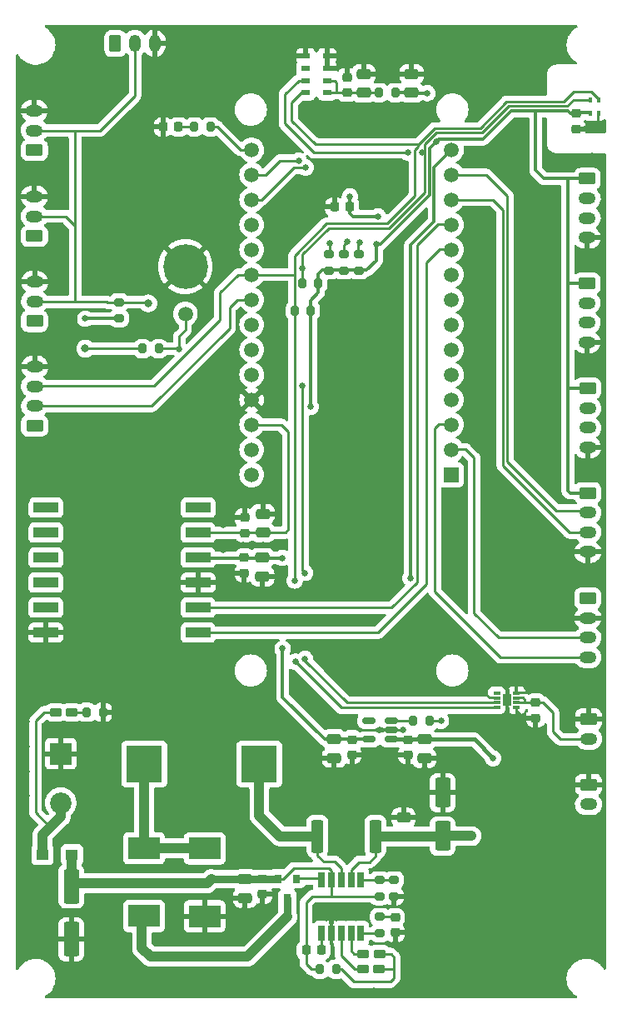
<source format=gtl>
G04 #@! TF.GenerationSoftware,KiCad,Pcbnew,(6.0.5)*
G04 #@! TF.CreationDate,2022-05-16T10:08:23+02:00*
G04 #@! TF.ProjectId,ruche,72756368-652e-46b6-9963-61645f706362,rev?*
G04 #@! TF.SameCoordinates,Original*
G04 #@! TF.FileFunction,Copper,L1,Top*
G04 #@! TF.FilePolarity,Positive*
%FSLAX46Y46*%
G04 Gerber Fmt 4.6, Leading zero omitted, Abs format (unit mm)*
G04 Created by KiCad (PCBNEW (6.0.5)) date 2022-05-16 10:08:23*
%MOMM*%
%LPD*%
G01*
G04 APERTURE LIST*
G04 Aperture macros list*
%AMRoundRect*
0 Rectangle with rounded corners*
0 $1 Rounding radius*
0 $2 $3 $4 $5 $6 $7 $8 $9 X,Y pos of 4 corners*
0 Add a 4 corners polygon primitive as box body*
4,1,4,$2,$3,$4,$5,$6,$7,$8,$9,$2,$3,0*
0 Add four circle primitives for the rounded corners*
1,1,$1+$1,$2,$3*
1,1,$1+$1,$4,$5*
1,1,$1+$1,$6,$7*
1,1,$1+$1,$8,$9*
0 Add four rect primitives between the rounded corners*
20,1,$1+$1,$2,$3,$4,$5,0*
20,1,$1+$1,$4,$5,$6,$7,0*
20,1,$1+$1,$6,$7,$8,$9,0*
20,1,$1+$1,$8,$9,$2,$3,0*%
G04 Aperture macros list end*
G04 #@! TA.AperFunction,SMDPad,CuDef*
%ADD10RoundRect,0.250000X-0.550000X1.500000X-0.550000X-1.500000X0.550000X-1.500000X0.550000X1.500000X0*%
G04 #@! TD*
G04 #@! TA.AperFunction,SMDPad,CuDef*
%ADD11RoundRect,0.225000X-0.250000X0.225000X-0.250000X-0.225000X0.250000X-0.225000X0.250000X0.225000X0*%
G04 #@! TD*
G04 #@! TA.AperFunction,SMDPad,CuDef*
%ADD12RoundRect,0.250000X-0.475000X0.250000X-0.475000X-0.250000X0.475000X-0.250000X0.475000X0.250000X0*%
G04 #@! TD*
G04 #@! TA.AperFunction,SMDPad,CuDef*
%ADD13RoundRect,0.225000X-0.225000X-0.250000X0.225000X-0.250000X0.225000X0.250000X-0.225000X0.250000X0*%
G04 #@! TD*
G04 #@! TA.AperFunction,SMDPad,CuDef*
%ADD14RoundRect,0.250000X0.475000X-0.250000X0.475000X0.250000X-0.475000X0.250000X-0.475000X-0.250000X0*%
G04 #@! TD*
G04 #@! TA.AperFunction,SMDPad,CuDef*
%ADD15RoundRect,0.250000X0.550000X-1.250000X0.550000X1.250000X-0.550000X1.250000X-0.550000X-1.250000X0*%
G04 #@! TD*
G04 #@! TA.AperFunction,SMDPad,CuDef*
%ADD16RoundRect,0.212500X-0.400000X-0.212500X0.400000X-0.212500X0.400000X0.212500X-0.400000X0.212500X0*%
G04 #@! TD*
G04 #@! TA.AperFunction,SMDPad,CuDef*
%ADD17R,1.240000X1.120000*%
G04 #@! TD*
G04 #@! TA.AperFunction,SMDPad,CuDef*
%ADD18R,3.200000X2.250000*%
G04 #@! TD*
G04 #@! TA.AperFunction,SMDPad,CuDef*
%ADD19R,0.650000X1.525000*%
G04 #@! TD*
G04 #@! TA.AperFunction,ComponentPad*
%ADD20R,2.175000X2.175000*%
G04 #@! TD*
G04 #@! TA.AperFunction,ComponentPad*
%ADD21C,2.175000*%
G04 #@! TD*
G04 #@! TA.AperFunction,ComponentPad*
%ADD22RoundRect,0.250000X-0.625000X0.350000X-0.625000X-0.350000X0.625000X-0.350000X0.625000X0.350000X0*%
G04 #@! TD*
G04 #@! TA.AperFunction,ComponentPad*
%ADD23O,1.750000X1.200000*%
G04 #@! TD*
G04 #@! TA.AperFunction,ComponentPad*
%ADD24RoundRect,0.250000X0.625000X-0.350000X0.625000X0.350000X-0.625000X0.350000X-0.625000X-0.350000X0*%
G04 #@! TD*
G04 #@! TA.AperFunction,SMDPad,CuDef*
%ADD25R,3.650000X3.750000*%
G04 #@! TD*
G04 #@! TA.AperFunction,SMDPad,CuDef*
%ADD26R,0.800000X0.900000*%
G04 #@! TD*
G04 #@! TA.AperFunction,SMDPad,CuDef*
%ADD27RoundRect,0.200000X-0.200000X-0.275000X0.200000X-0.275000X0.200000X0.275000X-0.200000X0.275000X0*%
G04 #@! TD*
G04 #@! TA.AperFunction,SMDPad,CuDef*
%ADD28RoundRect,0.200000X0.275000X-0.200000X0.275000X0.200000X-0.275000X0.200000X-0.275000X-0.200000X0*%
G04 #@! TD*
G04 #@! TA.AperFunction,SMDPad,CuDef*
%ADD29RoundRect,0.200000X-0.275000X0.200000X-0.275000X-0.200000X0.275000X-0.200000X0.275000X0.200000X0*%
G04 #@! TD*
G04 #@! TA.AperFunction,SMDPad,CuDef*
%ADD30RoundRect,0.250000X-0.362500X-1.425000X0.362500X-1.425000X0.362500X1.425000X-0.362500X1.425000X0*%
G04 #@! TD*
G04 #@! TA.AperFunction,SMDPad,CuDef*
%ADD31R,0.750000X0.300000*%
G04 #@! TD*
G04 #@! TA.AperFunction,SMDPad,CuDef*
%ADD32R,0.900000X1.300000*%
G04 #@! TD*
G04 #@! TA.AperFunction,SMDPad,CuDef*
%ADD33R,2.500000X1.000000*%
G04 #@! TD*
G04 #@! TA.AperFunction,SMDPad,CuDef*
%ADD34R,0.300000X0.500000*%
G04 #@! TD*
G04 #@! TA.AperFunction,ComponentPad*
%ADD35C,1.500000*%
G04 #@! TD*
G04 #@! TA.AperFunction,ComponentPad*
%ADD36C,4.540000*%
G04 #@! TD*
G04 #@! TA.AperFunction,SMDPad,CuDef*
%ADD37RoundRect,0.225000X0.250000X-0.225000X0.250000X0.225000X-0.250000X0.225000X-0.250000X-0.225000X0*%
G04 #@! TD*
G04 #@! TA.AperFunction,ComponentPad*
%ADD38RoundRect,0.250000X-0.350000X-0.625000X0.350000X-0.625000X0.350000X0.625000X-0.350000X0.625000X0*%
G04 #@! TD*
G04 #@! TA.AperFunction,ComponentPad*
%ADD39O,1.200000X1.750000*%
G04 #@! TD*
G04 #@! TA.AperFunction,SMDPad,CuDef*
%ADD40RoundRect,0.218750X-0.218750X-0.256250X0.218750X-0.256250X0.218750X0.256250X-0.218750X0.256250X0*%
G04 #@! TD*
G04 #@! TA.AperFunction,ComponentPad*
%ADD41R,1.508000X1.508000*%
G04 #@! TD*
G04 #@! TA.AperFunction,ComponentPad*
%ADD42C,1.508000*%
G04 #@! TD*
G04 #@! TA.AperFunction,SMDPad,CuDef*
%ADD43RoundRect,0.225000X0.225000X0.250000X-0.225000X0.250000X-0.225000X-0.250000X0.225000X-0.250000X0*%
G04 #@! TD*
G04 #@! TA.AperFunction,SMDPad,CuDef*
%ADD44R,0.950000X0.550000*%
G04 #@! TD*
G04 #@! TA.AperFunction,SMDPad,CuDef*
%ADD45RoundRect,0.150000X0.512500X0.150000X-0.512500X0.150000X-0.512500X-0.150000X0.512500X-0.150000X0*%
G04 #@! TD*
G04 #@! TA.AperFunction,ViaPad*
%ADD46C,0.650000*%
G04 #@! TD*
G04 #@! TA.AperFunction,ViaPad*
%ADD47C,0.800000*%
G04 #@! TD*
G04 #@! TA.AperFunction,Conductor*
%ADD48C,0.250000*%
G04 #@! TD*
G04 #@! TA.AperFunction,Conductor*
%ADD49C,0.300000*%
G04 #@! TD*
G04 #@! TA.AperFunction,Conductor*
%ADD50C,1.000000*%
G04 #@! TD*
G04 #@! TA.AperFunction,Conductor*
%ADD51C,0.400000*%
G04 #@! TD*
G04 #@! TA.AperFunction,Conductor*
%ADD52C,0.800000*%
G04 #@! TD*
G04 #@! TA.AperFunction,Conductor*
%ADD53C,0.500000*%
G04 #@! TD*
G04 APERTURE END LIST*
D10*
X102625000Y-157110000D03*
X102625000Y-162510000D03*
D11*
X122060000Y-156385000D03*
X122060000Y-157935000D03*
D12*
X120290000Y-156390000D03*
X120290000Y-158290000D03*
D11*
X135560000Y-160275000D03*
X135560000Y-161825000D03*
X149850000Y-138460000D03*
X149850000Y-140010000D03*
D13*
X126495000Y-163600000D03*
X128045000Y-163600000D03*
D14*
X136410000Y-152035000D03*
X136410000Y-150135000D03*
D15*
X140380000Y-152010000D03*
X140380000Y-147610000D03*
D11*
X153950000Y-78585000D03*
X153950000Y-80135000D03*
D16*
X101047500Y-139430000D03*
X102672500Y-139430000D03*
D17*
X102700000Y-153900000D03*
X99700000Y-153900000D03*
D16*
X132307500Y-165542000D03*
X133932500Y-165542000D03*
X132327500Y-163992000D03*
X133952500Y-163992000D03*
D18*
X116180000Y-153260000D03*
X116180000Y-160160000D03*
X110025000Y-153235000D03*
X110025000Y-160135000D03*
D19*
X128070000Y-161912000D03*
X129070000Y-161912000D03*
X130070000Y-161912000D03*
X131070000Y-161912000D03*
X132070000Y-161912000D03*
X132070000Y-156488000D03*
X131070000Y-156488000D03*
X130070000Y-156488000D03*
X129070000Y-156488000D03*
X128070000Y-156488000D03*
D20*
X101550000Y-143635000D03*
D21*
X101550000Y-148635000D03*
D22*
X155140000Y-117140000D03*
D23*
X155140000Y-119140000D03*
X155140000Y-121140000D03*
X155140000Y-123140000D03*
D22*
X155140000Y-127840000D03*
D23*
X155140000Y-129840000D03*
X155140000Y-131840000D03*
X155140000Y-133840000D03*
D24*
X98900000Y-110310000D03*
D23*
X98900000Y-108310000D03*
X98900000Y-106310000D03*
X98900000Y-104310000D03*
D25*
X110040000Y-144690000D03*
X121740000Y-144690000D03*
D26*
X125540000Y-156350000D03*
X123640000Y-156350000D03*
X124590000Y-158350000D03*
D27*
X104195000Y-139420000D03*
X105845000Y-139420000D03*
D28*
X133990000Y-161875000D03*
X133990000Y-160225000D03*
D27*
X127895000Y-165540000D03*
X129545000Y-165540000D03*
D29*
X135460000Y-156485000D03*
X135460000Y-158135000D03*
D28*
X133960000Y-158135000D03*
X133960000Y-156485000D03*
D30*
X127637500Y-152030000D03*
X133562500Y-152030000D03*
D27*
X126105000Y-95830000D03*
X127755000Y-95830000D03*
X125345000Y-98620000D03*
X126995000Y-98620000D03*
D22*
X155225000Y-140135000D03*
D23*
X155225000Y-142135000D03*
D22*
X155225000Y-146785000D03*
D23*
X155225000Y-148785000D03*
D31*
X147900000Y-138960000D03*
X147900000Y-138460000D03*
X147900000Y-137960000D03*
X147900000Y-137460000D03*
X145900000Y-137460000D03*
X145900000Y-137960000D03*
X145900000Y-138460000D03*
X145900000Y-138960000D03*
D32*
X146900000Y-138210000D03*
D24*
X98875000Y-91035000D03*
D23*
X98875000Y-89035000D03*
X98875000Y-87035000D03*
D24*
X98870000Y-82310000D03*
D23*
X98870000Y-80310000D03*
X98870000Y-78310000D03*
D24*
X98900000Y-99685000D03*
D23*
X98900000Y-97685000D03*
X98900000Y-95685000D03*
D33*
X115525000Y-131340000D03*
X115525000Y-128800000D03*
X115525000Y-126260000D03*
X115525000Y-123720000D03*
X115525000Y-121180000D03*
X115525000Y-118640000D03*
X100025000Y-118640000D03*
X100025000Y-121180000D03*
X100025000Y-123720000D03*
X100025000Y-126260000D03*
X100025000Y-128800000D03*
X100025000Y-131340000D03*
D34*
X156225000Y-77185000D03*
X155425000Y-77185000D03*
X155425000Y-78585000D03*
X156225000Y-78585000D03*
D11*
X120225000Y-123730000D03*
X120225000Y-125280000D03*
D12*
X122050000Y-123730000D03*
X122050000Y-125630000D03*
D27*
X109865000Y-102480000D03*
X111515000Y-102480000D03*
D35*
X114220000Y-98940000D03*
D36*
X114220000Y-94140000D03*
D12*
X129340000Y-142160000D03*
X129340000Y-144060000D03*
D37*
X120240000Y-121195000D03*
X120240000Y-119645000D03*
D38*
X107100000Y-71460000D03*
D39*
X109100000Y-71460000D03*
X111100000Y-71460000D03*
D40*
X111962500Y-79950000D03*
X113537500Y-79950000D03*
D27*
X137385000Y-140290000D03*
X139035000Y-140290000D03*
D14*
X137225000Y-76480000D03*
X137225000Y-74580000D03*
D27*
X115135000Y-79950000D03*
X116785000Y-79950000D03*
D11*
X136860000Y-142195000D03*
X136860000Y-143745000D03*
D27*
X133925000Y-76480000D03*
X135575000Y-76480000D03*
D14*
X122100000Y-121160000D03*
X122100000Y-119260000D03*
D28*
X128820000Y-94535000D03*
X128820000Y-92885000D03*
D41*
X141287500Y-115300200D03*
D42*
X141287500Y-112760200D03*
X141287500Y-110220200D03*
X141287500Y-107680200D03*
X141287500Y-105140200D03*
X141287500Y-102600200D03*
X141287500Y-100060200D03*
X141287500Y-97520200D03*
X141287500Y-94980200D03*
X141287500Y-92440200D03*
X141287500Y-89900200D03*
X141287500Y-87360200D03*
X141287500Y-84820200D03*
X141287500Y-82280200D03*
X120967500Y-82280200D03*
X120967500Y-84820200D03*
X120967500Y-87360200D03*
X120967500Y-89900200D03*
X120967500Y-92440200D03*
X120967500Y-94980200D03*
X120967500Y-97520200D03*
X120967500Y-100060200D03*
X120967500Y-102600200D03*
X120967500Y-105140200D03*
X120967500Y-107680200D03*
X120967500Y-110220200D03*
X120967500Y-112760200D03*
X120967500Y-115300200D03*
D43*
X130945000Y-88080000D03*
X129395000Y-88080000D03*
D22*
X155070000Y-95840000D03*
D23*
X155070000Y-97840000D03*
X155070000Y-99840000D03*
X155070000Y-101840000D03*
D22*
X155130000Y-106510000D03*
D23*
X155130000Y-108510000D03*
X155130000Y-110510000D03*
X155130000Y-112510000D03*
D28*
X130350000Y-94535000D03*
X130350000Y-92885000D03*
D37*
X130675000Y-76455000D03*
X130675000Y-74905000D03*
D29*
X107490000Y-97745000D03*
X107490000Y-99395000D03*
D14*
X132350000Y-76480000D03*
X132350000Y-74580000D03*
D44*
X128620000Y-76475000D03*
X128620000Y-75225000D03*
X128620000Y-73975000D03*
X128620000Y-72725000D03*
X126470000Y-72725000D03*
X126470000Y-73975000D03*
X126470000Y-75225000D03*
X126470000Y-76475000D03*
D12*
X138530000Y-142190000D03*
X138530000Y-144090000D03*
D22*
X155080000Y-85210000D03*
D23*
X155080000Y-87210000D03*
X155080000Y-89210000D03*
X155080000Y-91210000D03*
D45*
X135157500Y-142190000D03*
X135157500Y-141240000D03*
X135157500Y-140290000D03*
X132882500Y-140290000D03*
X132882500Y-142190000D03*
D11*
X131150000Y-142195000D03*
X131150000Y-143745000D03*
D28*
X131870000Y-94535000D03*
X131870000Y-92885000D03*
D46*
X147370000Y-82730000D03*
X103060000Y-70410000D03*
X123420000Y-102190000D03*
X155560000Y-125410000D03*
X110560000Y-112910000D03*
X148650000Y-140000000D03*
X135610000Y-95110000D03*
X98070000Y-157910000D03*
X120560000Y-70410000D03*
X107830000Y-103780000D03*
X105560000Y-127910000D03*
X103060000Y-122910000D03*
X144400000Y-97380000D03*
X103060000Y-127910000D03*
X152530000Y-164620000D03*
X115560000Y-132910000D03*
X125540000Y-87050000D03*
X108060000Y-135410000D03*
X98060000Y-127910000D03*
X105560000Y-137910000D03*
X141260000Y-123720000D03*
X118060000Y-135410000D03*
X113060000Y-125410000D03*
X120560000Y-130120000D03*
X110560000Y-122910000D03*
X103060000Y-117910000D03*
X128230000Y-88020000D03*
X138070000Y-89200000D03*
X98070000Y-145410000D03*
X122140000Y-122460000D03*
X120220000Y-159490000D03*
X115560000Y-112910000D03*
X131940000Y-112480000D03*
X110560000Y-135410000D03*
X110560000Y-117910000D03*
X110560000Y-130410000D03*
X144660000Y-137470000D03*
X122910000Y-135950000D03*
X98060000Y-137910000D03*
X115560000Y-135410000D03*
X103060000Y-132910000D03*
X103060000Y-137910000D03*
X110860000Y-167750000D03*
X113360000Y-167750000D03*
X132070000Y-101710000D03*
X149500000Y-104950000D03*
X155570000Y-150720000D03*
X127490000Y-138740000D03*
X100560000Y-115410000D03*
X133130000Y-134790000D03*
X155570000Y-158220000D03*
X113060000Y-130410000D03*
X155570000Y-155720000D03*
X113060000Y-115410000D03*
X113060000Y-122910000D03*
X98060000Y-115410000D03*
X101880000Y-166570000D03*
X103060000Y-125410000D03*
X129360000Y-145090000D03*
X138540000Y-145140000D03*
X120560000Y-117910000D03*
X100560000Y-135410000D03*
X109700000Y-92400000D03*
X150200000Y-113550000D03*
X137190000Y-78950000D03*
X103060000Y-120410000D03*
X128360000Y-167750000D03*
X135860000Y-167750000D03*
X98070000Y-155410000D03*
X98060000Y-75410000D03*
X118360000Y-167750000D03*
X126430000Y-71590000D03*
X153060000Y-70410000D03*
X118060000Y-122910000D03*
X122940000Y-137930000D03*
X118060000Y-112910000D03*
X98060000Y-85410000D03*
X125860000Y-167750000D03*
X130860000Y-167750000D03*
X110560000Y-120410000D03*
X118060000Y-117910000D03*
X108060000Y-127910000D03*
X120560000Y-137910000D03*
X149610000Y-94400000D03*
X108060000Y-117910000D03*
X103060000Y-115410000D03*
X98060000Y-132910000D03*
X100560000Y-75410000D03*
X110560000Y-115410000D03*
X108350000Y-167730000D03*
X98070000Y-140410000D03*
X110560000Y-125410000D03*
X118060000Y-120410000D03*
X105560000Y-120410000D03*
X130650000Y-73620000D03*
X131160000Y-144740000D03*
X140700000Y-167750000D03*
X148060000Y-70410000D03*
X149190000Y-137260000D03*
X146920000Y-139590000D03*
X113060000Y-117910000D03*
X98060000Y-130410000D03*
X103360000Y-167750000D03*
X120860000Y-167750000D03*
X143200000Y-167750000D03*
X100670000Y-164690000D03*
X145560000Y-70410000D03*
X154950000Y-80110000D03*
X98070000Y-142910000D03*
X128790000Y-78310000D03*
X128740000Y-84720000D03*
X98060000Y-117910000D03*
X105560000Y-115410000D03*
X155560000Y-92910000D03*
X155570000Y-163220000D03*
X113060000Y-127910000D03*
X103060000Y-130410000D03*
X102110000Y-131330000D03*
X113060000Y-120410000D03*
X121890000Y-159120000D03*
X150700000Y-167750000D03*
X98060000Y-122910000D03*
X98070000Y-152910000D03*
X140560000Y-70410000D03*
X105560000Y-112910000D03*
X155560000Y-82910000D03*
X103060000Y-72910000D03*
X105560000Y-125410000D03*
X132320000Y-73240000D03*
X129060000Y-160490000D03*
X140380000Y-145420000D03*
X134000000Y-141260000D03*
X115560000Y-70410000D03*
X98070000Y-147910000D03*
X133360000Y-167750000D03*
X133766651Y-120579229D03*
X115860000Y-167750000D03*
X132310000Y-127030000D03*
X105560000Y-70410000D03*
X138360000Y-167750000D03*
X108060000Y-122910000D03*
X120140000Y-122460000D03*
X100560000Y-132910000D03*
X110890000Y-79930000D03*
X118060000Y-115410000D03*
X122050000Y-126860000D03*
X115560000Y-137910000D03*
X98060000Y-92910000D03*
X120560000Y-132910000D03*
X136510000Y-158130000D03*
X110560000Y-127910000D03*
X98070000Y-162910000D03*
X108060000Y-112910000D03*
X108060000Y-132910000D03*
X98070000Y-150410000D03*
X128060000Y-70410000D03*
X98060000Y-102910000D03*
X105560000Y-132910000D03*
X146330000Y-117690000D03*
X156210000Y-79720000D03*
X123370000Y-92030000D03*
X105560000Y-130410000D03*
X108060000Y-115410000D03*
X105560000Y-117910000D03*
X122750000Y-132910000D03*
X140740000Y-132480000D03*
X113060000Y-137910000D03*
X150560000Y-70410000D03*
X128570000Y-71570000D03*
X136400000Y-148890000D03*
X116180000Y-161990000D03*
X103060000Y-135410000D03*
X123070000Y-130060000D03*
X105560000Y-135410000D03*
X120220000Y-126460000D03*
X113060000Y-112910000D03*
X100560000Y-137910000D03*
X123060000Y-70410000D03*
X136830000Y-144740000D03*
X155570000Y-153220000D03*
X155670000Y-144620000D03*
X133060000Y-70410000D03*
X98060000Y-120410000D03*
X108060000Y-125410000D03*
X106940000Y-139420000D03*
X148200000Y-167750000D03*
X108060000Y-130410000D03*
X98070000Y-160410000D03*
X117570000Y-126250000D03*
X155560000Y-115410000D03*
X153060000Y-72910000D03*
X137180000Y-73250000D03*
X101030000Y-162520000D03*
X155570000Y-138220000D03*
X118050000Y-130100000D03*
X105860000Y-167750000D03*
X118060000Y-137910000D03*
X108060000Y-120410000D03*
X118140000Y-132980000D03*
X98070000Y-135410000D03*
X110560000Y-137910000D03*
X145700000Y-167750000D03*
X113060000Y-132910000D03*
X98060000Y-112910000D03*
X105560000Y-122910000D03*
X123360000Y-167750000D03*
X136370000Y-141190000D03*
X130560000Y-70410000D03*
X115560000Y-115410000D03*
X113060000Y-70410000D03*
X98060000Y-125410000D03*
X143060000Y-70410000D03*
X100560000Y-112910000D03*
X113060000Y-135410000D03*
X155560000Y-135410000D03*
X155570000Y-160720000D03*
X135580000Y-162810000D03*
X108060000Y-137910000D03*
X118060000Y-70410000D03*
X103060000Y-112910000D03*
X110560000Y-132910000D03*
D47*
X104050000Y-102470000D03*
D46*
X133820000Y-89040000D03*
X130960000Y-87000000D03*
X139771455Y-81419011D03*
X126950000Y-108410000D03*
X104050000Y-99435000D03*
X138840000Y-76520000D03*
X133640000Y-91850000D03*
X126125000Y-106260000D03*
X126400000Y-125260000D03*
X126125000Y-94285000D03*
X138280500Y-82570000D03*
X136831499Y-82540000D03*
X126400000Y-134010000D03*
X125400002Y-134285000D03*
X125325000Y-126035000D03*
X143330000Y-152010000D03*
X142430000Y-152010000D03*
X145510000Y-144100000D03*
D47*
X110450000Y-97870000D03*
D46*
X113610000Y-102490000D03*
X124070000Y-123740000D03*
X124120000Y-132960000D03*
X140210000Y-140290000D03*
X137130000Y-125780000D03*
X131960000Y-91670000D03*
X125752929Y-83373714D03*
X126470000Y-84070000D03*
X130650000Y-91610000D03*
X128930000Y-91770000D03*
D48*
X126400000Y-134160000D02*
X126400000Y-134010000D01*
X145900000Y-138460000D02*
X130700000Y-138460000D01*
X130700000Y-138460000D02*
X126400000Y-134160000D01*
X156225000Y-77085000D02*
X156225000Y-77185000D01*
X153725000Y-76360000D02*
X155500000Y-76360000D01*
X146892613Y-77385979D02*
X152699021Y-77385979D01*
X144187622Y-80090969D02*
X146892613Y-77385979D01*
X137855999Y-81780215D02*
X139545245Y-80090969D01*
X137855999Y-81969901D02*
X137855999Y-81780215D01*
X137555999Y-82269901D02*
X137855999Y-81969901D01*
X137555999Y-86964001D02*
X137555999Y-82269901D01*
X155500000Y-76360000D02*
X156225000Y-77085000D01*
X134740000Y-89780000D02*
X137555999Y-86964001D01*
X128570000Y-89780000D02*
X134740000Y-89780000D01*
X125325000Y-93025000D02*
X128570000Y-89780000D01*
X125325000Y-95744600D02*
X125325000Y-93025000D01*
X126125000Y-92905000D02*
X126125000Y-94285000D01*
X128800489Y-90229511D02*
X126125000Y-92905000D01*
X134926193Y-90229511D02*
X128800489Y-90229511D01*
X138540000Y-81731918D02*
X138540000Y-86615704D01*
X139545245Y-80090969D02*
X144187622Y-80090969D01*
X144373815Y-80540480D02*
X139731438Y-80540480D01*
X147078804Y-77835490D02*
X144373815Y-80540480D01*
X139731438Y-80540480D02*
X138540000Y-81731918D01*
X153049510Y-77835490D02*
X147078804Y-77835490D01*
X153700000Y-77185000D02*
X153049510Y-77835490D01*
X138540000Y-86615704D02*
X134926193Y-90229511D01*
X155425000Y-77185000D02*
X153700000Y-77185000D01*
X152699021Y-77385979D02*
X153725000Y-76360000D01*
X139899800Y-89850200D02*
X141210000Y-89850200D01*
X137790000Y-91960000D02*
X139899800Y-89850200D01*
X137790000Y-126195000D02*
X137790000Y-91960000D01*
X135185000Y-128800000D02*
X137790000Y-126195000D01*
X115525000Y-128800000D02*
X135185000Y-128800000D01*
D49*
X131770000Y-94515000D02*
X132635000Y-94515000D01*
D48*
X131770000Y-91860000D02*
X131960000Y-91670000D01*
D49*
X132635000Y-94515000D02*
X133640000Y-93510000D01*
X128165000Y-94515000D02*
X131770000Y-94515000D01*
X139030000Y-82160466D02*
X139771455Y-81419011D01*
X139030000Y-86860000D02*
X139030000Y-82160466D01*
X134040000Y-91850000D02*
X139030000Y-86860000D01*
X133640000Y-91850000D02*
X134040000Y-91850000D01*
D48*
X130350000Y-91910000D02*
X130650000Y-91610000D01*
D49*
X127755000Y-95830000D02*
X127755000Y-94925000D01*
X127755000Y-94925000D02*
X128165000Y-94515000D01*
X133640000Y-93510000D02*
X133640000Y-91850000D01*
D48*
X131770000Y-92865000D02*
X131770000Y-91860000D01*
X130350000Y-92885000D02*
X130350000Y-91910000D01*
X128930000Y-92885000D02*
X128930000Y-91770000D01*
X119499800Y-97520200D02*
X120967500Y-97520200D01*
X118720000Y-98300000D02*
X119499800Y-97520200D01*
X118720000Y-100390000D02*
X118720000Y-98300000D01*
X110820000Y-108290000D02*
X118720000Y-100390000D01*
X98920000Y-108290000D02*
X110820000Y-108290000D01*
X98900000Y-108310000D02*
X98920000Y-108290000D01*
X145140000Y-137950000D02*
X144660000Y-137470000D01*
X146920000Y-138210000D02*
X146910000Y-138200000D01*
X147910000Y-139260000D02*
X148650000Y-140000000D01*
X146920000Y-139590000D02*
X146920000Y-138210000D01*
X136320000Y-141240000D02*
X136370000Y-141190000D01*
X135157500Y-141240000D02*
X136320000Y-141240000D01*
X129060000Y-161902000D02*
X129070000Y-161912000D01*
X129060000Y-160490000D02*
X129060000Y-161902000D01*
X147910000Y-138950000D02*
X147910000Y-139260000D01*
X145910000Y-137950000D02*
X145140000Y-137950000D01*
X149000000Y-137450000D02*
X149190000Y-137260000D01*
D49*
X147900000Y-137460000D02*
X147900000Y-136880000D01*
D48*
X147910000Y-137450000D02*
X149000000Y-137450000D01*
D49*
X126950000Y-108410000D02*
X126950000Y-98410000D01*
X153110000Y-95890000D02*
X153110000Y-96280000D01*
X126975000Y-97575000D02*
X127755000Y-96795000D01*
D48*
X124700000Y-110940000D02*
X124700000Y-120850000D01*
D49*
X144493311Y-81176689D02*
X140013777Y-81176689D01*
X147360000Y-78310000D02*
X144493311Y-81176689D01*
X104050000Y-99435000D02*
X107520000Y-99435000D01*
X137265000Y-76520000D02*
X137225000Y-76480000D01*
X130960000Y-88760000D02*
X130960000Y-87000000D01*
X131240000Y-89040000D02*
X130960000Y-88760000D01*
X155070000Y-95840000D02*
X153160000Y-95840000D01*
X149850010Y-84360010D02*
X149850010Y-78389990D01*
X126950000Y-98410000D02*
X126975000Y-98385000D01*
X138840000Y-76520000D02*
X137265000Y-76520000D01*
X153950000Y-78585000D02*
X154027391Y-78507609D01*
D48*
X115525000Y-121180000D02*
X122080000Y-121180000D01*
D49*
X155080000Y-85210000D02*
X150700000Y-85210000D01*
X153140000Y-78310000D02*
X149930000Y-78310000D01*
X126975000Y-98385000D02*
X126975000Y-97575000D01*
D48*
X124700000Y-120850000D02*
X124390000Y-121160000D01*
D49*
X154027391Y-78507609D02*
X154904787Y-78507609D01*
D48*
X104060000Y-102480000D02*
X104050000Y-102470000D01*
D49*
X133820000Y-89040000D02*
X131240000Y-89040000D01*
D48*
X122080000Y-121180000D02*
X122100000Y-121160000D01*
D49*
X153340000Y-117140000D02*
X153110000Y-116910000D01*
X155140000Y-117140000D02*
X153340000Y-117140000D01*
X140013777Y-81176689D02*
X139771455Y-81419011D01*
X153160000Y-95840000D02*
X153110000Y-95890000D01*
D48*
X120967500Y-110220200D02*
X123980200Y-110220200D01*
D49*
X150700000Y-85210000D02*
X149850010Y-84360010D01*
X153110000Y-85340000D02*
X153110000Y-96280000D01*
D48*
X124390000Y-121160000D02*
X122100000Y-121160000D01*
D49*
X149930000Y-78310000D02*
X147360000Y-78310000D01*
D48*
X123980200Y-110220200D02*
X124700000Y-110940000D01*
D49*
X149850010Y-78389990D02*
X149930000Y-78310000D01*
X153950000Y-78585000D02*
X153415000Y-78585000D01*
X153415000Y-78585000D02*
X153140000Y-78310000D01*
D48*
X109865000Y-102480000D02*
X104060000Y-102480000D01*
D49*
X154904787Y-78507609D02*
X155425000Y-78507609D01*
X153230000Y-106510000D02*
X155130000Y-106510000D01*
X135575000Y-76480000D02*
X137225000Y-76480000D01*
X153110000Y-106340000D02*
X153110000Y-116910000D01*
X127755000Y-96795000D02*
X127755000Y-95830000D01*
X153110000Y-96280000D02*
X153110000Y-106340000D01*
D48*
X126470000Y-75225000D02*
X125745000Y-75225000D01*
X126125000Y-114985000D02*
X126125000Y-106260000D01*
X126400000Y-125260000D02*
X126125000Y-124985000D01*
X124340000Y-76620000D02*
X124340000Y-79590000D01*
X125735000Y-75225000D02*
X124340000Y-76620000D01*
X127290000Y-82540000D02*
X136831499Y-82540000D01*
X124340000Y-79590000D02*
X127290000Y-82540000D01*
X126125000Y-94285000D02*
X126125000Y-95785000D01*
X126125000Y-124985000D02*
X126125000Y-114985000D01*
X125325000Y-115410002D02*
X125325000Y-126035000D01*
X125310000Y-94960000D02*
X120919800Y-94960000D01*
X125325000Y-95744600D02*
X125325000Y-115410002D01*
X98918568Y-106291432D02*
X111028568Y-106291432D01*
X117760000Y-96800000D02*
X119579800Y-94980200D01*
X125325000Y-95744600D02*
X125325000Y-94975000D01*
X111028568Y-106291432D02*
X117760000Y-99560000D01*
X125050000Y-79310000D02*
X127450000Y-81710000D01*
X119579800Y-94980200D02*
X120967500Y-94980200D01*
X125325000Y-94975000D02*
X125310000Y-94960000D01*
X145900000Y-138960000D02*
X130075002Y-138960000D01*
X117760000Y-99560000D02*
X117760000Y-96800000D01*
X126470000Y-76475000D02*
X126035000Y-76475000D01*
X125050000Y-77460000D02*
X125050000Y-79310000D01*
X98900000Y-106310000D02*
X98918568Y-106291432D01*
X126035000Y-76475000D02*
X125050000Y-77460000D01*
X130075002Y-138960000D02*
X125400002Y-134285000D01*
X127450000Y-81710000D02*
X137910000Y-81710000D01*
X129445000Y-75225000D02*
X129620000Y-75400000D01*
X132350000Y-76480000D02*
X133925000Y-76480000D01*
X132325000Y-76455000D02*
X132350000Y-76480000D01*
X128620000Y-75225000D02*
X129445000Y-75225000D01*
X130655000Y-76475000D02*
X130675000Y-76455000D01*
X130675000Y-76455000D02*
X132325000Y-76455000D01*
X129620000Y-75400000D02*
X129620000Y-76450000D01*
X128620000Y-76475000D02*
X130655000Y-76475000D01*
X149652500Y-138450000D02*
X149660000Y-138442500D01*
D50*
X140360000Y-152030000D02*
X140380000Y-152010000D01*
D48*
X132955000Y-154640000D02*
X131860000Y-154640000D01*
X148530000Y-137950000D02*
X148730000Y-138150000D01*
X152360000Y-142170000D02*
X155260000Y-142170000D01*
D50*
X133662500Y-152030000D02*
X140360000Y-152030000D01*
D51*
X143600000Y-142190000D02*
X138530000Y-142190000D01*
D48*
X151600000Y-141410000D02*
X152360000Y-142170000D01*
X151600000Y-139440000D02*
X151600000Y-141410000D01*
X149660000Y-138442500D02*
X150602500Y-138442500D01*
X147910000Y-138450000D02*
X148730000Y-138450000D01*
X131070000Y-155430000D02*
X131070000Y-156488000D01*
X148730000Y-138450000D02*
X149652500Y-138450000D01*
D50*
X140380000Y-152010000D02*
X143330000Y-152010000D01*
D48*
X133562500Y-152030000D02*
X133562500Y-154032500D01*
X131860000Y-154640000D02*
X131070000Y-155430000D01*
X133562500Y-154032500D02*
X132955000Y-154640000D01*
D51*
X145510000Y-144100000D02*
X143600000Y-142190000D01*
D48*
X147910000Y-137950000D02*
X148530000Y-137950000D01*
D51*
X138530000Y-142190000D02*
X135157500Y-142190000D01*
D48*
X150602500Y-138442500D02*
X151600000Y-139440000D01*
X148730000Y-138150000D02*
X148730000Y-138450000D01*
D50*
X120550000Y-164240000D02*
X124590000Y-160200000D01*
X109810000Y-163390000D02*
X110660000Y-164240000D01*
X110660000Y-164240000D02*
X120550000Y-164240000D01*
X109810000Y-160090000D02*
X109810000Y-163390000D01*
D52*
X124590000Y-160200000D02*
X124590000Y-158350000D01*
D50*
X116420000Y-156820000D02*
X116850000Y-156390000D01*
D52*
X116850000Y-156390000D02*
X123600000Y-156390000D01*
D48*
X126495000Y-163600000D02*
X126495000Y-158765000D01*
X123640000Y-156350000D02*
X124160000Y-156350000D01*
D53*
X102700000Y-157040000D02*
X102630000Y-157110000D01*
D48*
X126495000Y-163600000D02*
X126495000Y-164995000D01*
X127125000Y-158135000D02*
X129165000Y-158135000D01*
X129165000Y-158135000D02*
X133960000Y-158135000D01*
X128860000Y-155280000D02*
X129070000Y-155490000D01*
X129070000Y-155490000D02*
X129070000Y-156488000D01*
X127040000Y-165540000D02*
X127895000Y-165540000D01*
D50*
X102630000Y-157110000D02*
X102920000Y-156820000D01*
D48*
X126495000Y-158765000D02*
X127125000Y-158135000D01*
D50*
X102920000Y-156820000D02*
X116420000Y-156820000D01*
D48*
X124160000Y-156350000D02*
X125230000Y-155280000D01*
X126495000Y-164995000D02*
X127040000Y-165540000D01*
D50*
X102700000Y-153900000D02*
X102700000Y-157040000D01*
D48*
X125220000Y-155280000D02*
X128860000Y-155280000D01*
X129070000Y-156488000D02*
X129070000Y-158040000D01*
D50*
X110050000Y-146180000D02*
X110050000Y-153310000D01*
X116170000Y-153250000D02*
X110140000Y-153250000D01*
X116180000Y-153260000D02*
X116170000Y-153250000D01*
D48*
X127912000Y-156330000D02*
X125560000Y-156330000D01*
X128070000Y-156488000D02*
X127912000Y-156330000D01*
X125560000Y-156330000D02*
X125540000Y-156350000D01*
D50*
X123860000Y-152030000D02*
X127737500Y-152030000D01*
D48*
X129420000Y-154630000D02*
X130070000Y-155280000D01*
X128280000Y-154630000D02*
X129420000Y-154630000D01*
X130070000Y-155280000D02*
X130070000Y-156488000D01*
X127637500Y-153987500D02*
X128280000Y-154630000D01*
D50*
X121750000Y-149920000D02*
X123860000Y-152030000D01*
D48*
X127637500Y-152030000D02*
X127637500Y-153987500D01*
D50*
X121750000Y-146180000D02*
X121750000Y-149920000D01*
D48*
X135460000Y-156485000D02*
X132073000Y-156485000D01*
X132073000Y-156485000D02*
X132070000Y-156488000D01*
X132070000Y-161912000D02*
X133953000Y-161912000D01*
X133953000Y-161912000D02*
X133990000Y-161875000D01*
X135510000Y-160225000D02*
X135560000Y-160275000D01*
X133990000Y-160225000D02*
X135510000Y-160225000D01*
X128045000Y-163600000D02*
X128045000Y-161937000D01*
X104195000Y-139420000D02*
X102682500Y-139420000D01*
X98990000Y-149620000D02*
X98990000Y-140300000D01*
X100030000Y-139430000D02*
X101047500Y-139430000D01*
X98990000Y-140300000D02*
X99860000Y-139430000D01*
X100470000Y-151100000D02*
X98990000Y-149620000D01*
D50*
X101550000Y-150020000D02*
X99700000Y-151870000D01*
X101550000Y-148630000D02*
X101550000Y-150020000D01*
X99700000Y-151870000D02*
X99700000Y-153900000D01*
D48*
X99860000Y-139430000D02*
X100030000Y-139430000D01*
X130055000Y-165540000D02*
X131335000Y-166820000D01*
X133932500Y-165542000D02*
X135432000Y-165542000D01*
X129545000Y-165540000D02*
X130055000Y-165540000D01*
X135440000Y-166430000D02*
X135440000Y-164302000D01*
X135440000Y-164302000D02*
X135130000Y-163992000D01*
X135130000Y-163992000D02*
X133952500Y-163992000D01*
X135050000Y-166820000D02*
X135440000Y-166430000D01*
X135432000Y-165542000D02*
X135440000Y-165550000D01*
X131335000Y-166820000D02*
X135050000Y-166820000D01*
X132307500Y-165542000D02*
X131462000Y-165542000D01*
X130070000Y-164150000D02*
X130070000Y-161912000D01*
X131462000Y-165542000D02*
X130070000Y-164150000D01*
X131070000Y-163690000D02*
X131070000Y-161912000D01*
X131372000Y-163992000D02*
X131070000Y-163690000D01*
X132327500Y-163992000D02*
X131372000Y-163992000D01*
X103000000Y-97710000D02*
X103000000Y-91285000D01*
X103000000Y-90010000D02*
X102025000Y-89035000D01*
X98925000Y-97710000D02*
X98900000Y-97685000D01*
X109100000Y-76750000D02*
X109100000Y-71410000D01*
X106190000Y-97710000D02*
X106285000Y-97805000D01*
X103000000Y-97710000D02*
X98925000Y-97710000D01*
X103000000Y-97710000D02*
X106190000Y-97710000D01*
X105540000Y-80310000D02*
X109100000Y-76750000D01*
X103000000Y-91285000D02*
X103000000Y-80390000D01*
X98850000Y-80310000D02*
X105540000Y-80310000D01*
X103000000Y-91285000D02*
X103000000Y-90010000D01*
X110450000Y-97870000D02*
X110325000Y-97745000D01*
X110325000Y-97745000D02*
X107490000Y-97745000D01*
X102025000Y-89035000D02*
X98875000Y-89035000D01*
X106285000Y-97805000D02*
X107540000Y-97805000D01*
X115135000Y-79950000D02*
X113537500Y-79950000D01*
X133820000Y-131340000D02*
X138750000Y-126410000D01*
X115525000Y-131340000D02*
X133820000Y-131340000D01*
X140094800Y-92390200D02*
X141210000Y-92390200D01*
X138750000Y-126410000D02*
X138750000Y-93735000D01*
X138750000Y-93735000D02*
X140094800Y-92390200D01*
X111515000Y-102480000D02*
X113600000Y-102480000D01*
X113600000Y-102480000D02*
X113610000Y-102490000D01*
X114230000Y-100590000D02*
X113610000Y-101210000D01*
X113610000Y-101210000D02*
X113610000Y-102490000D01*
X114220000Y-98940000D02*
X114220000Y-100580000D01*
X114220000Y-100580000D02*
X114230000Y-100590000D01*
X146060000Y-131840000D02*
X143575000Y-129355000D01*
X143575000Y-129355000D02*
X143575000Y-113560000D01*
X143575000Y-113560000D02*
X142725200Y-112710200D01*
X155140000Y-131840000D02*
X146060000Y-131840000D01*
X142725200Y-112710200D02*
X141210000Y-112710200D01*
X139575000Y-110585000D02*
X139989800Y-110170200D01*
X146260000Y-133840000D02*
X139575000Y-127155000D01*
X155140000Y-133840000D02*
X146260000Y-133840000D01*
X139575000Y-127155000D02*
X139575000Y-110585000D01*
X139989800Y-110170200D02*
X141210000Y-110170200D01*
X146959511Y-86939511D02*
X146959511Y-113959511D01*
X146959511Y-113959511D02*
X151933813Y-118933813D01*
X144840200Y-84820200D02*
X146959511Y-86939511D01*
X154933813Y-118933813D02*
X155140000Y-119140000D01*
X141287500Y-84820200D02*
X144840200Y-84820200D01*
X151933813Y-118933813D02*
X154933813Y-118933813D01*
X146510000Y-114360000D02*
X153310000Y-121160000D01*
X141287500Y-87360200D02*
X145520200Y-87360200D01*
X146510000Y-88350000D02*
X146510000Y-114360000D01*
X153310000Y-121160000D02*
X155120000Y-121160000D01*
X155120000Y-121160000D02*
X155140000Y-121140000D01*
X145520200Y-87360200D02*
X146510000Y-88350000D01*
X119840200Y-82280200D02*
X117510000Y-79950000D01*
X117510000Y-79950000D02*
X116785000Y-79950000D01*
X120967500Y-82280200D02*
X119840200Y-82280200D01*
D49*
X124120000Y-137880000D02*
X124120000Y-132960000D01*
X128405000Y-142165000D02*
X124120000Y-137880000D01*
X124070000Y-123740000D02*
X118380000Y-123740000D01*
X118360000Y-123740000D02*
X115525000Y-123740000D01*
X132882500Y-142190000D02*
X129455000Y-142190000D01*
X129455000Y-142190000D02*
X129430000Y-142165000D01*
X129430000Y-142165000D02*
X128405000Y-142165000D01*
D48*
X135157500Y-140290000D02*
X137385000Y-140290000D01*
X139035000Y-140290000D02*
X140210000Y-140290000D01*
D49*
X139530000Y-84037700D02*
X139530000Y-89540000D01*
X139530000Y-89540000D02*
X137130000Y-91940000D01*
X141287500Y-82280200D02*
X139530000Y-84037700D01*
X137130000Y-91940000D02*
X137130000Y-125780000D01*
D48*
X120967500Y-84820200D02*
X122379800Y-84820200D01*
X122379800Y-84820200D02*
X123826286Y-83373714D01*
X123826286Y-83373714D02*
X125752929Y-83373714D01*
X125240000Y-84070000D02*
X121949800Y-87360200D01*
X126470000Y-84070000D02*
X125240000Y-84070000D01*
X121949800Y-87360200D02*
X120967500Y-87360200D01*
G04 #@! TA.AperFunction,Conductor*
G36*
X154045360Y-69628502D02*
G01*
X154091853Y-69682158D01*
X154101957Y-69752432D01*
X154072463Y-69817012D01*
X154041945Y-69842616D01*
X153854725Y-69954664D01*
X153854721Y-69954667D01*
X153851043Y-69956868D01*
X153637318Y-70128094D01*
X153448808Y-70326742D01*
X153289002Y-70549136D01*
X153160857Y-70791161D01*
X153159385Y-70795184D01*
X153159383Y-70795188D01*
X153116872Y-70911355D01*
X153066743Y-71048337D01*
X153008404Y-71315907D01*
X152986917Y-71588918D01*
X152987334Y-71596156D01*
X153002682Y-71862320D01*
X153055405Y-72131053D01*
X153056792Y-72135103D01*
X153056793Y-72135108D01*
X153137198Y-72369951D01*
X153144112Y-72390144D01*
X153183332Y-72468124D01*
X153242837Y-72586437D01*
X153267160Y-72634799D01*
X153269586Y-72638328D01*
X153269589Y-72638334D01*
X153410597Y-72843500D01*
X153422274Y-72860490D01*
X153606582Y-73063043D01*
X153609877Y-73065798D01*
X153609878Y-73065799D01*
X153653594Y-73102351D01*
X153816675Y-73238707D01*
X153820316Y-73240991D01*
X154024001Y-73368763D01*
X154071079Y-73421906D01*
X154081951Y-73492065D01*
X154053167Y-73556965D01*
X153993864Y-73596000D01*
X153957045Y-73601500D01*
X152053250Y-73601500D01*
X152032345Y-73599754D01*
X152017344Y-73597230D01*
X152017341Y-73597230D01*
X152012552Y-73596424D01*
X152006475Y-73596350D01*
X152004865Y-73596330D01*
X152004861Y-73596330D01*
X152000000Y-73596271D01*
X151995186Y-73596960D01*
X151995176Y-73596961D01*
X151978720Y-73599318D01*
X151971851Y-73600111D01*
X151824207Y-73613028D01*
X151818893Y-73614452D01*
X151818892Y-73614452D01*
X151659065Y-73657277D01*
X151659063Y-73657278D01*
X151653755Y-73658700D01*
X151648774Y-73661022D01*
X151648773Y-73661023D01*
X151498811Y-73730951D01*
X151498806Y-73730954D01*
X151493824Y-73733277D01*
X151488366Y-73737099D01*
X151353784Y-73831334D01*
X151353781Y-73831336D01*
X151349273Y-73834493D01*
X151224493Y-73959273D01*
X151221336Y-73963781D01*
X151221334Y-73963784D01*
X151220402Y-73965115D01*
X151123277Y-74103824D01*
X151120954Y-74108806D01*
X151120951Y-74108811D01*
X151052067Y-74256535D01*
X151048700Y-74263755D01*
X151047278Y-74269063D01*
X151047277Y-74269065D01*
X151033593Y-74320135D01*
X151003028Y-74434207D01*
X150998434Y-74486723D01*
X150990987Y-74571839D01*
X150989969Y-74580224D01*
X150986309Y-74603724D01*
X150989916Y-74631305D01*
X150990436Y-74635283D01*
X150991500Y-74651621D01*
X150991500Y-76510633D01*
X150990000Y-76530018D01*
X150987690Y-76544851D01*
X150987690Y-76544855D01*
X150986309Y-76553724D01*
X150987299Y-76561295D01*
X150987468Y-76563118D01*
X150987467Y-76563191D01*
X150987514Y-76563614D01*
X150991612Y-76607835D01*
X150992262Y-76614854D01*
X150978630Y-76684530D01*
X150929493Y-76735775D01*
X150866799Y-76752479D01*
X146971380Y-76752479D01*
X146960197Y-76751952D01*
X146952704Y-76750277D01*
X146944778Y-76750526D01*
X146944777Y-76750526D01*
X146884627Y-76752417D01*
X146880668Y-76752479D01*
X146852757Y-76752479D01*
X146848823Y-76752976D01*
X146848822Y-76752976D01*
X146848757Y-76752984D01*
X146836920Y-76753917D01*
X146805103Y-76754917D01*
X146800642Y-76755057D01*
X146792723Y-76755306D01*
X146775067Y-76760435D01*
X146773271Y-76760957D01*
X146753919Y-76764965D01*
X146746848Y-76765859D01*
X146733816Y-76767505D01*
X146726447Y-76770422D01*
X146726445Y-76770423D01*
X146692710Y-76783779D01*
X146681482Y-76787624D01*
X146639020Y-76799961D01*
X146632197Y-76803996D01*
X146632195Y-76803997D01*
X146621585Y-76810272D01*
X146603837Y-76818967D01*
X146584996Y-76826427D01*
X146578580Y-76831089D01*
X146578579Y-76831089D01*
X146549226Y-76852415D01*
X146539306Y-76858931D01*
X146508078Y-76877399D01*
X146508075Y-76877401D01*
X146501251Y-76881437D01*
X146486930Y-76895758D01*
X146471897Y-76908598D01*
X146455506Y-76920507D01*
X146443170Y-76935419D01*
X146427315Y-76954584D01*
X146419325Y-76963363D01*
X143962122Y-79420564D01*
X143899810Y-79454590D01*
X143873027Y-79457469D01*
X142712218Y-79457469D01*
X142644097Y-79437467D01*
X142597604Y-79383811D01*
X142587500Y-79313537D01*
X142616406Y-79249641D01*
X142703116Y-79148116D01*
X142837460Y-78928887D01*
X142855005Y-78886531D01*
X142933961Y-78695913D01*
X142933962Y-78695911D01*
X142935855Y-78691340D01*
X142968088Y-78557079D01*
X142994723Y-78446139D01*
X142994724Y-78446133D01*
X142995878Y-78441326D01*
X143016051Y-78185000D01*
X142995878Y-77928674D01*
X142985541Y-77885615D01*
X142937010Y-77683472D01*
X142935855Y-77678660D01*
X142933961Y-77674087D01*
X142839355Y-77445687D01*
X142839353Y-77445683D01*
X142837460Y-77441113D01*
X142703116Y-77221884D01*
X142536131Y-77026369D01*
X142340616Y-76859384D01*
X142121387Y-76725040D01*
X142116817Y-76723147D01*
X142116813Y-76723145D01*
X141888413Y-76628539D01*
X141888411Y-76628538D01*
X141883840Y-76626645D01*
X141770931Y-76599538D01*
X141638639Y-76567777D01*
X141638633Y-76567776D01*
X141633826Y-76566622D01*
X141544535Y-76559595D01*
X141444137Y-76551693D01*
X141444128Y-76551693D01*
X141441680Y-76551500D01*
X141313320Y-76551500D01*
X141310872Y-76551693D01*
X141310863Y-76551693D01*
X141210465Y-76559595D01*
X141121174Y-76566622D01*
X141116367Y-76567776D01*
X141116361Y-76567777D01*
X140984069Y-76599538D01*
X140871160Y-76626645D01*
X140866589Y-76628538D01*
X140866587Y-76628539D01*
X140638187Y-76723145D01*
X140638183Y-76723147D01*
X140633613Y-76725040D01*
X140414384Y-76859384D01*
X140218869Y-77026369D01*
X140051884Y-77221884D01*
X139917540Y-77441113D01*
X139915647Y-77445683D01*
X139915645Y-77445687D01*
X139821039Y-77674087D01*
X139819145Y-77678660D01*
X139817990Y-77683472D01*
X139769460Y-77885615D01*
X139759122Y-77928674D01*
X139738949Y-78185000D01*
X139759122Y-78441326D01*
X139760276Y-78446133D01*
X139760277Y-78446139D01*
X139786912Y-78557079D01*
X139819145Y-78691340D01*
X139821038Y-78695911D01*
X139821039Y-78695913D01*
X139899996Y-78886531D01*
X139917540Y-78928887D01*
X140051884Y-79148116D01*
X140138594Y-79249641D01*
X140167624Y-79314428D01*
X140157019Y-79384628D01*
X140110144Y-79437951D01*
X140042782Y-79457469D01*
X139624013Y-79457469D01*
X139612830Y-79456942D01*
X139605337Y-79455267D01*
X139597411Y-79455516D01*
X139597410Y-79455516D01*
X139537247Y-79457407D01*
X139533289Y-79457469D01*
X139505389Y-79457469D01*
X139501399Y-79457973D01*
X139489565Y-79458905D01*
X139445356Y-79460295D01*
X139437740Y-79462508D01*
X139437738Y-79462508D01*
X139425897Y-79465948D01*
X139406538Y-79469957D01*
X139405228Y-79470123D01*
X139386448Y-79472495D01*
X139379082Y-79475411D01*
X139379076Y-79475413D01*
X139345343Y-79488769D01*
X139334113Y-79492614D01*
X139309041Y-79499898D01*
X139291652Y-79504950D01*
X139284829Y-79508985D01*
X139274211Y-79515264D01*
X139256458Y-79523961D01*
X139248813Y-79526988D01*
X139237628Y-79531417D01*
X139231213Y-79536078D01*
X139201857Y-79557406D01*
X139191940Y-79563920D01*
X139153883Y-79586427D01*
X139139562Y-79600748D01*
X139124529Y-79613588D01*
X139108138Y-79625497D01*
X139090469Y-79646855D01*
X139079947Y-79659574D01*
X139071957Y-79668353D01*
X137700714Y-81039595D01*
X137638402Y-81073621D01*
X137611619Y-81076500D01*
X127764594Y-81076500D01*
X127696473Y-81056498D01*
X127675499Y-81039595D01*
X125720405Y-79084500D01*
X125686379Y-79022188D01*
X125683500Y-78995405D01*
X125683500Y-77774594D01*
X125703502Y-77706473D01*
X125720405Y-77685499D01*
X126110499Y-77295405D01*
X126172811Y-77261379D01*
X126199594Y-77258500D01*
X126993134Y-77258500D01*
X127055316Y-77251745D01*
X127191705Y-77200615D01*
X127308261Y-77113261D01*
X127395615Y-76996705D01*
X127410937Y-76955833D01*
X127427018Y-76912938D01*
X127469660Y-76856174D01*
X127536221Y-76831474D01*
X127605570Y-76846681D01*
X127655688Y-76896967D01*
X127662982Y-76912938D01*
X127679063Y-76955833D01*
X127694385Y-76996705D01*
X127781739Y-77113261D01*
X127898295Y-77200615D01*
X128034684Y-77251745D01*
X128096866Y-77258500D01*
X129143134Y-77258500D01*
X129205316Y-77251745D01*
X129341705Y-77200615D01*
X129431024Y-77133674D01*
X129497530Y-77108826D01*
X129506589Y-77108500D01*
X129763856Y-77108500D01*
X129831977Y-77128502D01*
X129852872Y-77145325D01*
X129967298Y-77259552D01*
X129973528Y-77263392D01*
X129973529Y-77263393D01*
X130105763Y-77344903D01*
X130112899Y-77349302D01*
X130275243Y-77403149D01*
X130282080Y-77403849D01*
X130282082Y-77403850D01*
X130320090Y-77407744D01*
X130376268Y-77413500D01*
X130973732Y-77413500D01*
X130976978Y-77413163D01*
X130976982Y-77413163D01*
X131011083Y-77409625D01*
X131076019Y-77402887D01*
X131110737Y-77391304D01*
X131231324Y-77351073D01*
X131231326Y-77351072D01*
X131238268Y-77348756D01*
X131244489Y-77344906D01*
X131244496Y-77344903D01*
X131269398Y-77329493D01*
X131337850Y-77310656D01*
X131401815Y-77329378D01*
X131546032Y-77418275D01*
X131552262Y-77422115D01*
X131596817Y-77436893D01*
X131713611Y-77475632D01*
X131713613Y-77475632D01*
X131720139Y-77477797D01*
X131726975Y-77478497D01*
X131726978Y-77478498D01*
X131770031Y-77482909D01*
X131824600Y-77488500D01*
X132875400Y-77488500D01*
X132878646Y-77488163D01*
X132878650Y-77488163D01*
X132974308Y-77478238D01*
X132974312Y-77478237D01*
X132981166Y-77477526D01*
X132987702Y-77475345D01*
X132987704Y-77475345D01*
X133119806Y-77431272D01*
X133148946Y-77421550D01*
X133182631Y-77400705D01*
X133236138Y-77367594D01*
X133304590Y-77348756D01*
X133367711Y-77366961D01*
X133431301Y-77405472D01*
X133438548Y-77407743D01*
X133438550Y-77407744D01*
X133504836Y-77428517D01*
X133594938Y-77456753D01*
X133668365Y-77463500D01*
X133671263Y-77463500D01*
X133925665Y-77463499D01*
X134181634Y-77463499D01*
X134184492Y-77463236D01*
X134184501Y-77463236D01*
X134220004Y-77459974D01*
X134255062Y-77456753D01*
X134261447Y-77454752D01*
X134411450Y-77407744D01*
X134411452Y-77407743D01*
X134418699Y-77405472D01*
X134565381Y-77316639D01*
X134660905Y-77221115D01*
X134723217Y-77187089D01*
X134794032Y-77192154D01*
X134839095Y-77221115D01*
X134934619Y-77316639D01*
X135081301Y-77405472D01*
X135088548Y-77407743D01*
X135088550Y-77407744D01*
X135154836Y-77428517D01*
X135244938Y-77456753D01*
X135318365Y-77463500D01*
X135321263Y-77463500D01*
X135575665Y-77463499D01*
X135831634Y-77463499D01*
X135834492Y-77463236D01*
X135834501Y-77463236D01*
X135870004Y-77459974D01*
X135905062Y-77456753D01*
X135911447Y-77454752D01*
X136061450Y-77407744D01*
X136061452Y-77407743D01*
X136068699Y-77405472D01*
X136076110Y-77400984D01*
X136170094Y-77344066D01*
X136238724Y-77325887D01*
X136301481Y-77344582D01*
X136337786Y-77366961D01*
X136420090Y-77417694D01*
X136427262Y-77422115D01*
X136471817Y-77436893D01*
X136588611Y-77475632D01*
X136588613Y-77475632D01*
X136595139Y-77477797D01*
X136601975Y-77478497D01*
X136601978Y-77478498D01*
X136645031Y-77482909D01*
X136699600Y-77488500D01*
X137750400Y-77488500D01*
X137753646Y-77488163D01*
X137753650Y-77488163D01*
X137849308Y-77478238D01*
X137849312Y-77478237D01*
X137856166Y-77477526D01*
X137862702Y-77475345D01*
X137862704Y-77475345D01*
X137994806Y-77431272D01*
X138023946Y-77421550D01*
X138174348Y-77328478D01*
X138249756Y-77252938D01*
X138312037Y-77218860D01*
X138382857Y-77223863D01*
X138412986Y-77240019D01*
X138420954Y-77245808D01*
X138426982Y-77248492D01*
X138426984Y-77248493D01*
X138574985Y-77314387D01*
X138581016Y-77317072D01*
X138652809Y-77332332D01*
X138745939Y-77352128D01*
X138745943Y-77352128D01*
X138752396Y-77353500D01*
X138927604Y-77353500D01*
X138934057Y-77352128D01*
X138934061Y-77352128D01*
X139027191Y-77332332D01*
X139098984Y-77317072D01*
X139105015Y-77314387D01*
X139253016Y-77248493D01*
X139253018Y-77248492D01*
X139259046Y-77245808D01*
X139291975Y-77221884D01*
X139395453Y-77146702D01*
X139400792Y-77142823D01*
X139431404Y-77108826D01*
X139513611Y-77017526D01*
X139513612Y-77017525D01*
X139518030Y-77012618D01*
X139521330Y-77006902D01*
X139521333Y-77006898D01*
X139602331Y-76866603D01*
X139605634Y-76860882D01*
X139615315Y-76831089D01*
X139629975Y-76785968D01*
X139659777Y-76694249D01*
X139660799Y-76684530D01*
X139677401Y-76526565D01*
X139678091Y-76520000D01*
X139674685Y-76487595D01*
X139660468Y-76352321D01*
X139660467Y-76352317D01*
X139659777Y-76345751D01*
X139613530Y-76203419D01*
X139607675Y-76185399D01*
X139607674Y-76185398D01*
X139605634Y-76179118D01*
X139576121Y-76128000D01*
X139521333Y-76033102D01*
X139521330Y-76033098D01*
X139518030Y-76027382D01*
X139488388Y-75994461D01*
X139405207Y-75902080D01*
X139405205Y-75902079D01*
X139400792Y-75897177D01*
X139335859Y-75850000D01*
X139264388Y-75798073D01*
X139264387Y-75798072D01*
X139259046Y-75794192D01*
X139253018Y-75791508D01*
X139253016Y-75791507D01*
X139105015Y-75725613D01*
X139105014Y-75725613D01*
X139098984Y-75722928D01*
X139013294Y-75704714D01*
X138934061Y-75687872D01*
X138934057Y-75687872D01*
X138927604Y-75686500D01*
X138752396Y-75686500D01*
X138745943Y-75687872D01*
X138745939Y-75687872D01*
X138666706Y-75704714D01*
X138581016Y-75722928D01*
X138574987Y-75725613D01*
X138574985Y-75725613D01*
X138441490Y-75785049D01*
X138371123Y-75794483D01*
X138306826Y-75764377D01*
X138298517Y-75755613D01*
X138298478Y-75755652D01*
X138178486Y-75635869D01*
X138173303Y-75630695D01*
X138168765Y-75627898D01*
X138128176Y-75570647D01*
X138124946Y-75499724D01*
X138160572Y-75438313D01*
X138169068Y-75430938D01*
X138179207Y-75422902D01*
X138293739Y-75308171D01*
X138302751Y-75296760D01*
X138387816Y-75158757D01*
X138393963Y-75145576D01*
X138445138Y-74991290D01*
X138448005Y-74977914D01*
X138457672Y-74883562D01*
X138458000Y-74877146D01*
X138458000Y-74852115D01*
X138453525Y-74836876D01*
X138452135Y-74835671D01*
X138444452Y-74834000D01*
X136010116Y-74834000D01*
X135994877Y-74838475D01*
X135993672Y-74839865D01*
X135992001Y-74847548D01*
X135992001Y-74877095D01*
X135992338Y-74883614D01*
X136002257Y-74979206D01*
X136005149Y-74992600D01*
X136056588Y-75146784D01*
X136062761Y-75159962D01*
X136148063Y-75297807D01*
X136157100Y-75309209D01*
X136192013Y-75344062D01*
X136226091Y-75406345D01*
X136221088Y-75477165D01*
X136178590Y-75534037D01*
X136112091Y-75558905D01*
X136065318Y-75553468D01*
X135905062Y-75503247D01*
X135831635Y-75496500D01*
X135828737Y-75496500D01*
X135574335Y-75496501D01*
X135318366Y-75496501D01*
X135315508Y-75496764D01*
X135315499Y-75496764D01*
X135279996Y-75500026D01*
X135244938Y-75503247D01*
X135238560Y-75505246D01*
X135238559Y-75505246D01*
X135088550Y-75552256D01*
X135088548Y-75552257D01*
X135081301Y-75554528D01*
X134934619Y-75643361D01*
X134839095Y-75738885D01*
X134776783Y-75772911D01*
X134705968Y-75767846D01*
X134660905Y-75738885D01*
X134565381Y-75643361D01*
X134418699Y-75554528D01*
X134411452Y-75552257D01*
X134411450Y-75552256D01*
X134345164Y-75531483D01*
X134255062Y-75503247D01*
X134181635Y-75496500D01*
X134178737Y-75496500D01*
X133924335Y-75496501D01*
X133668366Y-75496501D01*
X133665508Y-75496764D01*
X133665499Y-75496764D01*
X133629996Y-75500026D01*
X133594938Y-75503247D01*
X133588560Y-75505246D01*
X133588559Y-75505246D01*
X133543719Y-75519298D01*
X133472734Y-75520582D01*
X133412323Y-75483285D01*
X133381667Y-75419248D01*
X133390498Y-75348803D01*
X133414222Y-75313934D01*
X133414201Y-75313917D01*
X133414438Y-75313616D01*
X133416869Y-75310044D01*
X133418739Y-75308170D01*
X133427751Y-75296760D01*
X133512816Y-75158757D01*
X133518963Y-75145576D01*
X133570138Y-74991290D01*
X133573005Y-74977914D01*
X133582672Y-74883562D01*
X133583000Y-74877146D01*
X133583000Y-74852115D01*
X133578525Y-74836876D01*
X133577135Y-74835671D01*
X133569452Y-74834000D01*
X132222000Y-74834000D01*
X132153879Y-74813998D01*
X132107386Y-74760342D01*
X132096000Y-74708000D01*
X132096000Y-74307885D01*
X132604000Y-74307885D01*
X132608475Y-74323124D01*
X132609865Y-74324329D01*
X132617548Y-74326000D01*
X133564884Y-74326000D01*
X133580123Y-74321525D01*
X133581328Y-74320135D01*
X133582999Y-74312452D01*
X133582999Y-74307885D01*
X135992000Y-74307885D01*
X135996475Y-74323124D01*
X135997865Y-74324329D01*
X136005548Y-74326000D01*
X136952885Y-74326000D01*
X136968124Y-74321525D01*
X136969329Y-74320135D01*
X136971000Y-74312452D01*
X136971000Y-74307885D01*
X137479000Y-74307885D01*
X137483475Y-74323124D01*
X137484865Y-74324329D01*
X137492548Y-74326000D01*
X138439884Y-74326000D01*
X138455123Y-74321525D01*
X138456328Y-74320135D01*
X138457999Y-74312452D01*
X138457999Y-74282905D01*
X138457662Y-74276386D01*
X138447743Y-74180794D01*
X138444851Y-74167400D01*
X138393412Y-74013216D01*
X138387239Y-74000038D01*
X138301937Y-73862193D01*
X138292901Y-73850792D01*
X138178171Y-73736261D01*
X138166760Y-73727249D01*
X138028757Y-73642184D01*
X138015576Y-73636037D01*
X137861290Y-73584862D01*
X137847914Y-73581995D01*
X137753562Y-73572328D01*
X137747145Y-73572000D01*
X137497115Y-73572000D01*
X137481876Y-73576475D01*
X137480671Y-73577865D01*
X137479000Y-73585548D01*
X137479000Y-74307885D01*
X136971000Y-74307885D01*
X136971000Y-73590116D01*
X136966525Y-73574877D01*
X136965135Y-73573672D01*
X136957452Y-73572001D01*
X136702905Y-73572001D01*
X136696386Y-73572338D01*
X136600794Y-73582257D01*
X136587400Y-73585149D01*
X136433216Y-73636588D01*
X136420038Y-73642761D01*
X136282193Y-73728063D01*
X136270792Y-73737099D01*
X136156261Y-73851829D01*
X136147249Y-73863240D01*
X136062184Y-74001243D01*
X136056037Y-74014424D01*
X136004862Y-74168710D01*
X136001995Y-74182086D01*
X135992328Y-74276438D01*
X135992000Y-74282855D01*
X135992000Y-74307885D01*
X133582999Y-74307885D01*
X133582999Y-74282905D01*
X133582662Y-74276386D01*
X133572743Y-74180794D01*
X133569851Y-74167400D01*
X133518412Y-74013216D01*
X133512239Y-74000038D01*
X133426937Y-73862193D01*
X133417901Y-73850792D01*
X133303171Y-73736261D01*
X133291760Y-73727249D01*
X133153757Y-73642184D01*
X133140576Y-73636037D01*
X132986290Y-73584862D01*
X132972914Y-73581995D01*
X132878562Y-73572328D01*
X132872145Y-73572000D01*
X132622115Y-73572000D01*
X132606876Y-73576475D01*
X132605671Y-73577865D01*
X132604000Y-73585548D01*
X132604000Y-74307885D01*
X132096000Y-74307885D01*
X132096000Y-73590116D01*
X132091525Y-73574877D01*
X132090135Y-73573672D01*
X132082452Y-73572001D01*
X131827905Y-73572001D01*
X131821386Y-73572338D01*
X131725794Y-73582257D01*
X131712400Y-73585149D01*
X131558216Y-73636588D01*
X131545038Y-73642761D01*
X131407193Y-73728063D01*
X131395792Y-73737099D01*
X131281259Y-73851831D01*
X131272249Y-73863240D01*
X131242858Y-73910922D01*
X131190086Y-73958416D01*
X131120015Y-73969840D01*
X131095929Y-73964399D01*
X131081191Y-73959510D01*
X131067810Y-73956642D01*
X130976903Y-73947328D01*
X130970486Y-73947000D01*
X130947115Y-73947000D01*
X130931876Y-73951475D01*
X130930671Y-73952865D01*
X130929000Y-73960548D01*
X130929000Y-75033000D01*
X130908998Y-75101121D01*
X130855342Y-75147614D01*
X130803000Y-75159000D01*
X130547000Y-75159000D01*
X130478879Y-75138998D01*
X130432386Y-75085342D01*
X130421000Y-75033000D01*
X130421000Y-73965115D01*
X130416525Y-73949876D01*
X130415135Y-73948671D01*
X130407452Y-73947000D01*
X130379562Y-73947000D01*
X130373047Y-73947337D01*
X130280943Y-73956894D01*
X130267544Y-73959788D01*
X130118893Y-74009381D01*
X130105714Y-74015555D01*
X129972827Y-74097788D01*
X129961426Y-74106824D01*
X129851014Y-74217429D01*
X129842000Y-74228843D01*
X129824930Y-74256535D01*
X129772158Y-74304028D01*
X129702086Y-74315450D01*
X129636963Y-74287176D01*
X129603529Y-74236212D01*
X129597135Y-74230671D01*
X129589452Y-74229000D01*
X128492000Y-74229000D01*
X128423879Y-74208998D01*
X128377386Y-74155342D01*
X128366000Y-74103000D01*
X128366000Y-73702885D01*
X128874000Y-73702885D01*
X128878475Y-73718124D01*
X128879865Y-73719329D01*
X128887548Y-73721000D01*
X129584884Y-73721000D01*
X129600123Y-73716525D01*
X129601328Y-73715135D01*
X129602999Y-73707452D01*
X129602999Y-73655331D01*
X129602629Y-73648510D01*
X129597105Y-73597648D01*
X129593479Y-73582396D01*
X129548324Y-73461946D01*
X129539786Y-73446352D01*
X129524207Y-73425564D01*
X129499360Y-73359057D01*
X129514414Y-73289675D01*
X129524207Y-73274436D01*
X129539786Y-73253648D01*
X129548324Y-73238054D01*
X129593478Y-73117606D01*
X129597105Y-73102351D01*
X129602631Y-73051486D01*
X129603000Y-73044672D01*
X129603000Y-72997115D01*
X129598525Y-72981876D01*
X129597135Y-72980671D01*
X129589452Y-72979000D01*
X128892115Y-72979000D01*
X128876876Y-72983475D01*
X128875671Y-72984865D01*
X128874000Y-72992548D01*
X128874000Y-73702885D01*
X128366000Y-73702885D01*
X128366000Y-72452885D01*
X128874000Y-72452885D01*
X128878475Y-72468124D01*
X128879865Y-72469329D01*
X128887548Y-72471000D01*
X129584884Y-72471000D01*
X129600123Y-72466525D01*
X129601328Y-72465135D01*
X129602999Y-72457452D01*
X129602999Y-72405331D01*
X129602629Y-72398510D01*
X129597105Y-72347648D01*
X129593479Y-72332396D01*
X129548324Y-72211946D01*
X129539786Y-72196351D01*
X129463285Y-72094276D01*
X129450724Y-72081715D01*
X129348649Y-72005214D01*
X129333054Y-71996676D01*
X129212606Y-71951522D01*
X129197351Y-71947895D01*
X129146486Y-71942369D01*
X129139672Y-71942000D01*
X128892115Y-71942000D01*
X128876876Y-71946475D01*
X128875671Y-71947865D01*
X128874000Y-71955548D01*
X128874000Y-72452885D01*
X128366000Y-72452885D01*
X128366000Y-71960116D01*
X128361525Y-71944877D01*
X128360135Y-71943672D01*
X128352452Y-71942001D01*
X128100331Y-71942001D01*
X128093510Y-71942371D01*
X128042648Y-71947895D01*
X128027396Y-71951521D01*
X127906946Y-71996676D01*
X127891351Y-72005214D01*
X127789276Y-72081715D01*
X127776715Y-72094276D01*
X127700214Y-72196351D01*
X127691676Y-72211946D01*
X127662982Y-72288487D01*
X127620340Y-72345251D01*
X127553779Y-72369951D01*
X127484430Y-72354744D01*
X127434312Y-72304458D01*
X127427018Y-72288487D01*
X127398324Y-72211946D01*
X127389786Y-72196351D01*
X127313285Y-72094276D01*
X127300724Y-72081715D01*
X127198649Y-72005214D01*
X127183054Y-71996676D01*
X127062606Y-71951522D01*
X127047351Y-71947895D01*
X126996486Y-71942369D01*
X126989672Y-71942000D01*
X126742115Y-71942000D01*
X126726876Y-71946475D01*
X126725671Y-71947865D01*
X126724000Y-71955548D01*
X126724000Y-72853000D01*
X126703998Y-72921121D01*
X126650342Y-72967614D01*
X126598000Y-72979000D01*
X125505116Y-72979000D01*
X125489877Y-72983475D01*
X125488672Y-72984865D01*
X125487001Y-72992548D01*
X125487001Y-73044669D01*
X125487371Y-73051490D01*
X125492895Y-73102352D01*
X125496521Y-73117604D01*
X125541676Y-73238054D01*
X125550214Y-73253649D01*
X125565480Y-73274018D01*
X125590328Y-73340525D01*
X125575275Y-73409907D01*
X125565480Y-73425148D01*
X125544385Y-73453295D01*
X125493255Y-73589684D01*
X125486500Y-73651866D01*
X125486500Y-74298134D01*
X125493255Y-74360316D01*
X125520956Y-74434207D01*
X125539753Y-74484349D01*
X125544936Y-74555157D01*
X125511015Y-74617526D01*
X125480860Y-74638058D01*
X125481407Y-74638982D01*
X125448066Y-74658700D01*
X125343638Y-74720458D01*
X125338032Y-74726064D01*
X123947747Y-76116348D01*
X123939461Y-76123888D01*
X123932982Y-76128000D01*
X123927557Y-76133777D01*
X123886357Y-76177651D01*
X123883602Y-76180493D01*
X123863865Y-76200230D01*
X123861385Y-76203427D01*
X123853682Y-76212447D01*
X123823414Y-76244679D01*
X123819595Y-76251625D01*
X123819593Y-76251628D01*
X123813652Y-76262434D01*
X123802801Y-76278953D01*
X123790386Y-76294959D01*
X123787241Y-76302228D01*
X123787238Y-76302232D01*
X123772826Y-76335537D01*
X123767609Y-76346187D01*
X123746305Y-76384940D01*
X123744334Y-76392615D01*
X123744334Y-76392616D01*
X123741267Y-76404562D01*
X123734863Y-76423266D01*
X123730541Y-76433255D01*
X123726819Y-76441855D01*
X123725580Y-76449678D01*
X123725577Y-76449688D01*
X123719901Y-76485524D01*
X123717495Y-76497144D01*
X123706500Y-76539970D01*
X123706500Y-76560224D01*
X123704949Y-76579934D01*
X123701780Y-76599943D01*
X123702526Y-76607835D01*
X123705941Y-76643961D01*
X123706500Y-76655819D01*
X123706500Y-79511233D01*
X123705973Y-79522416D01*
X123704298Y-79529909D01*
X123704547Y-79537835D01*
X123704547Y-79537836D01*
X123706438Y-79597986D01*
X123706500Y-79601945D01*
X123706500Y-79629856D01*
X123706997Y-79633790D01*
X123706997Y-79633791D01*
X123707005Y-79633856D01*
X123707938Y-79645693D01*
X123709327Y-79689889D01*
X123714978Y-79709339D01*
X123718987Y-79728700D01*
X123721526Y-79748797D01*
X123724445Y-79756168D01*
X123724445Y-79756170D01*
X123737804Y-79789912D01*
X123741649Y-79801142D01*
X123753982Y-79843593D01*
X123758015Y-79850412D01*
X123758017Y-79850417D01*
X123764293Y-79861028D01*
X123772988Y-79878776D01*
X123780448Y-79897617D01*
X123785110Y-79904033D01*
X123785110Y-79904034D01*
X123806436Y-79933387D01*
X123812952Y-79943307D01*
X123835458Y-79981362D01*
X123849779Y-79995683D01*
X123862619Y-80010716D01*
X123874528Y-80027107D01*
X123880634Y-80032158D01*
X123908605Y-80055298D01*
X123917384Y-80063288D01*
X126286146Y-82432051D01*
X126320172Y-82494363D01*
X126315107Y-82565179D01*
X126272560Y-82622014D01*
X126206040Y-82646825D01*
X126145802Y-82636253D01*
X126017944Y-82579327D01*
X126017943Y-82579327D01*
X126011913Y-82576642D01*
X125926223Y-82558428D01*
X125846990Y-82541586D01*
X125846986Y-82541586D01*
X125840533Y-82540214D01*
X125665325Y-82540214D01*
X125658872Y-82541586D01*
X125658868Y-82541586D01*
X125579635Y-82558428D01*
X125493945Y-82576642D01*
X125487916Y-82579327D01*
X125487914Y-82579327D01*
X125339914Y-82645221D01*
X125339912Y-82645222D01*
X125333884Y-82647906D01*
X125328543Y-82651786D01*
X125328542Y-82651787D01*
X125239954Y-82716150D01*
X125165893Y-82740214D01*
X123905053Y-82740214D01*
X123893870Y-82739687D01*
X123886377Y-82738012D01*
X123878451Y-82738261D01*
X123878450Y-82738261D01*
X123818300Y-82740152D01*
X123814341Y-82740214D01*
X123786430Y-82740214D01*
X123782496Y-82740711D01*
X123782495Y-82740711D01*
X123782430Y-82740719D01*
X123770593Y-82741652D01*
X123738776Y-82742652D01*
X123734315Y-82742792D01*
X123726396Y-82743041D01*
X123708740Y-82748170D01*
X123706944Y-82748692D01*
X123687592Y-82752700D01*
X123681008Y-82753532D01*
X123667489Y-82755240D01*
X123660120Y-82758157D01*
X123660118Y-82758158D01*
X123626383Y-82771514D01*
X123615155Y-82775359D01*
X123572693Y-82787696D01*
X123565870Y-82791731D01*
X123565868Y-82791732D01*
X123555258Y-82798007D01*
X123537510Y-82806702D01*
X123518669Y-82814162D01*
X123512253Y-82818824D01*
X123512252Y-82818824D01*
X123482899Y-82840150D01*
X123472979Y-82846666D01*
X123441751Y-82865134D01*
X123441748Y-82865136D01*
X123434924Y-82869172D01*
X123420603Y-82883493D01*
X123405570Y-82896333D01*
X123389179Y-82908242D01*
X123384128Y-82914348D01*
X123360988Y-82942319D01*
X123352998Y-82951098D01*
X122192844Y-84111251D01*
X122130532Y-84145277D01*
X122059716Y-84140212D01*
X122000538Y-84094428D01*
X121938326Y-84005580D01*
X121782120Y-83849374D01*
X121777612Y-83846217D01*
X121777609Y-83846215D01*
X121605671Y-83725823D01*
X121605668Y-83725821D01*
X121601162Y-83722666D01*
X121596180Y-83720343D01*
X121596175Y-83720340D01*
X121476199Y-83664395D01*
X121422914Y-83617478D01*
X121403453Y-83549201D01*
X121423995Y-83481241D01*
X121476199Y-83436005D01*
X121596175Y-83380060D01*
X121596180Y-83380057D01*
X121601162Y-83377734D01*
X121608240Y-83372778D01*
X121777609Y-83254185D01*
X121777612Y-83254183D01*
X121782120Y-83251026D01*
X121938326Y-83094820D01*
X122065034Y-82913861D01*
X122067655Y-82908242D01*
X122156071Y-82718632D01*
X122156072Y-82718631D01*
X122158394Y-82713650D01*
X122165477Y-82687218D01*
X122186850Y-82607451D01*
X122215570Y-82500268D01*
X122234823Y-82280200D01*
X122215570Y-82060132D01*
X122158394Y-81846750D01*
X122153954Y-81837228D01*
X122067357Y-81651520D01*
X122067355Y-81651517D01*
X122065034Y-81646539D01*
X121938326Y-81465580D01*
X121782120Y-81309374D01*
X121777612Y-81306217D01*
X121777609Y-81306215D01*
X121605671Y-81185823D01*
X121605668Y-81185821D01*
X121601162Y-81182666D01*
X121596180Y-81180343D01*
X121596175Y-81180340D01*
X121405932Y-81091629D01*
X121405931Y-81091629D01*
X121400950Y-81089306D01*
X121395642Y-81087884D01*
X121395640Y-81087883D01*
X121327034Y-81069500D01*
X121187568Y-81032130D01*
X120967500Y-81012877D01*
X120747432Y-81032130D01*
X120607966Y-81069500D01*
X120539360Y-81087883D01*
X120539358Y-81087884D01*
X120534050Y-81089306D01*
X120529069Y-81091628D01*
X120529068Y-81091629D01*
X120338820Y-81180343D01*
X120338817Y-81180345D01*
X120333839Y-81182666D01*
X120152880Y-81309374D01*
X120048172Y-81414082D01*
X119985864Y-81448105D01*
X119915048Y-81443041D01*
X119869985Y-81414080D01*
X118013652Y-79557747D01*
X118006112Y-79549461D01*
X118002000Y-79542982D01*
X117952348Y-79496356D01*
X117949507Y-79493602D01*
X117929770Y-79473865D01*
X117926573Y-79471385D01*
X117917551Y-79463680D01*
X117916303Y-79462508D01*
X117885321Y-79433414D01*
X117878375Y-79429595D01*
X117878372Y-79429593D01*
X117867566Y-79423652D01*
X117851047Y-79412801D01*
X117850583Y-79412441D01*
X117835041Y-79400386D01*
X117827772Y-79397241D01*
X117827768Y-79397238D01*
X117794463Y-79382826D01*
X117783813Y-79377609D01*
X117745060Y-79356305D01*
X117725437Y-79351267D01*
X117706734Y-79344863D01*
X117695420Y-79339967D01*
X117695419Y-79339967D01*
X117688145Y-79336819D01*
X117680322Y-79335580D01*
X117680319Y-79335579D01*
X117663755Y-79332956D01*
X117657853Y-79332021D01*
X117593701Y-79301608D01*
X117569789Y-79272844D01*
X117550573Y-79241115D01*
X117546639Y-79234619D01*
X117425381Y-79113361D01*
X117278699Y-79024528D01*
X117271452Y-79022257D01*
X117271450Y-79022256D01*
X117185768Y-78995405D01*
X117115062Y-78973247D01*
X117041635Y-78966500D01*
X117038737Y-78966500D01*
X116784335Y-78966501D01*
X116528366Y-78966501D01*
X116525508Y-78966764D01*
X116525499Y-78966764D01*
X116491630Y-78969876D01*
X116454938Y-78973247D01*
X116448560Y-78975246D01*
X116448559Y-78975246D01*
X116298550Y-79022256D01*
X116298548Y-79022257D01*
X116291301Y-79024528D01*
X116144619Y-79113361D01*
X116049095Y-79208885D01*
X115986783Y-79242911D01*
X115915968Y-79237846D01*
X115870905Y-79208885D01*
X115775381Y-79113361D01*
X115628699Y-79024528D01*
X115621452Y-79022257D01*
X115621450Y-79022256D01*
X115535768Y-78995405D01*
X115465062Y-78973247D01*
X115391635Y-78966500D01*
X115388737Y-78966500D01*
X115134335Y-78966501D01*
X114878366Y-78966501D01*
X114875508Y-78966764D01*
X114875499Y-78966764D01*
X114841630Y-78969876D01*
X114804938Y-78973247D01*
X114798560Y-78975246D01*
X114798559Y-78975246D01*
X114648550Y-79022256D01*
X114648548Y-79022257D01*
X114641301Y-79024528D01*
X114494619Y-79113361D01*
X114438588Y-79169392D01*
X114376276Y-79203418D01*
X114305461Y-79198353D01*
X114260475Y-79169470D01*
X114215233Y-79124307D01*
X114210053Y-79119136D01*
X114065692Y-79030151D01*
X114054320Y-79026379D01*
X113911262Y-78978928D01*
X113911260Y-78978928D01*
X113904731Y-78976762D01*
X113804572Y-78966500D01*
X113270428Y-78966500D01*
X113267182Y-78966837D01*
X113267178Y-78966837D01*
X113237890Y-78969876D01*
X113169018Y-78977022D01*
X113008151Y-79030692D01*
X112863945Y-79119929D01*
X112858776Y-79125107D01*
X112838759Y-79145159D01*
X112776477Y-79179238D01*
X112705657Y-79174235D01*
X112660568Y-79145314D01*
X112639920Y-79124702D01*
X112628509Y-79115690D01*
X112496709Y-79034447D01*
X112483532Y-79028303D01*
X112336157Y-78979421D01*
X112322790Y-78976555D01*
X112233300Y-78967386D01*
X112219376Y-78971475D01*
X112218171Y-78972865D01*
X112216500Y-78980548D01*
X112216500Y-80914885D01*
X112220975Y-80930124D01*
X112222365Y-80931329D01*
X112229321Y-80932842D01*
X112232782Y-80932663D01*
X112324021Y-80923196D01*
X112337417Y-80920303D01*
X112484687Y-80871170D01*
X112497866Y-80864996D01*
X112629514Y-80783530D01*
X112640915Y-80774494D01*
X112660533Y-80754842D01*
X112722816Y-80720763D01*
X112793636Y-80725766D01*
X112838723Y-80754686D01*
X112853429Y-80769366D01*
X112864947Y-80780864D01*
X113009308Y-80869849D01*
X113016256Y-80872154D01*
X113016257Y-80872154D01*
X113163738Y-80921072D01*
X113163740Y-80921072D01*
X113170269Y-80923238D01*
X113270428Y-80933500D01*
X113804572Y-80933500D01*
X113807818Y-80933163D01*
X113807822Y-80933163D01*
X113843432Y-80929468D01*
X113905982Y-80922978D01*
X114066849Y-80869308D01*
X114211055Y-80780071D01*
X114221741Y-80769366D01*
X114260339Y-80730702D01*
X114322622Y-80696624D01*
X114393442Y-80701627D01*
X114438606Y-80730626D01*
X114494619Y-80786639D01*
X114641301Y-80875472D01*
X114648548Y-80877743D01*
X114648550Y-80877744D01*
X114693987Y-80891983D01*
X114804938Y-80926753D01*
X114878365Y-80933500D01*
X114881263Y-80933500D01*
X115135665Y-80933499D01*
X115391634Y-80933499D01*
X115394492Y-80933236D01*
X115394501Y-80933236D01*
X115430004Y-80929974D01*
X115465062Y-80926753D01*
X115471447Y-80924752D01*
X115621450Y-80877744D01*
X115621452Y-80877743D01*
X115628699Y-80875472D01*
X115775381Y-80786639D01*
X115870905Y-80691115D01*
X115933217Y-80657089D01*
X116004032Y-80662154D01*
X116049095Y-80691115D01*
X116144619Y-80786639D01*
X116291301Y-80875472D01*
X116298548Y-80877743D01*
X116298550Y-80877744D01*
X116343987Y-80891983D01*
X116454938Y-80926753D01*
X116528365Y-80933500D01*
X116531263Y-80933500D01*
X116785665Y-80933499D01*
X117041634Y-80933499D01*
X117044492Y-80933236D01*
X117044501Y-80933236D01*
X117080004Y-80929974D01*
X117115062Y-80926753D01*
X117121447Y-80924752D01*
X117271450Y-80877744D01*
X117271452Y-80877743D01*
X117278699Y-80875472D01*
X117356667Y-80828253D01*
X117425294Y-80810075D01*
X117492858Y-80831885D01*
X117511031Y-80846935D01*
X119336543Y-82672447D01*
X119344087Y-82680737D01*
X119348200Y-82687218D01*
X119353977Y-82692643D01*
X119397867Y-82733858D01*
X119400709Y-82736613D01*
X119420430Y-82756334D01*
X119423625Y-82758812D01*
X119432647Y-82766518D01*
X119464879Y-82796786D01*
X119471828Y-82800606D01*
X119482632Y-82806546D01*
X119499156Y-82817399D01*
X119515159Y-82829813D01*
X119555743Y-82847376D01*
X119566373Y-82852583D01*
X119605140Y-82873895D01*
X119612817Y-82875866D01*
X119612822Y-82875868D01*
X119624758Y-82878932D01*
X119643466Y-82885337D01*
X119662055Y-82893381D01*
X119669880Y-82894620D01*
X119669882Y-82894621D01*
X119705719Y-82900297D01*
X119717340Y-82902704D01*
X119752489Y-82911728D01*
X119760170Y-82913700D01*
X119780431Y-82913700D01*
X119800140Y-82915251D01*
X119820143Y-82918419D01*
X119820144Y-82918419D01*
X119819866Y-82920174D01*
X119878027Y-82939253D01*
X119909829Y-82970792D01*
X119927759Y-82996398D01*
X119996674Y-83094820D01*
X120152880Y-83251026D01*
X120157388Y-83254183D01*
X120157391Y-83254185D01*
X120326760Y-83372778D01*
X120333838Y-83377734D01*
X120338820Y-83380057D01*
X120338825Y-83380060D01*
X120458801Y-83436005D01*
X120512086Y-83482922D01*
X120531547Y-83551199D01*
X120511005Y-83619159D01*
X120458801Y-83664395D01*
X120338820Y-83720343D01*
X120338817Y-83720345D01*
X120333839Y-83722666D01*
X120152880Y-83849374D01*
X119996674Y-84005580D01*
X119869966Y-84186539D01*
X119867645Y-84191517D01*
X119867643Y-84191520D01*
X119783327Y-84372337D01*
X119776606Y-84386750D01*
X119775184Y-84392058D01*
X119775183Y-84392060D01*
X119765567Y-84427947D01*
X119719430Y-84600132D01*
X119700177Y-84820200D01*
X119719430Y-85040268D01*
X119776606Y-85253650D01*
X119778928Y-85258631D01*
X119778929Y-85258632D01*
X119867542Y-85448662D01*
X119869966Y-85453861D01*
X119996674Y-85634820D01*
X120152880Y-85791026D01*
X120157388Y-85794183D01*
X120157391Y-85794185D01*
X120329329Y-85914577D01*
X120333838Y-85917734D01*
X120338820Y-85920057D01*
X120338825Y-85920060D01*
X120458801Y-85976005D01*
X120512086Y-86022922D01*
X120531547Y-86091199D01*
X120511005Y-86159159D01*
X120458801Y-86204395D01*
X120338820Y-86260343D01*
X120338817Y-86260345D01*
X120333839Y-86262666D01*
X120152880Y-86389374D01*
X119996674Y-86545580D01*
X119869966Y-86726539D01*
X119867645Y-86731517D01*
X119867643Y-86731520D01*
X119787396Y-86903610D01*
X119776606Y-86926750D01*
X119775184Y-86932058D01*
X119775183Y-86932060D01*
X119759208Y-86991679D01*
X119719430Y-87140132D01*
X119700177Y-87360200D01*
X119719430Y-87580268D01*
X119747717Y-87685837D01*
X119772439Y-87778097D01*
X119776606Y-87793650D01*
X119778928Y-87798631D01*
X119778929Y-87798632D01*
X119865950Y-87985248D01*
X119869966Y-87993861D01*
X119996674Y-88174820D01*
X120152880Y-88331026D01*
X120157388Y-88334183D01*
X120157391Y-88334185D01*
X120299658Y-88433801D01*
X120333838Y-88457734D01*
X120338820Y-88460057D01*
X120338825Y-88460060D01*
X120458801Y-88516005D01*
X120512086Y-88562922D01*
X120531547Y-88631199D01*
X120511005Y-88699159D01*
X120458801Y-88744395D01*
X120338820Y-88800343D01*
X120338817Y-88800345D01*
X120333839Y-88802666D01*
X120152880Y-88929374D01*
X119996674Y-89085580D01*
X119869966Y-89266539D01*
X119867645Y-89271517D01*
X119867643Y-89271520D01*
X119862210Y-89283171D01*
X119776606Y-89466750D01*
X119719430Y-89680132D01*
X119700177Y-89900200D01*
X119719430Y-90120268D01*
X119742541Y-90206517D01*
X119772547Y-90318500D01*
X119776606Y-90333650D01*
X119778928Y-90338631D01*
X119778929Y-90338632D01*
X119852940Y-90497348D01*
X119869966Y-90533861D01*
X119996674Y-90714820D01*
X120152880Y-90871026D01*
X120157388Y-90874183D01*
X120157391Y-90874185D01*
X120298411Y-90972928D01*
X120333838Y-90997734D01*
X120338820Y-91000057D01*
X120338825Y-91000060D01*
X120458801Y-91056005D01*
X120512086Y-91102922D01*
X120531547Y-91171199D01*
X120511005Y-91239159D01*
X120458801Y-91284395D01*
X120338820Y-91340343D01*
X120338817Y-91340345D01*
X120333839Y-91342666D01*
X120152880Y-91469374D01*
X119996674Y-91625580D01*
X119869966Y-91806539D01*
X119867645Y-91811517D01*
X119867643Y-91811520D01*
X119787458Y-91983478D01*
X119776606Y-92006750D01*
X119719430Y-92220132D01*
X119700177Y-92440200D01*
X119719430Y-92660268D01*
X119776606Y-92873650D01*
X119778928Y-92878631D01*
X119778929Y-92878632D01*
X119861113Y-93054875D01*
X119869966Y-93073861D01*
X119996674Y-93254820D01*
X120152880Y-93411026D01*
X120157388Y-93414183D01*
X120157391Y-93414185D01*
X120329329Y-93534577D01*
X120333838Y-93537734D01*
X120338820Y-93540057D01*
X120338825Y-93540060D01*
X120458801Y-93596005D01*
X120512086Y-93642922D01*
X120531547Y-93711199D01*
X120511005Y-93779159D01*
X120458801Y-93824395D01*
X120338820Y-93880343D01*
X120338817Y-93880345D01*
X120333839Y-93882666D01*
X120152880Y-94009374D01*
X119996674Y-94165580D01*
X119993515Y-94170092D01*
X119907475Y-94292970D01*
X119852018Y-94337299D01*
X119804262Y-94346700D01*
X119658567Y-94346700D01*
X119647384Y-94346173D01*
X119639891Y-94344498D01*
X119631965Y-94344747D01*
X119631964Y-94344747D01*
X119571801Y-94346638D01*
X119567843Y-94346700D01*
X119539944Y-94346700D01*
X119535954Y-94347204D01*
X119524120Y-94348136D01*
X119479911Y-94349526D01*
X119472297Y-94351738D01*
X119472292Y-94351739D01*
X119460459Y-94355177D01*
X119441096Y-94359188D01*
X119421003Y-94361726D01*
X119413636Y-94364643D01*
X119413631Y-94364644D01*
X119379892Y-94378002D01*
X119368665Y-94381846D01*
X119326207Y-94394182D01*
X119319381Y-94398219D01*
X119308772Y-94404493D01*
X119291024Y-94413188D01*
X119272183Y-94420648D01*
X119265767Y-94425310D01*
X119265766Y-94425310D01*
X119236413Y-94446636D01*
X119226493Y-94453152D01*
X119195265Y-94471620D01*
X119195262Y-94471622D01*
X119188438Y-94475658D01*
X119174117Y-94489979D01*
X119159084Y-94502819D01*
X119142693Y-94514728D01*
X119120324Y-94541768D01*
X119114502Y-94548805D01*
X119106512Y-94557584D01*
X117367747Y-96296348D01*
X117359461Y-96303888D01*
X117352982Y-96308000D01*
X117347557Y-96313777D01*
X117306357Y-96357651D01*
X117303602Y-96360493D01*
X117283865Y-96380230D01*
X117281385Y-96383427D01*
X117273682Y-96392447D01*
X117243414Y-96424679D01*
X117239595Y-96431625D01*
X117239593Y-96431628D01*
X117233652Y-96442434D01*
X117222801Y-96458953D01*
X117210386Y-96474959D01*
X117207241Y-96482228D01*
X117207238Y-96482232D01*
X117192826Y-96515537D01*
X117187609Y-96526187D01*
X117166305Y-96564940D01*
X117164334Y-96572615D01*
X117164334Y-96572616D01*
X117161267Y-96584562D01*
X117154863Y-96603266D01*
X117146819Y-96621855D01*
X117145580Y-96629678D01*
X117145577Y-96629688D01*
X117139901Y-96665524D01*
X117137495Y-96677144D01*
X117129036Y-96710092D01*
X117126500Y-96719970D01*
X117126500Y-96740224D01*
X117124949Y-96759934D01*
X117121780Y-96779943D01*
X117122526Y-96787835D01*
X117125941Y-96823961D01*
X117126500Y-96835819D01*
X117126500Y-99245405D01*
X117106498Y-99313526D01*
X117089595Y-99334500D01*
X114458595Y-101965500D01*
X114396283Y-101999526D01*
X114325468Y-101994461D01*
X114268632Y-101951914D01*
X114243821Y-101885394D01*
X114243500Y-101876405D01*
X114243500Y-101524594D01*
X114263502Y-101456473D01*
X114280405Y-101435499D01*
X114627182Y-101088722D01*
X114645453Y-101073606D01*
X114645710Y-101073431D01*
X114652271Y-101068972D01*
X114679138Y-101038498D01*
X114689418Y-101026837D01*
X114694837Y-101021067D01*
X114706134Y-101009770D01*
X114708559Y-101006644D01*
X114708564Y-101006638D01*
X114715926Y-100997146D01*
X114720975Y-100991043D01*
X114752876Y-100954859D01*
X114752879Y-100954855D01*
X114758120Y-100948910D01*
X114761865Y-100941561D01*
X114774565Y-100921549D01*
X114774757Y-100921302D01*
X114774758Y-100921301D01*
X114779613Y-100915041D01*
X114801911Y-100863513D01*
X114805281Y-100856352D01*
X114827185Y-100813362D01*
X114827186Y-100813360D01*
X114830785Y-100806296D01*
X114832583Y-100798251D01*
X114839909Y-100775706D01*
X114840032Y-100775421D01*
X114843181Y-100768145D01*
X114847537Y-100740644D01*
X114851967Y-100712674D01*
X114853450Y-100704901D01*
X114855918Y-100693861D01*
X114865702Y-100650091D01*
X114865443Y-100641850D01*
X114866932Y-100618182D01*
X114866979Y-100617885D01*
X114868219Y-100610057D01*
X114866883Y-100595925D01*
X114862935Y-100554153D01*
X114862438Y-100546255D01*
X114860922Y-100498030D01*
X114860922Y-100498029D01*
X114860673Y-100490110D01*
X114858462Y-100482498D01*
X114857222Y-100474672D01*
X114857365Y-100474649D01*
X114853500Y-100447489D01*
X114853500Y-100098354D01*
X114873502Y-100030233D01*
X114907228Y-99995142D01*
X115003662Y-99927618D01*
X115027527Y-99910908D01*
X115027530Y-99910906D01*
X115032038Y-99907749D01*
X115187749Y-99752038D01*
X115211304Y-99718399D01*
X115310899Y-99576162D01*
X115310900Y-99576160D01*
X115314056Y-99571653D01*
X115316379Y-99566671D01*
X115316382Y-99566666D01*
X115380839Y-99428435D01*
X115407120Y-99372076D01*
X115464115Y-99159371D01*
X115483307Y-98940000D01*
X115464115Y-98720629D01*
X115407120Y-98507924D01*
X115356096Y-98398502D01*
X115316382Y-98313334D01*
X115316379Y-98313329D01*
X115314056Y-98308347D01*
X115310899Y-98303838D01*
X115190908Y-98132473D01*
X115190906Y-98132470D01*
X115187749Y-98127962D01*
X115032038Y-97972251D01*
X115012589Y-97958632D01*
X114919245Y-97893272D01*
X114851654Y-97845944D01*
X114652076Y-97752880D01*
X114439371Y-97695885D01*
X114220000Y-97676693D01*
X114000629Y-97695885D01*
X113787924Y-97752880D01*
X113694562Y-97796415D01*
X113593334Y-97843618D01*
X113593329Y-97843621D01*
X113588347Y-97845944D01*
X113583840Y-97849100D01*
X113583838Y-97849101D01*
X113412473Y-97969092D01*
X113412470Y-97969094D01*
X113407962Y-97972251D01*
X113252251Y-98127962D01*
X113249094Y-98132470D01*
X113249092Y-98132473D01*
X113129101Y-98303838D01*
X113125944Y-98308347D01*
X113123621Y-98313329D01*
X113123618Y-98313334D01*
X113083904Y-98398502D01*
X113032880Y-98507924D01*
X112975885Y-98720629D01*
X112956693Y-98940000D01*
X112975885Y-99159371D01*
X113032880Y-99372076D01*
X113059161Y-99428435D01*
X113123618Y-99566666D01*
X113123621Y-99566671D01*
X113125944Y-99571653D01*
X113129100Y-99576160D01*
X113129101Y-99576162D01*
X113228697Y-99718399D01*
X113252251Y-99752038D01*
X113407962Y-99907749D01*
X113412470Y-99910906D01*
X113412473Y-99910908D01*
X113436338Y-99927618D01*
X113532772Y-99995142D01*
X113577099Y-100050598D01*
X113586500Y-100098354D01*
X113586500Y-100285405D01*
X113566498Y-100353526D01*
X113549595Y-100374500D01*
X113217747Y-100706348D01*
X113209461Y-100713888D01*
X113202982Y-100718000D01*
X113197557Y-100723777D01*
X113156357Y-100767651D01*
X113153602Y-100770493D01*
X113133865Y-100790230D01*
X113131385Y-100793427D01*
X113123682Y-100802447D01*
X113093414Y-100834679D01*
X113089595Y-100841625D01*
X113089593Y-100841628D01*
X113083652Y-100852434D01*
X113072801Y-100868953D01*
X113060386Y-100884959D01*
X113057241Y-100892228D01*
X113057238Y-100892232D01*
X113042827Y-100925535D01*
X113037605Y-100936195D01*
X113022727Y-100963259D01*
X113016305Y-100974940D01*
X113014334Y-100982615D01*
X113014334Y-100982616D01*
X113011267Y-100994562D01*
X113004863Y-101013266D01*
X113000274Y-101023872D01*
X112996819Y-101031855D01*
X112995580Y-101039678D01*
X112995577Y-101039688D01*
X112989901Y-101075524D01*
X112987495Y-101087144D01*
X112976500Y-101129970D01*
X112976500Y-101150224D01*
X112974949Y-101169934D01*
X112971780Y-101189943D01*
X112972526Y-101197835D01*
X112975941Y-101233961D01*
X112976500Y-101245819D01*
X112976500Y-101720500D01*
X112956498Y-101788621D01*
X112902842Y-101835114D01*
X112850500Y-101846500D01*
X112397225Y-101846500D01*
X112329104Y-101826498D01*
X112289449Y-101785771D01*
X112280576Y-101771120D01*
X112276639Y-101764619D01*
X112155381Y-101643361D01*
X112008699Y-101554528D01*
X112001452Y-101552257D01*
X112001450Y-101552256D01*
X111913180Y-101524594D01*
X111845062Y-101503247D01*
X111771635Y-101496500D01*
X111768737Y-101496500D01*
X111514335Y-101496501D01*
X111258366Y-101496501D01*
X111255508Y-101496764D01*
X111255499Y-101496764D01*
X111219996Y-101500026D01*
X111184938Y-101503247D01*
X111178560Y-101505246D01*
X111178559Y-101505246D01*
X111028550Y-101552256D01*
X111028548Y-101552257D01*
X111021301Y-101554528D01*
X110874619Y-101643361D01*
X110779095Y-101738885D01*
X110716783Y-101772911D01*
X110645968Y-101767846D01*
X110600905Y-101738885D01*
X110505381Y-101643361D01*
X110358699Y-101554528D01*
X110351452Y-101552257D01*
X110351450Y-101552256D01*
X110263180Y-101524594D01*
X110195062Y-101503247D01*
X110121635Y-101496500D01*
X110118737Y-101496500D01*
X109864335Y-101496501D01*
X109608366Y-101496501D01*
X109605508Y-101496764D01*
X109605499Y-101496764D01*
X109569996Y-101500026D01*
X109534938Y-101503247D01*
X109528560Y-101505246D01*
X109528559Y-101505246D01*
X109378550Y-101552256D01*
X109378548Y-101552257D01*
X109371301Y-101554528D01*
X109224619Y-101643361D01*
X109103361Y-101764619D01*
X109099424Y-101771120D01*
X109090551Y-101785771D01*
X109038154Y-101833678D01*
X108982775Y-101846500D01*
X104767204Y-101846500D01*
X104699083Y-101826498D01*
X104673568Y-101804811D01*
X104665668Y-101796037D01*
X104665666Y-101796036D01*
X104661253Y-101791134D01*
X104506752Y-101678882D01*
X104500724Y-101676198D01*
X104500722Y-101676197D01*
X104338319Y-101603891D01*
X104338318Y-101603891D01*
X104332288Y-101601206D01*
X104238887Y-101581353D01*
X104151944Y-101562872D01*
X104151939Y-101562872D01*
X104145487Y-101561500D01*
X103954513Y-101561500D01*
X103948061Y-101562872D01*
X103948056Y-101562872D01*
X103861113Y-101581353D01*
X103767712Y-101601206D01*
X103761682Y-101603891D01*
X103761681Y-101603891D01*
X103599278Y-101676197D01*
X103599276Y-101676198D01*
X103593248Y-101678882D01*
X103438747Y-101791134D01*
X103310960Y-101933056D01*
X103215473Y-102098444D01*
X103156458Y-102280072D01*
X103155768Y-102286633D01*
X103155768Y-102286635D01*
X103137186Y-102463435D01*
X103136496Y-102470000D01*
X103156458Y-102659928D01*
X103215473Y-102841556D01*
X103310960Y-103006944D01*
X103438747Y-103148866D01*
X103593248Y-103261118D01*
X103599276Y-103263802D01*
X103599278Y-103263803D01*
X103761681Y-103336109D01*
X103767712Y-103338794D01*
X103861113Y-103358647D01*
X103948056Y-103377128D01*
X103948061Y-103377128D01*
X103954513Y-103378500D01*
X104145487Y-103378500D01*
X104151939Y-103377128D01*
X104151944Y-103377128D01*
X104238887Y-103358647D01*
X104332288Y-103338794D01*
X104338319Y-103336109D01*
X104500722Y-103263803D01*
X104500724Y-103263802D01*
X104506752Y-103261118D01*
X104661253Y-103148866D01*
X104664261Y-103145525D01*
X104727562Y-103115147D01*
X104747866Y-103113500D01*
X108982775Y-103113500D01*
X109050896Y-103133502D01*
X109090551Y-103174229D01*
X109103361Y-103195381D01*
X109224619Y-103316639D01*
X109371301Y-103405472D01*
X109378548Y-103407743D01*
X109378550Y-103407744D01*
X109401130Y-103414820D01*
X109534938Y-103456753D01*
X109608365Y-103463500D01*
X109611263Y-103463500D01*
X109865665Y-103463499D01*
X110121634Y-103463499D01*
X110124492Y-103463236D01*
X110124501Y-103463236D01*
X110160004Y-103459974D01*
X110195062Y-103456753D01*
X110246421Y-103440658D01*
X110351450Y-103407744D01*
X110351452Y-103407743D01*
X110358699Y-103405472D01*
X110505381Y-103316639D01*
X110600905Y-103221115D01*
X110663217Y-103187089D01*
X110734032Y-103192154D01*
X110779095Y-103221115D01*
X110874619Y-103316639D01*
X111021301Y-103405472D01*
X111028548Y-103407743D01*
X111028550Y-103407744D01*
X111051130Y-103414820D01*
X111184938Y-103456753D01*
X111258365Y-103463500D01*
X111261263Y-103463500D01*
X111515665Y-103463499D01*
X111771634Y-103463499D01*
X111774492Y-103463236D01*
X111774501Y-103463236D01*
X111810004Y-103459974D01*
X111845062Y-103456753D01*
X111896421Y-103440658D01*
X112001450Y-103407744D01*
X112001452Y-103407743D01*
X112008699Y-103405472D01*
X112155381Y-103316639D01*
X112276639Y-103195381D01*
X112289449Y-103174229D01*
X112341846Y-103126322D01*
X112397225Y-103113500D01*
X113006405Y-103113500D01*
X113074526Y-103133502D01*
X113121019Y-103187158D01*
X113131123Y-103257432D01*
X113101629Y-103322012D01*
X113095500Y-103328595D01*
X110803068Y-105621027D01*
X110740756Y-105655053D01*
X110713973Y-105657932D01*
X100136635Y-105657932D01*
X100068514Y-105637930D01*
X100033865Y-105604831D01*
X100021417Y-105587282D01*
X100021416Y-105587281D01*
X100017946Y-105582389D01*
X99902345Y-105471725D01*
X99869480Y-105440264D01*
X99865150Y-105436119D01*
X99860119Y-105432870D01*
X99860112Y-105432865D01*
X99832393Y-105414967D01*
X99786016Y-105361211D01*
X99776063Y-105290915D01*
X99805696Y-105226398D01*
X99822909Y-105210030D01*
X99937857Y-105119738D01*
X99946506Y-105111501D01*
X100077212Y-104960877D01*
X100084147Y-104951153D01*
X100184010Y-104778533D01*
X100188984Y-104767669D01*
X100254407Y-104579273D01*
X100254648Y-104578284D01*
X100253180Y-104567992D01*
X100239615Y-104564000D01*
X97564598Y-104564000D01*
X97551067Y-104567973D01*
X97549712Y-104577399D01*
X97571194Y-104666537D01*
X97575083Y-104677832D01*
X97657629Y-104859382D01*
X97663576Y-104869724D01*
X97778968Y-105032397D01*
X97786761Y-105041425D01*
X97930831Y-105179342D01*
X97940200Y-105186741D01*
X97967577Y-105204418D01*
X98013955Y-105258172D01*
X98023909Y-105328468D01*
X97994278Y-105392985D01*
X97977063Y-105409356D01*
X97857080Y-105503604D01*
X97853148Y-105508135D01*
X97853145Y-105508138D01*
X97765984Y-105608583D01*
X97718448Y-105663363D01*
X97715448Y-105668549D01*
X97715445Y-105668553D01*
X97701950Y-105691880D01*
X97612527Y-105846454D01*
X97543139Y-106046271D01*
X97542278Y-106052206D01*
X97542278Y-106052208D01*
X97533957Y-106109600D01*
X97512787Y-106255604D01*
X97522567Y-106466899D01*
X97523971Y-106472724D01*
X97523971Y-106472725D01*
X97551228Y-106585823D01*
X97572125Y-106672534D01*
X97659674Y-106865087D01*
X97782054Y-107037611D01*
X97934850Y-107183881D01*
X97939888Y-107187134D01*
X97967163Y-107204746D01*
X98013540Y-107258501D01*
X98023493Y-107328797D01*
X97993861Y-107393314D01*
X97976649Y-107409681D01*
X97857080Y-107503604D01*
X97853148Y-107508135D01*
X97853145Y-107508138D01*
X97784470Y-107587279D01*
X97718448Y-107663363D01*
X97715448Y-107668549D01*
X97715445Y-107668553D01*
X97646763Y-107787275D01*
X97612527Y-107846454D01*
X97543139Y-108046271D01*
X97542278Y-108052206D01*
X97542278Y-108052208D01*
X97515666Y-108235751D01*
X97512787Y-108255604D01*
X97522567Y-108466899D01*
X97523971Y-108472724D01*
X97523971Y-108472725D01*
X97566942Y-108651026D01*
X97572125Y-108672534D01*
X97574607Y-108677992D01*
X97574608Y-108677996D01*
X97607748Y-108750882D01*
X97659674Y-108865087D01*
X97782054Y-109037611D01*
X97786381Y-109041753D01*
X97786386Y-109041759D01*
X97877317Y-109128806D01*
X97912694Y-109190361D01*
X97909175Y-109261270D01*
X97867879Y-109319021D01*
X97856496Y-109326965D01*
X97800652Y-109361522D01*
X97675695Y-109486697D01*
X97671855Y-109492927D01*
X97671854Y-109492928D01*
X97587164Y-109630321D01*
X97582885Y-109637262D01*
X97560877Y-109703614D01*
X97529581Y-109797971D01*
X97527203Y-109805139D01*
X97516500Y-109909600D01*
X97516500Y-110710400D01*
X97516837Y-110713646D01*
X97516837Y-110713650D01*
X97523659Y-110779393D01*
X97527474Y-110816166D01*
X97529655Y-110822702D01*
X97529655Y-110822704D01*
X97548881Y-110880330D01*
X97583450Y-110983946D01*
X97676522Y-111134348D01*
X97801697Y-111259305D01*
X97807927Y-111263145D01*
X97807928Y-111263146D01*
X97945090Y-111347694D01*
X97952262Y-111352115D01*
X98024289Y-111376005D01*
X98113611Y-111405632D01*
X98113613Y-111405632D01*
X98120139Y-111407797D01*
X98126975Y-111408497D01*
X98126978Y-111408498D01*
X98170031Y-111412909D01*
X98224600Y-111418500D01*
X99575400Y-111418500D01*
X99578646Y-111418163D01*
X99578650Y-111418163D01*
X99674308Y-111408238D01*
X99674312Y-111408237D01*
X99681166Y-111407526D01*
X99687702Y-111405345D01*
X99687704Y-111405345D01*
X99819806Y-111361272D01*
X99848946Y-111351550D01*
X99999348Y-111258478D01*
X100124305Y-111133303D01*
X100185011Y-111034820D01*
X100213275Y-110988968D01*
X100213276Y-110988966D01*
X100217115Y-110982738D01*
X100251082Y-110880330D01*
X100270632Y-110821389D01*
X100270632Y-110821387D01*
X100272797Y-110814861D01*
X100283500Y-110710400D01*
X100283500Y-109909600D01*
X100277790Y-109854568D01*
X100273238Y-109810692D01*
X100273237Y-109810688D01*
X100272526Y-109803834D01*
X100267002Y-109787275D01*
X100218868Y-109643002D01*
X100216550Y-109636054D01*
X100123478Y-109485652D01*
X99998303Y-109360695D01*
X99946764Y-109328925D01*
X99899271Y-109276154D01*
X99887847Y-109206082D01*
X99916121Y-109140958D01*
X99935045Y-109122582D01*
X99942920Y-109116396D01*
X100072631Y-108966918D01*
X100132382Y-108928579D01*
X100167794Y-108923500D01*
X110741233Y-108923500D01*
X110752416Y-108924027D01*
X110759909Y-108925702D01*
X110767835Y-108925453D01*
X110767836Y-108925453D01*
X110827986Y-108923562D01*
X110831945Y-108923500D01*
X110859856Y-108923500D01*
X110863791Y-108923003D01*
X110863856Y-108922995D01*
X110875693Y-108922062D01*
X110907951Y-108921048D01*
X110911970Y-108920922D01*
X110919889Y-108920673D01*
X110939343Y-108915021D01*
X110958700Y-108911013D01*
X110970930Y-108909468D01*
X110970931Y-108909468D01*
X110978797Y-108908474D01*
X110986168Y-108905555D01*
X110986170Y-108905555D01*
X111019912Y-108892196D01*
X111031142Y-108888351D01*
X111065983Y-108878229D01*
X111065984Y-108878229D01*
X111073593Y-108876018D01*
X111080412Y-108871985D01*
X111080417Y-108871983D01*
X111091028Y-108865707D01*
X111108776Y-108857012D01*
X111127617Y-108849552D01*
X111163387Y-108823564D01*
X111173307Y-108817048D01*
X111204535Y-108798580D01*
X111204538Y-108798578D01*
X111211362Y-108794542D01*
X111225683Y-108780221D01*
X111240717Y-108767380D01*
X111250694Y-108760131D01*
X111257107Y-108755472D01*
X111285298Y-108721395D01*
X111293288Y-108712616D01*
X112320229Y-107685675D01*
X119701158Y-107685675D01*
X119719446Y-107894701D01*
X119721349Y-107905496D01*
X119775655Y-108108168D01*
X119779401Y-108118460D01*
X119868077Y-108308625D01*
X119873555Y-108318115D01*
X119903039Y-108360222D01*
X119913515Y-108368596D01*
X119926963Y-108361527D01*
X120595478Y-107693012D01*
X120601856Y-107681332D01*
X121331908Y-107681332D01*
X121332039Y-107683165D01*
X121336290Y-107689780D01*
X122008759Y-108362249D01*
X122020533Y-108368679D01*
X122032549Y-108359383D01*
X122061445Y-108318115D01*
X122066923Y-108308625D01*
X122155599Y-108118460D01*
X122159345Y-108108168D01*
X122213651Y-107905496D01*
X122215554Y-107894701D01*
X122233842Y-107685675D01*
X122233842Y-107674725D01*
X122215554Y-107465699D01*
X122213651Y-107454904D01*
X122159345Y-107252232D01*
X122155599Y-107241940D01*
X122066923Y-107051775D01*
X122061445Y-107042285D01*
X122031961Y-107000178D01*
X122021485Y-106991804D01*
X122008037Y-106998873D01*
X121339522Y-107667388D01*
X121331908Y-107681332D01*
X120601856Y-107681332D01*
X120603092Y-107679068D01*
X120602961Y-107677235D01*
X120598710Y-107670620D01*
X119926241Y-106998151D01*
X119914467Y-106991721D01*
X119902451Y-107001017D01*
X119873555Y-107042285D01*
X119868077Y-107051775D01*
X119779401Y-107241940D01*
X119775655Y-107252232D01*
X119721349Y-107454904D01*
X119719446Y-107465699D01*
X119701158Y-107674725D01*
X119701158Y-107685675D01*
X112320229Y-107685675D01*
X119112247Y-100893657D01*
X119120537Y-100886113D01*
X119127018Y-100882000D01*
X119173659Y-100832332D01*
X119176413Y-100829491D01*
X119196134Y-100809770D01*
X119198612Y-100806575D01*
X119206318Y-100797553D01*
X119216572Y-100786634D01*
X119236586Y-100765321D01*
X119246346Y-100747568D01*
X119257199Y-100731045D01*
X119260686Y-100726550D01*
X119269613Y-100715041D01*
X119287176Y-100674457D01*
X119292383Y-100663827D01*
X119313695Y-100625060D01*
X119315666Y-100617383D01*
X119315668Y-100617378D01*
X119318732Y-100605442D01*
X119325138Y-100586730D01*
X119330033Y-100575419D01*
X119333181Y-100568145D01*
X119334421Y-100560317D01*
X119334423Y-100560310D01*
X119340099Y-100524476D01*
X119342505Y-100512856D01*
X119351528Y-100477711D01*
X119351528Y-100477710D01*
X119353500Y-100470030D01*
X119353500Y-100449776D01*
X119355051Y-100430065D01*
X119356980Y-100417886D01*
X119358220Y-100410057D01*
X119354059Y-100366038D01*
X119353500Y-100354181D01*
X119353500Y-98614595D01*
X119373502Y-98546474D01*
X119390405Y-98525499D01*
X119719341Y-98196564D01*
X119781653Y-98162539D01*
X119852469Y-98167604D01*
X119911646Y-98213387D01*
X119996674Y-98334820D01*
X120152880Y-98491026D01*
X120157388Y-98494183D01*
X120157391Y-98494185D01*
X120328551Y-98614032D01*
X120333838Y-98617734D01*
X120338820Y-98620057D01*
X120338825Y-98620060D01*
X120458801Y-98676005D01*
X120512086Y-98722922D01*
X120531547Y-98791199D01*
X120511005Y-98859159D01*
X120458801Y-98904395D01*
X120338820Y-98960343D01*
X120338817Y-98960345D01*
X120333839Y-98962666D01*
X120152880Y-99089374D01*
X119996674Y-99245580D01*
X119869966Y-99426539D01*
X119867645Y-99431517D01*
X119867643Y-99431520D01*
X119784767Y-99609249D01*
X119776606Y-99626750D01*
X119775184Y-99632058D01*
X119775183Y-99632060D01*
X119769938Y-99651635D01*
X119719430Y-99840132D01*
X119700177Y-100060200D01*
X119719430Y-100280268D01*
X119776606Y-100493650D01*
X119778928Y-100498631D01*
X119778929Y-100498632D01*
X119853164Y-100657828D01*
X119869966Y-100693861D01*
X119996674Y-100874820D01*
X120152880Y-101031026D01*
X120157388Y-101034183D01*
X120157391Y-101034185D01*
X120329329Y-101154577D01*
X120333838Y-101157734D01*
X120338820Y-101160057D01*
X120338825Y-101160060D01*
X120458801Y-101216005D01*
X120512086Y-101262922D01*
X120531547Y-101331199D01*
X120511005Y-101399159D01*
X120458801Y-101444395D01*
X120338820Y-101500343D01*
X120338817Y-101500345D01*
X120333839Y-101502666D01*
X120152880Y-101629374D01*
X119996674Y-101785580D01*
X119869966Y-101966539D01*
X119867645Y-101971517D01*
X119867643Y-101971520D01*
X119808443Y-102098475D01*
X119776606Y-102166750D01*
X119719430Y-102380132D01*
X119700177Y-102600200D01*
X119719430Y-102820268D01*
X119776606Y-103033650D01*
X119778928Y-103038631D01*
X119778929Y-103038632D01*
X119861548Y-103215808D01*
X119869966Y-103233861D01*
X119996674Y-103414820D01*
X120152880Y-103571026D01*
X120157388Y-103574183D01*
X120157391Y-103574185D01*
X120292583Y-103668847D01*
X120333838Y-103697734D01*
X120338820Y-103700057D01*
X120338825Y-103700060D01*
X120458801Y-103756005D01*
X120512086Y-103802922D01*
X120531547Y-103871199D01*
X120511005Y-103939159D01*
X120458801Y-103984395D01*
X120338820Y-104040343D01*
X120338817Y-104040345D01*
X120333839Y-104042666D01*
X120152880Y-104169374D01*
X119996674Y-104325580D01*
X119869966Y-104506539D01*
X119867645Y-104511517D01*
X119867643Y-104511520D01*
X119790091Y-104677832D01*
X119776606Y-104706750D01*
X119719430Y-104920132D01*
X119700177Y-105140200D01*
X119719430Y-105360268D01*
X119748266Y-105467885D01*
X119772324Y-105557668D01*
X119776606Y-105573650D01*
X119778928Y-105578631D01*
X119778929Y-105578632D01*
X119831738Y-105691880D01*
X119869966Y-105773861D01*
X119996674Y-105954820D01*
X120152880Y-106111026D01*
X120157388Y-106114183D01*
X120157391Y-106114185D01*
X120329329Y-106234577D01*
X120333838Y-106237734D01*
X120338820Y-106240057D01*
X120338825Y-106240060D01*
X120459393Y-106296281D01*
X120512678Y-106343198D01*
X120532139Y-106411475D01*
X120511597Y-106479435D01*
X120459393Y-106524671D01*
X120339075Y-106580776D01*
X120329585Y-106586255D01*
X120287478Y-106615739D01*
X120279104Y-106626215D01*
X120286173Y-106639663D01*
X120954688Y-107308178D01*
X120968632Y-107315792D01*
X120970465Y-107315661D01*
X120977080Y-107311410D01*
X121649549Y-106638941D01*
X121655979Y-106627166D01*
X121646683Y-106615151D01*
X121605419Y-106586258D01*
X121595924Y-106580775D01*
X121475607Y-106524671D01*
X121422322Y-106477754D01*
X121402861Y-106409477D01*
X121423403Y-106341517D01*
X121475607Y-106296281D01*
X121596175Y-106240060D01*
X121596180Y-106240057D01*
X121601162Y-106237734D01*
X121605671Y-106234577D01*
X121777609Y-106114185D01*
X121777612Y-106114183D01*
X121782120Y-106111026D01*
X121938326Y-105954820D01*
X122065034Y-105773861D01*
X122103263Y-105691880D01*
X122156071Y-105578632D01*
X122156072Y-105578631D01*
X122158394Y-105573650D01*
X122162677Y-105557668D01*
X122186734Y-105467885D01*
X122215570Y-105360268D01*
X122234823Y-105140200D01*
X122215570Y-104920132D01*
X122158394Y-104706750D01*
X122144909Y-104677832D01*
X122067357Y-104511520D01*
X122067355Y-104511517D01*
X122065034Y-104506539D01*
X121938326Y-104325580D01*
X121782120Y-104169374D01*
X121777612Y-104166217D01*
X121777609Y-104166215D01*
X121605671Y-104045823D01*
X121605668Y-104045821D01*
X121601162Y-104042666D01*
X121596180Y-104040343D01*
X121596175Y-104040340D01*
X121476199Y-103984395D01*
X121422914Y-103937478D01*
X121403453Y-103869201D01*
X121423995Y-103801241D01*
X121476199Y-103756005D01*
X121596175Y-103700060D01*
X121596180Y-103700057D01*
X121601162Y-103697734D01*
X121642417Y-103668847D01*
X121777609Y-103574185D01*
X121777612Y-103574183D01*
X121782120Y-103571026D01*
X121938326Y-103414820D01*
X122065034Y-103233861D01*
X122073453Y-103215808D01*
X122156071Y-103038632D01*
X122156072Y-103038631D01*
X122158394Y-103033650D01*
X122215570Y-102820268D01*
X122234823Y-102600200D01*
X122215570Y-102380132D01*
X122158394Y-102166750D01*
X122126557Y-102098475D01*
X122067357Y-101971520D01*
X122067355Y-101971517D01*
X122065034Y-101966539D01*
X121938326Y-101785580D01*
X121782120Y-101629374D01*
X121777612Y-101626217D01*
X121777609Y-101626215D01*
X121605671Y-101505823D01*
X121605668Y-101505821D01*
X121601162Y-101502666D01*
X121596180Y-101500343D01*
X121596175Y-101500340D01*
X121476199Y-101444395D01*
X121422914Y-101397478D01*
X121403453Y-101329201D01*
X121423995Y-101261241D01*
X121476199Y-101216005D01*
X121596175Y-101160060D01*
X121596180Y-101160057D01*
X121601162Y-101157734D01*
X121605671Y-101154577D01*
X121777609Y-101034185D01*
X121777612Y-101034183D01*
X121782120Y-101031026D01*
X121938326Y-100874820D01*
X122065034Y-100693861D01*
X122081837Y-100657828D01*
X122156071Y-100498632D01*
X122156072Y-100498631D01*
X122158394Y-100493650D01*
X122215570Y-100280268D01*
X122234823Y-100060200D01*
X122215570Y-99840132D01*
X122165062Y-99651635D01*
X122159817Y-99632060D01*
X122159816Y-99632058D01*
X122158394Y-99626750D01*
X122150233Y-99609249D01*
X122067357Y-99431520D01*
X122067355Y-99431517D01*
X122065034Y-99426539D01*
X121938326Y-99245580D01*
X121782120Y-99089374D01*
X121777612Y-99086217D01*
X121777609Y-99086215D01*
X121605671Y-98965823D01*
X121605668Y-98965821D01*
X121601162Y-98962666D01*
X121596180Y-98960343D01*
X121596175Y-98960340D01*
X121476199Y-98904395D01*
X121422914Y-98857478D01*
X121403453Y-98789201D01*
X121423995Y-98721241D01*
X121476199Y-98676005D01*
X121596175Y-98620060D01*
X121596180Y-98620057D01*
X121601162Y-98617734D01*
X121606449Y-98614032D01*
X121777609Y-98494185D01*
X121777612Y-98494183D01*
X121782120Y-98491026D01*
X121938326Y-98334820D01*
X122065034Y-98153861D01*
X122075008Y-98132473D01*
X122156071Y-97958632D01*
X122156072Y-97958631D01*
X122158394Y-97953650D01*
X122215570Y-97740268D01*
X122234823Y-97520200D01*
X122215570Y-97300132D01*
X122166313Y-97116305D01*
X122159817Y-97092060D01*
X122159816Y-97092058D01*
X122158394Y-97086750D01*
X122156071Y-97081768D01*
X122067357Y-96891520D01*
X122067355Y-96891517D01*
X122065034Y-96886539D01*
X121938326Y-96705580D01*
X121782120Y-96549374D01*
X121777612Y-96546217D01*
X121777609Y-96546215D01*
X121605671Y-96425823D01*
X121605668Y-96425821D01*
X121601162Y-96422666D01*
X121596180Y-96420343D01*
X121596175Y-96420340D01*
X121476199Y-96364395D01*
X121422914Y-96317478D01*
X121403453Y-96249201D01*
X121423995Y-96181241D01*
X121476199Y-96136005D01*
X121596175Y-96080060D01*
X121596180Y-96080057D01*
X121601162Y-96077734D01*
X121777483Y-95954273D01*
X121777609Y-95954185D01*
X121777612Y-95954183D01*
X121782120Y-95951026D01*
X121938326Y-95794820D01*
X122041669Y-95647230D01*
X122097126Y-95602901D01*
X122144882Y-95593500D01*
X124565500Y-95593500D01*
X124633621Y-95613502D01*
X124680114Y-95667158D01*
X124691500Y-95719500D01*
X124691500Y-97744290D01*
X124671498Y-97812411D01*
X124654595Y-97833385D01*
X124583361Y-97904619D01*
X124494528Y-98051301D01*
X124492257Y-98058548D01*
X124492256Y-98058550D01*
X124478098Y-98103729D01*
X124443247Y-98214938D01*
X124436500Y-98288365D01*
X124436501Y-98951634D01*
X124436764Y-98954492D01*
X124436764Y-98954501D01*
X124440026Y-98990004D01*
X124443247Y-99025062D01*
X124445246Y-99031440D01*
X124445246Y-99031441D01*
X124489800Y-99173611D01*
X124494528Y-99188699D01*
X124583361Y-99335381D01*
X124654595Y-99406615D01*
X124688621Y-99468927D01*
X124691500Y-99495710D01*
X124691500Y-109729850D01*
X124671498Y-109797971D01*
X124617842Y-109844464D01*
X124547568Y-109854568D01*
X124482988Y-109825074D01*
X124473747Y-109815620D01*
X124472200Y-109813182D01*
X124422548Y-109766556D01*
X124419707Y-109763802D01*
X124399970Y-109744065D01*
X124396773Y-109741585D01*
X124387751Y-109733880D01*
X124355521Y-109703614D01*
X124348575Y-109699795D01*
X124348572Y-109699793D01*
X124337766Y-109693852D01*
X124321247Y-109683001D01*
X124320783Y-109682641D01*
X124305241Y-109670586D01*
X124297972Y-109667441D01*
X124297968Y-109667438D01*
X124264663Y-109653026D01*
X124254013Y-109647809D01*
X124215260Y-109626505D01*
X124195637Y-109621467D01*
X124176934Y-109615063D01*
X124165620Y-109610167D01*
X124165619Y-109610167D01*
X124158345Y-109607019D01*
X124150522Y-109605780D01*
X124150512Y-109605777D01*
X124114676Y-109600101D01*
X124103056Y-109597695D01*
X124067911Y-109588672D01*
X124067910Y-109588672D01*
X124060230Y-109586700D01*
X124039976Y-109586700D01*
X124020265Y-109585149D01*
X124008086Y-109583220D01*
X124000257Y-109581980D01*
X123976963Y-109584182D01*
X123956239Y-109586141D01*
X123944381Y-109586700D01*
X122130738Y-109586700D01*
X122062617Y-109566698D01*
X122027525Y-109532970D01*
X121941485Y-109410092D01*
X121938326Y-109405580D01*
X121782120Y-109249374D01*
X121777612Y-109246217D01*
X121777609Y-109246215D01*
X121605671Y-109125823D01*
X121605668Y-109125821D01*
X121601162Y-109122666D01*
X121596180Y-109120343D01*
X121596175Y-109120340D01*
X121475607Y-109064119D01*
X121422322Y-109017202D01*
X121402861Y-108948925D01*
X121423403Y-108880965D01*
X121475607Y-108835729D01*
X121595924Y-108779625D01*
X121605419Y-108774142D01*
X121647521Y-108744662D01*
X121655896Y-108734185D01*
X121648828Y-108720738D01*
X120980312Y-108052222D01*
X120966368Y-108044608D01*
X120964535Y-108044739D01*
X120957920Y-108048990D01*
X120285451Y-108721459D01*
X120279021Y-108733234D01*
X120288317Y-108745249D01*
X120329581Y-108774142D01*
X120339076Y-108779625D01*
X120459393Y-108835729D01*
X120512678Y-108882646D01*
X120532139Y-108950923D01*
X120511597Y-109018883D01*
X120459393Y-109064119D01*
X120338820Y-109120343D01*
X120338817Y-109120345D01*
X120333839Y-109122666D01*
X120152880Y-109249374D01*
X119996674Y-109405580D01*
X119869966Y-109586539D01*
X119867645Y-109591517D01*
X119867643Y-109591520D01*
X119796510Y-109744065D01*
X119776606Y-109786750D01*
X119775184Y-109792058D01*
X119775183Y-109792060D01*
X119766337Y-109825074D01*
X119719430Y-110000132D01*
X119700177Y-110220200D01*
X119719430Y-110440268D01*
X119776606Y-110653650D01*
X119778928Y-110658631D01*
X119778929Y-110658632D01*
X119852389Y-110816166D01*
X119869966Y-110853861D01*
X119996674Y-111034820D01*
X120152880Y-111191026D01*
X120157388Y-111194183D01*
X120157391Y-111194185D01*
X120255878Y-111263146D01*
X120333838Y-111317734D01*
X120338820Y-111320057D01*
X120338825Y-111320060D01*
X120458801Y-111376005D01*
X120512086Y-111422922D01*
X120531547Y-111491199D01*
X120511005Y-111559159D01*
X120458801Y-111604395D01*
X120338820Y-111660343D01*
X120338817Y-111660345D01*
X120333839Y-111662666D01*
X120152880Y-111789374D01*
X119996674Y-111945580D01*
X119869966Y-112126539D01*
X119867645Y-112131517D01*
X119867643Y-112131520D01*
X119783623Y-112311702D01*
X119776606Y-112326750D01*
X119719430Y-112540132D01*
X119700177Y-112760200D01*
X119719430Y-112980268D01*
X119776606Y-113193650D01*
X119778928Y-113198631D01*
X119778929Y-113198632D01*
X119863196Y-113379342D01*
X119869966Y-113393861D01*
X119996674Y-113574820D01*
X120152880Y-113731026D01*
X120157388Y-113734183D01*
X120157391Y-113734185D01*
X120263506Y-113808487D01*
X120333838Y-113857734D01*
X120338820Y-113860057D01*
X120338825Y-113860060D01*
X120458801Y-113916005D01*
X120512086Y-113962922D01*
X120531547Y-114031199D01*
X120511005Y-114099159D01*
X120458801Y-114144395D01*
X120338820Y-114200343D01*
X120338817Y-114200345D01*
X120333839Y-114202666D01*
X120152880Y-114329374D01*
X119996674Y-114485580D01*
X119869966Y-114666539D01*
X119867645Y-114671517D01*
X119867643Y-114671520D01*
X119778929Y-114861768D01*
X119776606Y-114866750D01*
X119719430Y-115080132D01*
X119700177Y-115300200D01*
X119719430Y-115520268D01*
X119776606Y-115733650D01*
X119869966Y-115933861D01*
X119996674Y-116114820D01*
X120152880Y-116271026D01*
X120157388Y-116274183D01*
X120157391Y-116274185D01*
X120218105Y-116316697D01*
X120333838Y-116397734D01*
X120338820Y-116400057D01*
X120338825Y-116400060D01*
X120529068Y-116488771D01*
X120534050Y-116491094D01*
X120539358Y-116492516D01*
X120539360Y-116492517D01*
X120565156Y-116499429D01*
X120747432Y-116548270D01*
X120967500Y-116567523D01*
X121187568Y-116548270D01*
X121369844Y-116499429D01*
X121395640Y-116492517D01*
X121395642Y-116492516D01*
X121400950Y-116491094D01*
X121405932Y-116488771D01*
X121596175Y-116400060D01*
X121596180Y-116400057D01*
X121601162Y-116397734D01*
X121716895Y-116316697D01*
X121777609Y-116274185D01*
X121777612Y-116274183D01*
X121782120Y-116271026D01*
X121938326Y-116114820D01*
X122065034Y-115933861D01*
X122158394Y-115733650D01*
X122215570Y-115520268D01*
X122234823Y-115300200D01*
X122215570Y-115080132D01*
X122158394Y-114866750D01*
X122156071Y-114861768D01*
X122067357Y-114671520D01*
X122067355Y-114671517D01*
X122065034Y-114666539D01*
X121938326Y-114485580D01*
X121782120Y-114329374D01*
X121777612Y-114326217D01*
X121777609Y-114326215D01*
X121605671Y-114205823D01*
X121605668Y-114205821D01*
X121601162Y-114202666D01*
X121596180Y-114200343D01*
X121596175Y-114200340D01*
X121476199Y-114144395D01*
X121422914Y-114097478D01*
X121403453Y-114029201D01*
X121423995Y-113961241D01*
X121476199Y-113916005D01*
X121596175Y-113860060D01*
X121596180Y-113860057D01*
X121601162Y-113857734D01*
X121671494Y-113808487D01*
X121777609Y-113734185D01*
X121777612Y-113734183D01*
X121782120Y-113731026D01*
X121938326Y-113574820D01*
X122065034Y-113393861D01*
X122071805Y-113379342D01*
X122156071Y-113198632D01*
X122156072Y-113198631D01*
X122158394Y-113193650D01*
X122215570Y-112980268D01*
X122234823Y-112760200D01*
X122215570Y-112540132D01*
X122158394Y-112326750D01*
X122151377Y-112311702D01*
X122067357Y-112131520D01*
X122067355Y-112131517D01*
X122065034Y-112126539D01*
X121938326Y-111945580D01*
X121782120Y-111789374D01*
X121777612Y-111786217D01*
X121777609Y-111786215D01*
X121605671Y-111665823D01*
X121605668Y-111665821D01*
X121601162Y-111662666D01*
X121596180Y-111660343D01*
X121596175Y-111660340D01*
X121476199Y-111604395D01*
X121422914Y-111557478D01*
X121403453Y-111489201D01*
X121423995Y-111421241D01*
X121476199Y-111376005D01*
X121596175Y-111320060D01*
X121596180Y-111320057D01*
X121601162Y-111317734D01*
X121679122Y-111263146D01*
X121777609Y-111194185D01*
X121777612Y-111194183D01*
X121782120Y-111191026D01*
X121938326Y-111034820D01*
X122027525Y-110907430D01*
X122082982Y-110863101D01*
X122130738Y-110853700D01*
X123665605Y-110853700D01*
X123733726Y-110873702D01*
X123754701Y-110890605D01*
X124029596Y-111165501D01*
X124063621Y-111227813D01*
X124066500Y-111254596D01*
X124066500Y-120400500D01*
X124046498Y-120468621D01*
X123992842Y-120515114D01*
X123940500Y-120526500D01*
X123299899Y-120526500D01*
X123231778Y-120506498D01*
X123192755Y-120466803D01*
X123177332Y-120441880D01*
X123173478Y-120435652D01*
X123048303Y-120310695D01*
X123043765Y-120307898D01*
X123003176Y-120250647D01*
X122999946Y-120179724D01*
X123035572Y-120118313D01*
X123044068Y-120110938D01*
X123054207Y-120102902D01*
X123168739Y-119988171D01*
X123177751Y-119976760D01*
X123262816Y-119838757D01*
X123268963Y-119825576D01*
X123320138Y-119671290D01*
X123323005Y-119657914D01*
X123332672Y-119563562D01*
X123333000Y-119557146D01*
X123333000Y-119532115D01*
X123328525Y-119516876D01*
X123327135Y-119515671D01*
X123319452Y-119514000D01*
X121972000Y-119514000D01*
X121903879Y-119493998D01*
X121857386Y-119440342D01*
X121846000Y-119388000D01*
X121846000Y-118987885D01*
X122354000Y-118987885D01*
X122358475Y-119003124D01*
X122359865Y-119004329D01*
X122367548Y-119006000D01*
X123314884Y-119006000D01*
X123330123Y-119001525D01*
X123331328Y-119000135D01*
X123332999Y-118992452D01*
X123332999Y-118962905D01*
X123332662Y-118956386D01*
X123322743Y-118860794D01*
X123319851Y-118847400D01*
X123268412Y-118693216D01*
X123262239Y-118680038D01*
X123176937Y-118542193D01*
X123167901Y-118530792D01*
X123053171Y-118416261D01*
X123041760Y-118407249D01*
X122903757Y-118322184D01*
X122890576Y-118316037D01*
X122736290Y-118264862D01*
X122722914Y-118261995D01*
X122628562Y-118252328D01*
X122622145Y-118252000D01*
X122372115Y-118252000D01*
X122356876Y-118256475D01*
X122355671Y-118257865D01*
X122354000Y-118265548D01*
X122354000Y-118987885D01*
X121846000Y-118987885D01*
X121846000Y-118270116D01*
X121841525Y-118254877D01*
X121840135Y-118253672D01*
X121832452Y-118252001D01*
X121577905Y-118252001D01*
X121571386Y-118252338D01*
X121475794Y-118262257D01*
X121462400Y-118265149D01*
X121308216Y-118316588D01*
X121295038Y-118322761D01*
X121157193Y-118408063D01*
X121145792Y-118417099D01*
X121031261Y-118531829D01*
X121022249Y-118543240D01*
X120933342Y-118687475D01*
X120931672Y-118686446D01*
X120891314Y-118732283D01*
X120823038Y-118751745D01*
X120784368Y-118745342D01*
X120646189Y-118699510D01*
X120632810Y-118696642D01*
X120541903Y-118687328D01*
X120535486Y-118687000D01*
X120512115Y-118687000D01*
X120496876Y-118691475D01*
X120495671Y-118692865D01*
X120494000Y-118700548D01*
X120494000Y-119773000D01*
X120473998Y-119841121D01*
X120420342Y-119887614D01*
X120368000Y-119899000D01*
X119275115Y-119899000D01*
X119259876Y-119903475D01*
X119258671Y-119904865D01*
X119257000Y-119912548D01*
X119257000Y-119915438D01*
X119257337Y-119921953D01*
X119266894Y-120014057D01*
X119269788Y-120027456D01*
X119319381Y-120176107D01*
X119325555Y-120189286D01*
X119407788Y-120322173D01*
X119421371Y-120339311D01*
X119419441Y-120340841D01*
X119447903Y-120392880D01*
X119442887Y-120463699D01*
X119413956Y-120508784D01*
X119413205Y-120509536D01*
X119350915Y-120543603D01*
X119324050Y-120546500D01*
X117355382Y-120546500D01*
X117287261Y-120526498D01*
X117240768Y-120472842D01*
X117237401Y-120464731D01*
X117228769Y-120441707D01*
X117228767Y-120441703D01*
X117225615Y-120433295D01*
X117138261Y-120316739D01*
X117021705Y-120229385D01*
X116885316Y-120178255D01*
X116823134Y-120171500D01*
X114226866Y-120171500D01*
X114164684Y-120178255D01*
X114028295Y-120229385D01*
X113911739Y-120316739D01*
X113824385Y-120433295D01*
X113773255Y-120569684D01*
X113766500Y-120631866D01*
X113766500Y-121728134D01*
X113773255Y-121790316D01*
X113824385Y-121926705D01*
X113911739Y-122043261D01*
X114028295Y-122130615D01*
X114164684Y-122181745D01*
X114226866Y-122188500D01*
X116823134Y-122188500D01*
X116885316Y-122181745D01*
X117021705Y-122130615D01*
X117138261Y-122043261D01*
X117225615Y-121926705D01*
X117228769Y-121918293D01*
X117237401Y-121895269D01*
X117280043Y-121838505D01*
X117346605Y-121813806D01*
X117355382Y-121813500D01*
X119300691Y-121813500D01*
X119368812Y-121833502D01*
X119402091Y-121867356D01*
X119402851Y-121866753D01*
X119407394Y-121872485D01*
X119411248Y-121878713D01*
X119532298Y-121999552D01*
X119538528Y-122003392D01*
X119538529Y-122003393D01*
X119658036Y-122077058D01*
X119677899Y-122089302D01*
X119840243Y-122143149D01*
X119847080Y-122143849D01*
X119847082Y-122143850D01*
X119888401Y-122148083D01*
X119941268Y-122153500D01*
X120538732Y-122153500D01*
X120541978Y-122153163D01*
X120541982Y-122153163D01*
X120576083Y-122149625D01*
X120641019Y-122142887D01*
X120756321Y-122104419D01*
X120796324Y-122091073D01*
X120796326Y-122091072D01*
X120803268Y-122088756D01*
X120890084Y-122035033D01*
X120942485Y-122002606D01*
X120948713Y-121998752D01*
X120953887Y-121993569D01*
X120953892Y-121993565D01*
X120955736Y-121991718D01*
X120957308Y-121990858D01*
X120959623Y-121989023D01*
X120959937Y-121989419D01*
X121018019Y-121957639D01*
X121088839Y-121962644D01*
X121133925Y-121991564D01*
X121151697Y-122009305D01*
X121157927Y-122013145D01*
X121157928Y-122013146D01*
X121295090Y-122097694D01*
X121302262Y-122102115D01*
X121360803Y-122121532D01*
X121463611Y-122155632D01*
X121463613Y-122155632D01*
X121470139Y-122157797D01*
X121476975Y-122158497D01*
X121476978Y-122158498D01*
X121520031Y-122162909D01*
X121574600Y-122168500D01*
X122625400Y-122168500D01*
X122628646Y-122168163D01*
X122628650Y-122168163D01*
X122724308Y-122158238D01*
X122724312Y-122158237D01*
X122731166Y-122157526D01*
X122737702Y-122155345D01*
X122737704Y-122155345D01*
X122869806Y-122111272D01*
X122898946Y-122101550D01*
X123049348Y-122008478D01*
X123174305Y-121883303D01*
X123192749Y-121853382D01*
X123245522Y-121805890D01*
X123300008Y-121793500D01*
X124311233Y-121793500D01*
X124322416Y-121794027D01*
X124329909Y-121795702D01*
X124337835Y-121795453D01*
X124337836Y-121795453D01*
X124397986Y-121793562D01*
X124401945Y-121793500D01*
X124429856Y-121793500D01*
X124433791Y-121793003D01*
X124433856Y-121792995D01*
X124445693Y-121792062D01*
X124477951Y-121791048D01*
X124481970Y-121790922D01*
X124489889Y-121790673D01*
X124509343Y-121785021D01*
X124528700Y-121781013D01*
X124548798Y-121778474D01*
X124549209Y-121781728D01*
X124605077Y-121783623D01*
X124663467Y-121824009D01*
X124690754Y-121889553D01*
X124691500Y-121903246D01*
X124691500Y-122913995D01*
X124671498Y-122982116D01*
X124617842Y-123028609D01*
X124547568Y-123038713D01*
X124501007Y-123019812D01*
X124500105Y-123021374D01*
X124494386Y-123018072D01*
X124489046Y-123014192D01*
X124483018Y-123011508D01*
X124483016Y-123011507D01*
X124335015Y-122945613D01*
X124335014Y-122945613D01*
X124328984Y-122942928D01*
X124243294Y-122924714D01*
X124164061Y-122907872D01*
X124164057Y-122907872D01*
X124157604Y-122906500D01*
X123982396Y-122906500D01*
X123975943Y-122907872D01*
X123975939Y-122907872D01*
X123896706Y-122924714D01*
X123811016Y-122942928D01*
X123804987Y-122945613D01*
X123804985Y-122945613D01*
X123656985Y-123011507D01*
X123656983Y-123011508D01*
X123650955Y-123014192D01*
X123645615Y-123018072D01*
X123591433Y-123057437D01*
X123517373Y-123081500D01*
X123240617Y-123081500D01*
X123172496Y-123061498D01*
X123133474Y-123021805D01*
X123127332Y-123011880D01*
X123123478Y-123005652D01*
X122998303Y-122880695D01*
X122985172Y-122872601D01*
X122853968Y-122791725D01*
X122853966Y-122791724D01*
X122847738Y-122787885D01*
X122687254Y-122734655D01*
X122686389Y-122734368D01*
X122686387Y-122734368D01*
X122679861Y-122732203D01*
X122673025Y-122731503D01*
X122673022Y-122731502D01*
X122629969Y-122727091D01*
X122575400Y-122721500D01*
X121524600Y-122721500D01*
X121521354Y-122721837D01*
X121521350Y-122721837D01*
X121425692Y-122731762D01*
X121425688Y-122731763D01*
X121418834Y-122732474D01*
X121412298Y-122734655D01*
X121412296Y-122734655D01*
X121301859Y-122771500D01*
X121251054Y-122788450D01*
X121100652Y-122881522D01*
X121095479Y-122886704D01*
X121079957Y-122902253D01*
X121017674Y-122936332D01*
X120946854Y-122931329D01*
X120924668Y-122920495D01*
X120793331Y-122839538D01*
X120793329Y-122839537D01*
X120787101Y-122835698D01*
X120624757Y-122781851D01*
X120617920Y-122781151D01*
X120617918Y-122781150D01*
X120576599Y-122776917D01*
X120523732Y-122771500D01*
X119926268Y-122771500D01*
X119923022Y-122771837D01*
X119923018Y-122771837D01*
X119894742Y-122774771D01*
X119823981Y-122782113D01*
X119817440Y-122784295D01*
X119817441Y-122784295D01*
X119668676Y-122833927D01*
X119668674Y-122833928D01*
X119661732Y-122836244D01*
X119655508Y-122840096D01*
X119655507Y-122840096D01*
X119548199Y-122906500D01*
X119516287Y-122926248D01*
X119511114Y-122931430D01*
X119398223Y-123044518D01*
X119335941Y-123078597D01*
X119309050Y-123081500D01*
X117353507Y-123081500D01*
X117285386Y-123061498D01*
X117238893Y-123007842D01*
X117235525Y-122999731D01*
X117230939Y-122987498D01*
X117225615Y-122973295D01*
X117220235Y-122966116D01*
X117220233Y-122966113D01*
X117143642Y-122863919D01*
X117138261Y-122856739D01*
X117021705Y-122769385D01*
X116885316Y-122718255D01*
X116823134Y-122711500D01*
X114226866Y-122711500D01*
X114164684Y-122718255D01*
X114028295Y-122769385D01*
X113911739Y-122856739D01*
X113824385Y-122973295D01*
X113773255Y-123109684D01*
X113766500Y-123171866D01*
X113766500Y-124268134D01*
X113773255Y-124330316D01*
X113824385Y-124466705D01*
X113911739Y-124583261D01*
X114028295Y-124670615D01*
X114164684Y-124721745D01*
X114226866Y-124728500D01*
X116823134Y-124728500D01*
X116885316Y-124721745D01*
X117021705Y-124670615D01*
X117138261Y-124583261D01*
X117211884Y-124485026D01*
X117220231Y-124473889D01*
X117220231Y-124473888D01*
X117225615Y-124466705D01*
X117227220Y-124462425D01*
X117275908Y-124413845D01*
X117336170Y-124398500D01*
X119294106Y-124398500D01*
X119362227Y-124418502D01*
X119408720Y-124472158D01*
X119418824Y-124542432D01*
X119395277Y-124597260D01*
X119395843Y-124597609D01*
X119393482Y-124601440D01*
X119392986Y-124602594D01*
X119392003Y-124603839D01*
X119309996Y-124736880D01*
X119303849Y-124750061D01*
X119254509Y-124898814D01*
X119251642Y-124912190D01*
X119242328Y-125003097D01*
X119242071Y-125008126D01*
X119246475Y-125023124D01*
X119247865Y-125024329D01*
X119255548Y-125026000D01*
X120353000Y-125026000D01*
X120421121Y-125046002D01*
X120467614Y-125099658D01*
X120479000Y-125152000D01*
X120479000Y-126219885D01*
X120483475Y-126235124D01*
X120484865Y-126236329D01*
X120492548Y-126238000D01*
X120520438Y-126238000D01*
X120526953Y-126237663D01*
X120619057Y-126228106D01*
X120632456Y-126225212D01*
X120757332Y-126183551D01*
X120828282Y-126180967D01*
X120889366Y-126217151D01*
X120904352Y-126236772D01*
X120973063Y-126347807D01*
X120982099Y-126359208D01*
X121096829Y-126473739D01*
X121108240Y-126482751D01*
X121246243Y-126567816D01*
X121259424Y-126573963D01*
X121413710Y-126625138D01*
X121427086Y-126628005D01*
X121521438Y-126637672D01*
X121527854Y-126638000D01*
X121777885Y-126638000D01*
X121793124Y-126633525D01*
X121794329Y-126632135D01*
X121796000Y-126624452D01*
X121796000Y-126619884D01*
X122304000Y-126619884D01*
X122308475Y-126635123D01*
X122309865Y-126636328D01*
X122317548Y-126637999D01*
X122572095Y-126637999D01*
X122578614Y-126637662D01*
X122674206Y-126627743D01*
X122687600Y-126624851D01*
X122841784Y-126573412D01*
X122854962Y-126567239D01*
X122992807Y-126481937D01*
X123004208Y-126472901D01*
X123118739Y-126358171D01*
X123127751Y-126346760D01*
X123212816Y-126208757D01*
X123218963Y-126195576D01*
X123270138Y-126041290D01*
X123273005Y-126027914D01*
X123282672Y-125933562D01*
X123283000Y-125927146D01*
X123283000Y-125902115D01*
X123278525Y-125886876D01*
X123277135Y-125885671D01*
X123269452Y-125884000D01*
X122322115Y-125884000D01*
X122306876Y-125888475D01*
X122305671Y-125889865D01*
X122304000Y-125897548D01*
X122304000Y-126619884D01*
X121796000Y-126619884D01*
X121796000Y-125502000D01*
X121816002Y-125433879D01*
X121869658Y-125387386D01*
X121922000Y-125376000D01*
X123264884Y-125376000D01*
X123280123Y-125371525D01*
X123281328Y-125370135D01*
X123282999Y-125362452D01*
X123282999Y-125332905D01*
X123282662Y-125326386D01*
X123272743Y-125230794D01*
X123269851Y-125217400D01*
X123218412Y-125063216D01*
X123212239Y-125050038D01*
X123126937Y-124912193D01*
X123117901Y-124900792D01*
X123003172Y-124786262D01*
X122994238Y-124779206D01*
X122953177Y-124721288D01*
X122949947Y-124650365D01*
X122985574Y-124588954D01*
X122993407Y-124582154D01*
X122999348Y-124578478D01*
X123124305Y-124453303D01*
X123128147Y-124447071D01*
X123128670Y-124446408D01*
X123186586Y-124405345D01*
X123227552Y-124398500D01*
X123517373Y-124398500D01*
X123585494Y-124418502D01*
X123591434Y-124422564D01*
X123643756Y-124460578D01*
X123650954Y-124465808D01*
X123656982Y-124468492D01*
X123656984Y-124468493D01*
X123803559Y-124533752D01*
X123811016Y-124537072D01*
X123896706Y-124555286D01*
X123975939Y-124572128D01*
X123975943Y-124572128D01*
X123982396Y-124573500D01*
X124157604Y-124573500D01*
X124164057Y-124572128D01*
X124164061Y-124572128D01*
X124243294Y-124555286D01*
X124328984Y-124537072D01*
X124336441Y-124533752D01*
X124483016Y-124468493D01*
X124483018Y-124468492D01*
X124489046Y-124465808D01*
X124494387Y-124461927D01*
X124500105Y-124458626D01*
X124501232Y-124460578D01*
X124558294Y-124440211D01*
X124627447Y-124456284D01*
X124676932Y-124507193D01*
X124691500Y-124566005D01*
X124691500Y-125444559D01*
X124671498Y-125512680D01*
X124659137Y-125528868D01*
X124651393Y-125537469D01*
X124651390Y-125537473D01*
X124646970Y-125542382D01*
X124643670Y-125548098D01*
X124643667Y-125548102D01*
X124589227Y-125642396D01*
X124559366Y-125694118D01*
X124505223Y-125860751D01*
X124504533Y-125867317D01*
X124504532Y-125867321D01*
X124492487Y-125981927D01*
X124486909Y-126035000D01*
X124487599Y-126041565D01*
X124504156Y-126199096D01*
X124505223Y-126209249D01*
X124559366Y-126375882D01*
X124562669Y-126381603D01*
X124643667Y-126521898D01*
X124643670Y-126521902D01*
X124646970Y-126527618D01*
X124651388Y-126532525D01*
X124651389Y-126532526D01*
X124744854Y-126636328D01*
X124764208Y-126657823D01*
X124769547Y-126661702D01*
X124880720Y-126742474D01*
X124905954Y-126760808D01*
X124911982Y-126763492D01*
X124911984Y-126763493D01*
X125004474Y-126804672D01*
X125066016Y-126832072D01*
X125151706Y-126850286D01*
X125230939Y-126867128D01*
X125230943Y-126867128D01*
X125237396Y-126868500D01*
X125412604Y-126868500D01*
X125419057Y-126867128D01*
X125419061Y-126867128D01*
X125498294Y-126850286D01*
X125583984Y-126832072D01*
X125645526Y-126804672D01*
X125738016Y-126763493D01*
X125738018Y-126763492D01*
X125744046Y-126760808D01*
X125769281Y-126742474D01*
X125880453Y-126661702D01*
X125885792Y-126657823D01*
X125905147Y-126636328D01*
X125998611Y-126532526D01*
X125998612Y-126532525D01*
X126003030Y-126527618D01*
X126006330Y-126521902D01*
X126006333Y-126521898D01*
X126087331Y-126381603D01*
X126090634Y-126375882D01*
X126144777Y-126209249D01*
X126145712Y-126200353D01*
X126146229Y-126199096D01*
X126146840Y-126196222D01*
X126147366Y-126196334D01*
X126172723Y-126134696D01*
X126230944Y-126094065D01*
X126297219Y-126090274D01*
X126305939Y-126092128D01*
X126305944Y-126092128D01*
X126312396Y-126093500D01*
X126487604Y-126093500D01*
X126494057Y-126092128D01*
X126494061Y-126092128D01*
X126573294Y-126075286D01*
X126658984Y-126057072D01*
X126665015Y-126054387D01*
X126813016Y-125988493D01*
X126813018Y-125988492D01*
X126819046Y-125985808D01*
X126842767Y-125968574D01*
X126955453Y-125886702D01*
X126960792Y-125882823D01*
X127013500Y-125824286D01*
X127073611Y-125757526D01*
X127073612Y-125757525D01*
X127078030Y-125752618D01*
X127081330Y-125746902D01*
X127081333Y-125746898D01*
X127162331Y-125606603D01*
X127165634Y-125600882D01*
X127219777Y-125434249D01*
X127222928Y-125404276D01*
X127237401Y-125266565D01*
X127238091Y-125260000D01*
X127219777Y-125085751D01*
X127165634Y-124919118D01*
X127153912Y-124898814D01*
X127081333Y-124773102D01*
X127081330Y-124773098D01*
X127078030Y-124767382D01*
X127062434Y-124750061D01*
X126965207Y-124642080D01*
X126965205Y-124642079D01*
X126960792Y-124637177D01*
X126819046Y-124534192D01*
X126819194Y-124533988D01*
X126772508Y-124485026D01*
X126758500Y-124427287D01*
X126758500Y-109369500D01*
X126778502Y-109301379D01*
X126832158Y-109254886D01*
X126884500Y-109243500D01*
X127037604Y-109243500D01*
X127044057Y-109242128D01*
X127044061Y-109242128D01*
X127123294Y-109225286D01*
X127208984Y-109207072D01*
X127312089Y-109161167D01*
X127363016Y-109138493D01*
X127363018Y-109138492D01*
X127369046Y-109135808D01*
X127378684Y-109128806D01*
X127505453Y-109036702D01*
X127510792Y-109032823D01*
X127524858Y-109017202D01*
X127623611Y-108907526D01*
X127623612Y-108907525D01*
X127628030Y-108902618D01*
X127631330Y-108896902D01*
X127631333Y-108896898D01*
X127712331Y-108756603D01*
X127715634Y-108750882D01*
X127725429Y-108720738D01*
X127747053Y-108654185D01*
X127769777Y-108584249D01*
X127771240Y-108570336D01*
X127787401Y-108416565D01*
X127788091Y-108410000D01*
X127777463Y-108308880D01*
X127770468Y-108242321D01*
X127770467Y-108242317D01*
X127769777Y-108235751D01*
X127715634Y-108069118D01*
X127628030Y-107917382D01*
X127629596Y-107916478D01*
X127608706Y-107857930D01*
X127608500Y-107850736D01*
X127608500Y-99535710D01*
X127628502Y-99467589D01*
X127645405Y-99446615D01*
X127756639Y-99335381D01*
X127845472Y-99188699D01*
X127850201Y-99173611D01*
X127880564Y-99076721D01*
X127896753Y-99025062D01*
X127903500Y-98951635D01*
X127903499Y-98288366D01*
X127903234Y-98285474D01*
X127897364Y-98221592D01*
X127896753Y-98214938D01*
X127861902Y-98103729D01*
X127847744Y-98058550D01*
X127847743Y-98058548D01*
X127845472Y-98051301D01*
X127756639Y-97904619D01*
X127751263Y-97899243D01*
X127746581Y-97893272D01*
X127748998Y-97891377D01*
X127721709Y-97841403D01*
X127726774Y-97770588D01*
X127755735Y-97725525D01*
X128162605Y-97318655D01*
X128171385Y-97310665D01*
X128171387Y-97310663D01*
X128178080Y-97306416D01*
X128193313Y-97290195D01*
X128226604Y-97254743D01*
X128229359Y-97251901D01*
X128249927Y-97231333D01*
X128252647Y-97227826D01*
X128260353Y-97218804D01*
X128281725Y-97196045D01*
X128291972Y-97185133D01*
X128299467Y-97171500D01*
X128302303Y-97166342D01*
X128313157Y-97149818D01*
X128321445Y-97139132D01*
X128326304Y-97132868D01*
X128333307Y-97116685D01*
X128344654Y-97090465D01*
X128349876Y-97079805D01*
X128368305Y-97046284D01*
X128368306Y-97046282D01*
X128372124Y-97039337D01*
X128377459Y-97018559D01*
X128383858Y-96999869D01*
X128392380Y-96980176D01*
X128399606Y-96934552D01*
X128402013Y-96922929D01*
X128410937Y-96888170D01*
X128413500Y-96878188D01*
X128413500Y-96856741D01*
X128415051Y-96837031D01*
X128417166Y-96823677D01*
X128418406Y-96815848D01*
X128414059Y-96769859D01*
X128413500Y-96758004D01*
X128413500Y-96700710D01*
X128433502Y-96632589D01*
X128450405Y-96611615D01*
X128516639Y-96545381D01*
X128605472Y-96398699D01*
X128608788Y-96388120D01*
X128640589Y-96286640D01*
X128656753Y-96235062D01*
X128663500Y-96161635D01*
X128663499Y-95569500D01*
X128683501Y-95501379D01*
X128737157Y-95454886D01*
X128789499Y-95443500D01*
X129141017Y-95443499D01*
X129151634Y-95443499D01*
X129154492Y-95443236D01*
X129154501Y-95443236D01*
X129194073Y-95439600D01*
X129225062Y-95436753D01*
X129256098Y-95427027D01*
X129381450Y-95387744D01*
X129381452Y-95387743D01*
X129388699Y-95385472D01*
X129519729Y-95306118D01*
X129588359Y-95287939D01*
X129650271Y-95306118D01*
X129781301Y-95385472D01*
X129788548Y-95387743D01*
X129788550Y-95387744D01*
X129849250Y-95406766D01*
X129944938Y-95436753D01*
X130018365Y-95443500D01*
X130021263Y-95443500D01*
X130350860Y-95443499D01*
X130681634Y-95443499D01*
X130684492Y-95443236D01*
X130684501Y-95443236D01*
X130724073Y-95439600D01*
X130755062Y-95436753D01*
X130786098Y-95427027D01*
X130911450Y-95387744D01*
X130911452Y-95387743D01*
X130918699Y-95385472D01*
X131044730Y-95309146D01*
X131113359Y-95290967D01*
X131175270Y-95309146D01*
X131301301Y-95385472D01*
X131308548Y-95387743D01*
X131308550Y-95387744D01*
X131369250Y-95406766D01*
X131464938Y-95436753D01*
X131538365Y-95443500D01*
X131541263Y-95443500D01*
X131870860Y-95443499D01*
X132201634Y-95443499D01*
X132204492Y-95443236D01*
X132204501Y-95443236D01*
X132244073Y-95439600D01*
X132275062Y-95436753D01*
X132306098Y-95427027D01*
X132431450Y-95387744D01*
X132431452Y-95387743D01*
X132438699Y-95385472D01*
X132585381Y-95296639D01*
X132678552Y-95203468D01*
X132739382Y-95172471D01*
X132738828Y-95170563D01*
X132743368Y-95169244D01*
X132759421Y-95164580D01*
X132778782Y-95160570D01*
X132785770Y-95159688D01*
X132792204Y-95158875D01*
X132792205Y-95158875D01*
X132800064Y-95157882D01*
X132807429Y-95154966D01*
X132807433Y-95154965D01*
X132843021Y-95140874D01*
X132854231Y-95137035D01*
X132898600Y-95124145D01*
X132917065Y-95113225D01*
X132934805Y-95104534D01*
X132954756Y-95096635D01*
X132992129Y-95069482D01*
X133002048Y-95062967D01*
X133034977Y-95043493D01*
X133034981Y-95043490D01*
X133041807Y-95039453D01*
X133056971Y-95024289D01*
X133072005Y-95011448D01*
X133082943Y-95003501D01*
X133089357Y-94998841D01*
X133118803Y-94963247D01*
X133126792Y-94954468D01*
X134047605Y-94033655D01*
X134056385Y-94025665D01*
X134056387Y-94025663D01*
X134063080Y-94021416D01*
X134071242Y-94012725D01*
X134111604Y-93969743D01*
X134114359Y-93966901D01*
X134134927Y-93946333D01*
X134137647Y-93942826D01*
X134145353Y-93933804D01*
X134153177Y-93925472D01*
X134176972Y-93900133D01*
X134184840Y-93885821D01*
X134187303Y-93881342D01*
X134198157Y-93864818D01*
X134206445Y-93854132D01*
X134211304Y-93847868D01*
X134214452Y-93840594D01*
X134229654Y-93805465D01*
X134234876Y-93794805D01*
X134253305Y-93761284D01*
X134253306Y-93761282D01*
X134257124Y-93754337D01*
X134262459Y-93733559D01*
X134268858Y-93714869D01*
X134277380Y-93695176D01*
X134284606Y-93649552D01*
X134287013Y-93637929D01*
X134296528Y-93600868D01*
X134298500Y-93593188D01*
X134298500Y-93571741D01*
X134300051Y-93552031D01*
X134302166Y-93538677D01*
X134303406Y-93530848D01*
X134299059Y-93484859D01*
X134298500Y-93473004D01*
X134298500Y-92538693D01*
X134318502Y-92470572D01*
X134359937Y-92431885D01*
X134359756Y-92431635D01*
X134361778Y-92430166D01*
X134397129Y-92404482D01*
X134407048Y-92397967D01*
X134439977Y-92378493D01*
X134439981Y-92378490D01*
X134446807Y-92374453D01*
X134461971Y-92359289D01*
X134477005Y-92346448D01*
X134494357Y-92333841D01*
X134523803Y-92298247D01*
X134531792Y-92289468D01*
X138656405Y-88164855D01*
X138718717Y-88130829D01*
X138789532Y-88135894D01*
X138846368Y-88178441D01*
X138871179Y-88244961D01*
X138871500Y-88253950D01*
X138871500Y-89215050D01*
X138851498Y-89283171D01*
X138834595Y-89304145D01*
X136722395Y-91416345D01*
X136713615Y-91424335D01*
X136713613Y-91424337D01*
X136706920Y-91428584D01*
X136701494Y-91434362D01*
X136701493Y-91434363D01*
X136658396Y-91480257D01*
X136655641Y-91483099D01*
X136635073Y-91503667D01*
X136632356Y-91507170D01*
X136624648Y-91516195D01*
X136593028Y-91549867D01*
X136589207Y-91556818D01*
X136589206Y-91556819D01*
X136582697Y-91568658D01*
X136571843Y-91585182D01*
X136564018Y-91595271D01*
X136558696Y-91602132D01*
X136555549Y-91609404D01*
X136555548Y-91609406D01*
X136540346Y-91644535D01*
X136535124Y-91655195D01*
X136520179Y-91682380D01*
X136512876Y-91695663D01*
X136507541Y-91716441D01*
X136501142Y-91735131D01*
X136492620Y-91754824D01*
X136489943Y-91771726D01*
X136485394Y-91800448D01*
X136482987Y-91812071D01*
X136475798Y-91840072D01*
X136471500Y-91856812D01*
X136471500Y-91878259D01*
X136469949Y-91897969D01*
X136466594Y-91919152D01*
X136470774Y-91963367D01*
X136470941Y-91965138D01*
X136471500Y-91976996D01*
X136471500Y-125220736D01*
X136451937Y-125287363D01*
X136451970Y-125287382D01*
X136364366Y-125439118D01*
X136310223Y-125605751D01*
X136309533Y-125612317D01*
X136309532Y-125612321D01*
X136300935Y-125694118D01*
X136291909Y-125780000D01*
X136292599Y-125786565D01*
X136308049Y-125933562D01*
X136310223Y-125954249D01*
X136344967Y-126061179D01*
X136355653Y-126094065D01*
X136364366Y-126120882D01*
X136367669Y-126126603D01*
X136448667Y-126266898D01*
X136448670Y-126266902D01*
X136451970Y-126272618D01*
X136456388Y-126277525D01*
X136456389Y-126277526D01*
X136544665Y-126375565D01*
X136575382Y-126439572D01*
X136566619Y-126510026D01*
X136540124Y-126548971D01*
X134959500Y-128129595D01*
X134897188Y-128163621D01*
X134870405Y-128166500D01*
X117355382Y-128166500D01*
X117287261Y-128146498D01*
X117240768Y-128092842D01*
X117237401Y-128084731D01*
X117228769Y-128061707D01*
X117228767Y-128061703D01*
X117225615Y-128053295D01*
X117138261Y-127936739D01*
X117021705Y-127849385D01*
X116885316Y-127798255D01*
X116823134Y-127791500D01*
X114226866Y-127791500D01*
X114164684Y-127798255D01*
X114028295Y-127849385D01*
X113911739Y-127936739D01*
X113824385Y-128053295D01*
X113773255Y-128189684D01*
X113766500Y-128251866D01*
X113766500Y-129348134D01*
X113773255Y-129410316D01*
X113824385Y-129546705D01*
X113911739Y-129663261D01*
X114028295Y-129750615D01*
X114164684Y-129801745D01*
X114226866Y-129808500D01*
X116823134Y-129808500D01*
X116885316Y-129801745D01*
X117021705Y-129750615D01*
X117138261Y-129663261D01*
X117225615Y-129546705D01*
X117228769Y-129538293D01*
X117237401Y-129515269D01*
X117280043Y-129458505D01*
X117346605Y-129433806D01*
X117355382Y-129433500D01*
X134526405Y-129433500D01*
X134594526Y-129453502D01*
X134641019Y-129507158D01*
X134651123Y-129577432D01*
X134621629Y-129642012D01*
X134615500Y-129648595D01*
X133594500Y-130669595D01*
X133532188Y-130703621D01*
X133505405Y-130706500D01*
X117355382Y-130706500D01*
X117287261Y-130686498D01*
X117240768Y-130632842D01*
X117237401Y-130624731D01*
X117228769Y-130601707D01*
X117228767Y-130601703D01*
X117225615Y-130593295D01*
X117138261Y-130476739D01*
X117021705Y-130389385D01*
X116885316Y-130338255D01*
X116823134Y-130331500D01*
X114226866Y-130331500D01*
X114164684Y-130338255D01*
X114028295Y-130389385D01*
X113911739Y-130476739D01*
X113824385Y-130593295D01*
X113773255Y-130729684D01*
X113766500Y-130791866D01*
X113766500Y-131888134D01*
X113773255Y-131950316D01*
X113824385Y-132086705D01*
X113911739Y-132203261D01*
X114028295Y-132290615D01*
X114164684Y-132341745D01*
X114226866Y-132348500D01*
X116823134Y-132348500D01*
X116885316Y-132341745D01*
X117021705Y-132290615D01*
X117138261Y-132203261D01*
X117225615Y-132086705D01*
X117228769Y-132078293D01*
X117237401Y-132055269D01*
X117280043Y-131998505D01*
X117346605Y-131973806D01*
X117355382Y-131973500D01*
X123693694Y-131973500D01*
X123761815Y-131993502D01*
X123808308Y-132047158D01*
X123818412Y-132117432D01*
X123788918Y-132182012D01*
X123744943Y-132214606D01*
X123706993Y-132231503D01*
X123706990Y-132231505D01*
X123700955Y-132234192D01*
X123695614Y-132238072D01*
X123695613Y-132238073D01*
X123588170Y-132316135D01*
X123559208Y-132337177D01*
X123554795Y-132342079D01*
X123554793Y-132342080D01*
X123541732Y-132356586D01*
X123441970Y-132467382D01*
X123438670Y-132473098D01*
X123438667Y-132473102D01*
X123423817Y-132498824D01*
X123354366Y-132619118D01*
X123352326Y-132625398D01*
X123352325Y-132625399D01*
X123346976Y-132641862D01*
X123300223Y-132785751D01*
X123299533Y-132792317D01*
X123299532Y-132792321D01*
X123287906Y-132902942D01*
X123281909Y-132960000D01*
X123300223Y-133134249D01*
X123354366Y-133300882D01*
X123357669Y-133306603D01*
X123441970Y-133452618D01*
X123440404Y-133453522D01*
X123461294Y-133512070D01*
X123461500Y-133519264D01*
X123461500Y-137797944D01*
X123460941Y-137809800D01*
X123459212Y-137817537D01*
X123459461Y-137825459D01*
X123461438Y-137888369D01*
X123461500Y-137892327D01*
X123461500Y-137921432D01*
X123462056Y-137925832D01*
X123462988Y-137937664D01*
X123464438Y-137983831D01*
X123466650Y-137991444D01*
X123466650Y-137991445D01*
X123470419Y-138004416D01*
X123474430Y-138023782D01*
X123477118Y-138045064D01*
X123480034Y-138052429D01*
X123480035Y-138052433D01*
X123494126Y-138088021D01*
X123497965Y-138099231D01*
X123510855Y-138143600D01*
X123521775Y-138162065D01*
X123530466Y-138179805D01*
X123538365Y-138199756D01*
X123545808Y-138210000D01*
X123565516Y-138237126D01*
X123572033Y-138247048D01*
X123591507Y-138279977D01*
X123591510Y-138279981D01*
X123595547Y-138286807D01*
X123610711Y-138301971D01*
X123623551Y-138317004D01*
X123636159Y-138334357D01*
X123671752Y-138363802D01*
X123680532Y-138371792D01*
X127881345Y-142572605D01*
X127889335Y-142581385D01*
X127893584Y-142588080D01*
X127899362Y-142593506D01*
X127899363Y-142593507D01*
X127945257Y-142636604D01*
X127948099Y-142639359D01*
X127968667Y-142659927D01*
X127972170Y-142662644D01*
X127981195Y-142670352D01*
X128014867Y-142701972D01*
X128021818Y-142705793D01*
X128021819Y-142705794D01*
X128033658Y-142712303D01*
X128050182Y-142723157D01*
X128060271Y-142730982D01*
X128067132Y-142736304D01*
X128074404Y-142739451D01*
X128074406Y-142739452D01*
X128109535Y-142754654D01*
X128120195Y-142759876D01*
X128150337Y-142776447D01*
X128160663Y-142782124D01*
X128168343Y-142784096D01*
X128175711Y-142787013D01*
X128174573Y-142789888D01*
X128223192Y-142818826D01*
X128237997Y-142838253D01*
X128266522Y-142884348D01*
X128391697Y-143009305D01*
X128396235Y-143012102D01*
X128436824Y-143069353D01*
X128440054Y-143140276D01*
X128404428Y-143201687D01*
X128395932Y-143209062D01*
X128385793Y-143217098D01*
X128271261Y-143331829D01*
X128262249Y-143343240D01*
X128177184Y-143481243D01*
X128171037Y-143494424D01*
X128119862Y-143648710D01*
X128116995Y-143662086D01*
X128107328Y-143756438D01*
X128107000Y-143762855D01*
X128107000Y-143787885D01*
X128111475Y-143803124D01*
X128112865Y-143804329D01*
X128120548Y-143806000D01*
X129468000Y-143806000D01*
X129536121Y-143826002D01*
X129582614Y-143879658D01*
X129594000Y-143932000D01*
X129594000Y-145049884D01*
X129598475Y-145065123D01*
X129599865Y-145066328D01*
X129607548Y-145067999D01*
X129862095Y-145067999D01*
X129868614Y-145067662D01*
X129964206Y-145057743D01*
X129977600Y-145054851D01*
X130131784Y-145003412D01*
X130144962Y-144997239D01*
X130282807Y-144911937D01*
X130294208Y-144902901D01*
X130408739Y-144788171D01*
X130417751Y-144776760D01*
X130464941Y-144700203D01*
X130517713Y-144652710D01*
X130587785Y-144641286D01*
X130611869Y-144646726D01*
X130743814Y-144690491D01*
X130757190Y-144693358D01*
X130848097Y-144702672D01*
X130854513Y-144703000D01*
X130877885Y-144703000D01*
X130893124Y-144698525D01*
X130894329Y-144697135D01*
X130896000Y-144689452D01*
X130896000Y-144684885D01*
X131404000Y-144684885D01*
X131408475Y-144700124D01*
X131409865Y-144701329D01*
X131417548Y-144703000D01*
X131445438Y-144703000D01*
X131451953Y-144702663D01*
X131544057Y-144693106D01*
X131557456Y-144690212D01*
X131706107Y-144640619D01*
X131719286Y-144634445D01*
X131852173Y-144552212D01*
X131863574Y-144543176D01*
X131973986Y-144432571D01*
X131982998Y-144421160D01*
X132065004Y-144288120D01*
X132071151Y-144274939D01*
X132120491Y-144126186D01*
X132123358Y-144112810D01*
X132132672Y-144021903D01*
X132132929Y-144016874D01*
X132132507Y-144015438D01*
X135877000Y-144015438D01*
X135877337Y-144021953D01*
X135886894Y-144114057D01*
X135889788Y-144127456D01*
X135939381Y-144276107D01*
X135945555Y-144289286D01*
X136027788Y-144422173D01*
X136036824Y-144433574D01*
X136147429Y-144543986D01*
X136158840Y-144552998D01*
X136291880Y-144635004D01*
X136305061Y-144641151D01*
X136453814Y-144690491D01*
X136467190Y-144693358D01*
X136558097Y-144702672D01*
X136564513Y-144703000D01*
X136587885Y-144703000D01*
X136603124Y-144698525D01*
X136604329Y-144697135D01*
X136606000Y-144689452D01*
X136606000Y-144017115D01*
X136601525Y-144001876D01*
X136600135Y-144000671D01*
X136592452Y-143999000D01*
X135895115Y-143999000D01*
X135879876Y-144003475D01*
X135878671Y-144004865D01*
X135877000Y-144012548D01*
X135877000Y-144015438D01*
X132132507Y-144015438D01*
X132128525Y-144001876D01*
X132127135Y-144000671D01*
X132119452Y-143999000D01*
X131422115Y-143999000D01*
X131406876Y-144003475D01*
X131405671Y-144004865D01*
X131404000Y-144012548D01*
X131404000Y-144684885D01*
X130896000Y-144684885D01*
X130896000Y-143617000D01*
X130916002Y-143548879D01*
X130969658Y-143502386D01*
X131022000Y-143491000D01*
X132114885Y-143491000D01*
X132130124Y-143486525D01*
X132131329Y-143485135D01*
X132133000Y-143477452D01*
X132133000Y-143474562D01*
X132132663Y-143468047D01*
X132123106Y-143375943D01*
X132120212Y-143362544D01*
X132070619Y-143213893D01*
X132064445Y-143200714D01*
X132037951Y-143157900D01*
X132019113Y-143089448D01*
X132040274Y-143021678D01*
X132094715Y-142976107D01*
X132165151Y-142967203D01*
X132180247Y-142970600D01*
X132259989Y-142993767D01*
X132259993Y-142993768D01*
X132266169Y-142995562D01*
X132272574Y-142996066D01*
X132272579Y-142996067D01*
X132301042Y-142998307D01*
X132301050Y-142998307D01*
X132303498Y-142998500D01*
X133461502Y-142998500D01*
X133463950Y-142998307D01*
X133463958Y-142998307D01*
X133492421Y-142996067D01*
X133492426Y-142996066D01*
X133498831Y-142995562D01*
X133598769Y-142966528D01*
X133650988Y-142951357D01*
X133650990Y-142951356D01*
X133658601Y-142949145D01*
X133687411Y-142932107D01*
X133794980Y-142868491D01*
X133794983Y-142868489D01*
X133801807Y-142864453D01*
X133919453Y-142746807D01*
X133921706Y-142742998D01*
X133977996Y-142702345D01*
X134048888Y-142698494D01*
X134110609Y-142733582D01*
X134117276Y-142741276D01*
X134120547Y-142746807D01*
X134238193Y-142864453D01*
X134245017Y-142868489D01*
X134245020Y-142868491D01*
X134352589Y-142932107D01*
X134381399Y-142949145D01*
X134389010Y-142951356D01*
X134389012Y-142951357D01*
X134441231Y-142966528D01*
X134541169Y-142995562D01*
X134547574Y-142996066D01*
X134547579Y-142996067D01*
X134576042Y-142998307D01*
X134576050Y-142998307D01*
X134578498Y-142998500D01*
X135736502Y-142998500D01*
X135738950Y-142998307D01*
X135738958Y-142998307D01*
X135767421Y-142996067D01*
X135767426Y-142996066D01*
X135773831Y-142995562D01*
X135780004Y-142993768D01*
X135780007Y-142993768D01*
X135799456Y-142988117D01*
X135823276Y-142981197D01*
X135894271Y-142981400D01*
X135953887Y-143019954D01*
X135983196Y-143084618D01*
X135972892Y-143154863D01*
X135965688Y-143168309D01*
X135944998Y-143201875D01*
X135938849Y-143215061D01*
X135889509Y-143363814D01*
X135886642Y-143377190D01*
X135877328Y-143468097D01*
X135877071Y-143473126D01*
X135881475Y-143488124D01*
X135882865Y-143489329D01*
X135890548Y-143491000D01*
X136988000Y-143491000D01*
X137056121Y-143511002D01*
X137102614Y-143564658D01*
X137114000Y-143617000D01*
X137114000Y-144684885D01*
X137118475Y-144700124D01*
X137119865Y-144701329D01*
X137127548Y-144703000D01*
X137155438Y-144703000D01*
X137161953Y-144702663D01*
X137254057Y-144693106D01*
X137274193Y-144688757D01*
X137274518Y-144690264D01*
X137337362Y-144687971D01*
X137398448Y-144724151D01*
X137413440Y-144743777D01*
X137453066Y-144807810D01*
X137462099Y-144819208D01*
X137576829Y-144933739D01*
X137588240Y-144942751D01*
X137726243Y-145027816D01*
X137739424Y-145033963D01*
X137893710Y-145085138D01*
X137907086Y-145088005D01*
X138001438Y-145097672D01*
X138007854Y-145098000D01*
X138257885Y-145098000D01*
X138273124Y-145093525D01*
X138274329Y-145092135D01*
X138276000Y-145084452D01*
X138276000Y-145079884D01*
X138784000Y-145079884D01*
X138788475Y-145095123D01*
X138789865Y-145096328D01*
X138797548Y-145097999D01*
X139052095Y-145097999D01*
X139058614Y-145097662D01*
X139154206Y-145087743D01*
X139167600Y-145084851D01*
X139321784Y-145033412D01*
X139334962Y-145027239D01*
X139472807Y-144941937D01*
X139484208Y-144932901D01*
X139598739Y-144818171D01*
X139607751Y-144806760D01*
X139692816Y-144668757D01*
X139698963Y-144655576D01*
X139750138Y-144501290D01*
X139753005Y-144487914D01*
X139762672Y-144393562D01*
X139763000Y-144387146D01*
X139763000Y-144362115D01*
X139758525Y-144346876D01*
X139757135Y-144345671D01*
X139749452Y-144344000D01*
X138802115Y-144344000D01*
X138786876Y-144348475D01*
X138785671Y-144349865D01*
X138784000Y-144357548D01*
X138784000Y-145079884D01*
X138276000Y-145079884D01*
X138276000Y-143962000D01*
X138296002Y-143893879D01*
X138349658Y-143847386D01*
X138402000Y-143836000D01*
X139744884Y-143836000D01*
X139760123Y-143831525D01*
X139761328Y-143830135D01*
X139762999Y-143822452D01*
X139762999Y-143792905D01*
X139762662Y-143786386D01*
X139752743Y-143690794D01*
X139749851Y-143677400D01*
X139698412Y-143523216D01*
X139692239Y-143510038D01*
X139606937Y-143372193D01*
X139597901Y-143360792D01*
X139483172Y-143246262D01*
X139474238Y-143239206D01*
X139433177Y-143181288D01*
X139429947Y-143110365D01*
X139465574Y-143048954D01*
X139473407Y-143042154D01*
X139479348Y-143038478D01*
X139508470Y-143009305D01*
X139582165Y-142935482D01*
X139644448Y-142901403D01*
X139671338Y-142898500D01*
X143254340Y-142898500D01*
X143322461Y-142918502D01*
X143343435Y-142935405D01*
X144672657Y-144264627D01*
X144703394Y-144314785D01*
X144744366Y-144440882D01*
X144747669Y-144446603D01*
X144747670Y-144446605D01*
X144828667Y-144586898D01*
X144828670Y-144586902D01*
X144831970Y-144592618D01*
X144836388Y-144597525D01*
X144836389Y-144597526D01*
X144931056Y-144702663D01*
X144949208Y-144722823D01*
X144954547Y-144726702D01*
X145080443Y-144818171D01*
X145090954Y-144825808D01*
X145096982Y-144828492D01*
X145096984Y-144828493D01*
X145244985Y-144894387D01*
X145251016Y-144897072D01*
X145324780Y-144912751D01*
X145415939Y-144932128D01*
X145415943Y-144932128D01*
X145422396Y-144933500D01*
X145597604Y-144933500D01*
X145604057Y-144932128D01*
X145604061Y-144932128D01*
X145695220Y-144912751D01*
X145768984Y-144897072D01*
X145775015Y-144894387D01*
X145923016Y-144828493D01*
X145923018Y-144828492D01*
X145929046Y-144825808D01*
X145939558Y-144818171D01*
X146065453Y-144726702D01*
X146070792Y-144722823D01*
X146088945Y-144702663D01*
X146183611Y-144597526D01*
X146183612Y-144597525D01*
X146188030Y-144592618D01*
X146191330Y-144586902D01*
X146191333Y-144586898D01*
X146272331Y-144446603D01*
X146275634Y-144440882D01*
X146278335Y-144432571D01*
X146302858Y-144357095D01*
X146329777Y-144274249D01*
X146330789Y-144264627D01*
X146347401Y-144106565D01*
X146348091Y-144100000D01*
X146339354Y-144016874D01*
X146330468Y-143932321D01*
X146330467Y-143932317D01*
X146329777Y-143925751D01*
X146275634Y-143759118D01*
X146270969Y-143751038D01*
X146191333Y-143613102D01*
X146191330Y-143613098D01*
X146188030Y-143607382D01*
X146149561Y-143564658D01*
X146075207Y-143482080D01*
X146075205Y-143482079D01*
X146070792Y-143477177D01*
X146049252Y-143461528D01*
X145934388Y-143378073D01*
X145934387Y-143378072D01*
X145929046Y-143374192D01*
X145923018Y-143371508D01*
X145923016Y-143371507D01*
X145775012Y-143305612D01*
X145775013Y-143305612D01*
X145768984Y-143302928D01*
X145762528Y-143301556D01*
X145762526Y-143301555D01*
X145736805Y-143296088D01*
X145673907Y-143261937D01*
X144121450Y-141709480D01*
X144115596Y-141703215D01*
X144111733Y-141698787D01*
X144077561Y-141659615D01*
X144025280Y-141622871D01*
X144019986Y-141618939D01*
X143975693Y-141584209D01*
X143969718Y-141579524D01*
X143962802Y-141576401D01*
X143960516Y-141575017D01*
X143945835Y-141566643D01*
X143943475Y-141565378D01*
X143937261Y-141561010D01*
X143930182Y-141558250D01*
X143930180Y-141558249D01*
X143877725Y-141537798D01*
X143871656Y-141535247D01*
X143813427Y-141508955D01*
X143805960Y-141507571D01*
X143803405Y-141506770D01*
X143787152Y-141502141D01*
X143784572Y-141501478D01*
X143777491Y-141498718D01*
X143769960Y-141497727D01*
X143769958Y-141497726D01*
X143740339Y-141493827D01*
X143714139Y-141490378D01*
X143707641Y-141489348D01*
X143644814Y-141477704D01*
X143637234Y-141478141D01*
X143637233Y-141478141D01*
X143582608Y-141481291D01*
X143575354Y-141481500D01*
X139671480Y-141481500D01*
X139603359Y-141461498D01*
X139582462Y-141444673D01*
X139533086Y-141395382D01*
X139499007Y-141333101D01*
X139504010Y-141262280D01*
X139546507Y-141205408D01*
X139556833Y-141198434D01*
X139668880Y-141130576D01*
X139668879Y-141130576D01*
X139675381Y-141126639D01*
X139726439Y-141075581D01*
X139788751Y-141041555D01*
X139859566Y-141046620D01*
X139866783Y-141049569D01*
X139932300Y-141078739D01*
X139951016Y-141087072D01*
X140016975Y-141101092D01*
X140115939Y-141122128D01*
X140115943Y-141122128D01*
X140122396Y-141123500D01*
X140297604Y-141123500D01*
X140304057Y-141122128D01*
X140304061Y-141122128D01*
X140403025Y-141101092D01*
X140468984Y-141087072D01*
X140475015Y-141084387D01*
X140623016Y-141018493D01*
X140623018Y-141018492D01*
X140629046Y-141015808D01*
X140643398Y-141005381D01*
X140765453Y-140916702D01*
X140770792Y-140912823D01*
X140782335Y-140900004D01*
X140883611Y-140787526D01*
X140883612Y-140787525D01*
X140888030Y-140782618D01*
X140891330Y-140776902D01*
X140891333Y-140776898D01*
X140972331Y-140636603D01*
X140975634Y-140630882D01*
X141029777Y-140464249D01*
X141037070Y-140394865D01*
X141047401Y-140296565D01*
X141048091Y-140290000D01*
X141047086Y-140280438D01*
X148867000Y-140280438D01*
X148867337Y-140286953D01*
X148876894Y-140379057D01*
X148879788Y-140392456D01*
X148929381Y-140541107D01*
X148935555Y-140554286D01*
X149017788Y-140687173D01*
X149026824Y-140698574D01*
X149137429Y-140808986D01*
X149148840Y-140817998D01*
X149281880Y-140900004D01*
X149295061Y-140906151D01*
X149443814Y-140955491D01*
X149457190Y-140958358D01*
X149548097Y-140967672D01*
X149554513Y-140968000D01*
X149577885Y-140968000D01*
X149593124Y-140963525D01*
X149594329Y-140962135D01*
X149596000Y-140954452D01*
X149596000Y-140282115D01*
X149591525Y-140266876D01*
X149590135Y-140265671D01*
X149582452Y-140264000D01*
X148885115Y-140264000D01*
X148869876Y-140268475D01*
X148868671Y-140269865D01*
X148867000Y-140277548D01*
X148867000Y-140280438D01*
X141047086Y-140280438D01*
X141045358Y-140264000D01*
X141030468Y-140122321D01*
X141030467Y-140122317D01*
X141029777Y-140115751D01*
X140975634Y-139949118D01*
X140958188Y-139918900D01*
X140891330Y-139803097D01*
X140891328Y-139803094D01*
X140888030Y-139797382D01*
X140884277Y-139793214D01*
X140860542Y-139726691D01*
X140876624Y-139657540D01*
X140927539Y-139608060D01*
X140986337Y-139593500D01*
X145343174Y-139593500D01*
X145387404Y-139601518D01*
X145414684Y-139611745D01*
X145476866Y-139618500D01*
X146323134Y-139618500D01*
X146385316Y-139611745D01*
X146521705Y-139560615D01*
X146638261Y-139473261D01*
X146725615Y-139356705D01*
X146776745Y-139220316D01*
X146783500Y-139158134D01*
X146783500Y-138775821D01*
X146803502Y-138707700D01*
X146857158Y-138661207D01*
X146927432Y-138651103D01*
X146992012Y-138680597D01*
X147027482Y-138731592D01*
X147056497Y-138808988D01*
X147074385Y-138856705D01*
X147079771Y-138863891D01*
X147155304Y-138964675D01*
X147180152Y-139031181D01*
X147165099Y-139100564D01*
X147156214Y-139113369D01*
X147154000Y-139123548D01*
X147154000Y-139322005D01*
X147133998Y-139390126D01*
X147123225Y-139404517D01*
X147118511Y-139409957D01*
X147122955Y-139420677D01*
X147156715Y-139465724D01*
X147169276Y-139478285D01*
X147271351Y-139554786D01*
X147286946Y-139563324D01*
X147407394Y-139608478D01*
X147422649Y-139612105D01*
X147473514Y-139617631D01*
X147480328Y-139618000D01*
X147731885Y-139618000D01*
X147747124Y-139613525D01*
X147748329Y-139612135D01*
X147750000Y-139604452D01*
X147750000Y-139244500D01*
X147770002Y-139176379D01*
X147823658Y-139129886D01*
X147876000Y-139118500D01*
X147924000Y-139118500D01*
X147992121Y-139138502D01*
X148038614Y-139192158D01*
X148050000Y-139244500D01*
X148050000Y-139599884D01*
X148054475Y-139615123D01*
X148055865Y-139616328D01*
X148063548Y-139617999D01*
X148319669Y-139617999D01*
X148326490Y-139617629D01*
X148377352Y-139612105D01*
X148392604Y-139608479D01*
X148513054Y-139563324D01*
X148528649Y-139554786D01*
X148630724Y-139478285D01*
X148643286Y-139465723D01*
X148700116Y-139389895D01*
X148746443Y-139355255D01*
X148745476Y-139303817D01*
X148749036Y-139292807D01*
X148773478Y-139227609D01*
X148777106Y-139212351D01*
X148778893Y-139195894D01*
X148806134Y-139130332D01*
X148864496Y-139089905D01*
X148904156Y-139083500D01*
X148913785Y-139083500D01*
X148981906Y-139103502D01*
X149011061Y-139133172D01*
X149012851Y-139131753D01*
X149017394Y-139137485D01*
X149021248Y-139143713D01*
X149026430Y-139148886D01*
X149030977Y-139154623D01*
X149029170Y-139156055D01*
X149057902Y-139208575D01*
X149052892Y-139279395D01*
X149029501Y-139315853D01*
X149030552Y-139316683D01*
X149017002Y-139333840D01*
X148974278Y-139403152D01*
X148923540Y-139448815D01*
X148920535Y-139505128D01*
X148879509Y-139628814D01*
X148876642Y-139642190D01*
X148867328Y-139733097D01*
X148867071Y-139738126D01*
X148871475Y-139753124D01*
X148872865Y-139754329D01*
X148880548Y-139756000D01*
X149978000Y-139756000D01*
X150046121Y-139776002D01*
X150092614Y-139829658D01*
X150104000Y-139882000D01*
X150104000Y-140949885D01*
X150108475Y-140965124D01*
X150109865Y-140966329D01*
X150117548Y-140968000D01*
X150145438Y-140968000D01*
X150151953Y-140967663D01*
X150244057Y-140958106D01*
X150257456Y-140955212D01*
X150406107Y-140905619D01*
X150419286Y-140899445D01*
X150552173Y-140817212D01*
X150563574Y-140808176D01*
X150673986Y-140697571D01*
X150682998Y-140686160D01*
X150733240Y-140604652D01*
X150786012Y-140557159D01*
X150856084Y-140545735D01*
X150921208Y-140574009D01*
X150960707Y-140633003D01*
X150966500Y-140670768D01*
X150966500Y-141331233D01*
X150965973Y-141342416D01*
X150964298Y-141349909D01*
X150964547Y-141357835D01*
X150964547Y-141357836D01*
X150966438Y-141417986D01*
X150966500Y-141421945D01*
X150966500Y-141449856D01*
X150966997Y-141453790D01*
X150966997Y-141453791D01*
X150967005Y-141453856D01*
X150967938Y-141465693D01*
X150969327Y-141509889D01*
X150974978Y-141529339D01*
X150978987Y-141548700D01*
X150981526Y-141568797D01*
X150984445Y-141576168D01*
X150984445Y-141576170D01*
X150997804Y-141609912D01*
X151001649Y-141621142D01*
X151011771Y-141655983D01*
X151013982Y-141663593D01*
X151018015Y-141670412D01*
X151018017Y-141670417D01*
X151024293Y-141681028D01*
X151032988Y-141698776D01*
X151040448Y-141717617D01*
X151045110Y-141724033D01*
X151045110Y-141724034D01*
X151066436Y-141753387D01*
X151072952Y-141763307D01*
X151095458Y-141801362D01*
X151109779Y-141815683D01*
X151122619Y-141830716D01*
X151134528Y-141847107D01*
X151140634Y-141852158D01*
X151168605Y-141875298D01*
X151177384Y-141883288D01*
X151856343Y-142562247D01*
X151863887Y-142570537D01*
X151868000Y-142577018D01*
X151873777Y-142582443D01*
X151917667Y-142623658D01*
X151920509Y-142626413D01*
X151940230Y-142646134D01*
X151943425Y-142648612D01*
X151952447Y-142656318D01*
X151984679Y-142686586D01*
X151991628Y-142690406D01*
X152002432Y-142696346D01*
X152018956Y-142707199D01*
X152034959Y-142719613D01*
X152075543Y-142737176D01*
X152086173Y-142742383D01*
X152124940Y-142763695D01*
X152132617Y-142765666D01*
X152132622Y-142765668D01*
X152144558Y-142768732D01*
X152163266Y-142775137D01*
X152181855Y-142783181D01*
X152189683Y-142784421D01*
X152189690Y-142784423D01*
X152225524Y-142790099D01*
X152237144Y-142792505D01*
X152272289Y-142801528D01*
X152279970Y-142803500D01*
X152300224Y-142803500D01*
X152319934Y-142805051D01*
X152339943Y-142808220D01*
X152347835Y-142807474D01*
X152383961Y-142804059D01*
X152395819Y-142803500D01*
X154000021Y-142803500D01*
X154068142Y-142823502D01*
X154099428Y-142853389D01*
X154099668Y-142853182D01*
X154101811Y-142855665D01*
X154102791Y-142856601D01*
X154107054Y-142862611D01*
X154111385Y-142866757D01*
X154199760Y-142951357D01*
X154259850Y-143008881D01*
X154437548Y-143123620D01*
X154443114Y-143125863D01*
X154628168Y-143200442D01*
X154628171Y-143200443D01*
X154633737Y-143202686D01*
X154841337Y-143243228D01*
X154846899Y-143243500D01*
X155552846Y-143243500D01*
X155710566Y-143228452D01*
X155913534Y-143168908D01*
X155918862Y-143166164D01*
X156096249Y-143074804D01*
X156096252Y-143074802D01*
X156101580Y-143072058D01*
X156267920Y-142941396D01*
X156271852Y-142936865D01*
X156271855Y-142936862D01*
X156402621Y-142786167D01*
X156406552Y-142781637D01*
X156409552Y-142776451D01*
X156409555Y-142776447D01*
X156509467Y-142603742D01*
X156512473Y-142598546D01*
X156581861Y-142398729D01*
X156594378Y-142312402D01*
X156611352Y-142195336D01*
X156611352Y-142195333D01*
X156612213Y-142189396D01*
X156602433Y-141978101D01*
X156566975Y-141830973D01*
X156554281Y-141778299D01*
X156554280Y-141778297D01*
X156552875Y-141772466D01*
X156544201Y-141753387D01*
X156467806Y-141585368D01*
X156465326Y-141579913D01*
X156342946Y-141407389D01*
X156338623Y-141403251D01*
X156338619Y-141403246D01*
X156247309Y-141315836D01*
X156211933Y-141254280D01*
X156215452Y-141183371D01*
X156256749Y-141125621D01*
X156268137Y-141117674D01*
X156317807Y-141086937D01*
X156329208Y-141077901D01*
X156443739Y-140963171D01*
X156452751Y-140951760D01*
X156537816Y-140813757D01*
X156543963Y-140800576D01*
X156595138Y-140646290D01*
X156598005Y-140632914D01*
X156607672Y-140538562D01*
X156608000Y-140532146D01*
X156608000Y-140407115D01*
X156603525Y-140391876D01*
X156602135Y-140390671D01*
X156594452Y-140389000D01*
X153860116Y-140389000D01*
X153844877Y-140393475D01*
X153843672Y-140394865D01*
X153842001Y-140402548D01*
X153842001Y-140532095D01*
X153842338Y-140538614D01*
X153852257Y-140634206D01*
X153855149Y-140647600D01*
X153906588Y-140801784D01*
X153912761Y-140814962D01*
X153998063Y-140952807D01*
X154007099Y-140964208D01*
X154121829Y-141078739D01*
X154133240Y-141087751D01*
X154178655Y-141115745D01*
X154226148Y-141168517D01*
X154237572Y-141238589D01*
X154209298Y-141303713D01*
X154190375Y-141322088D01*
X154182080Y-141328604D01*
X154178148Y-141333135D01*
X154178145Y-141333138D01*
X154043448Y-141488363D01*
X154042532Y-141487568D01*
X153991648Y-141527514D01*
X153944918Y-141536500D01*
X152674595Y-141536500D01*
X152606474Y-141516498D01*
X152585500Y-141499595D01*
X152270405Y-141184500D01*
X152236379Y-141122188D01*
X152233500Y-141095405D01*
X152233500Y-139862885D01*
X153842000Y-139862885D01*
X153846475Y-139878124D01*
X153847865Y-139879329D01*
X153855548Y-139881000D01*
X154952885Y-139881000D01*
X154968124Y-139876525D01*
X154969329Y-139875135D01*
X154971000Y-139867452D01*
X154971000Y-139862885D01*
X155479000Y-139862885D01*
X155483475Y-139878124D01*
X155484865Y-139879329D01*
X155492548Y-139881000D01*
X156589884Y-139881000D01*
X156605123Y-139876525D01*
X156606328Y-139875135D01*
X156607999Y-139867452D01*
X156607999Y-139737905D01*
X156607662Y-139731386D01*
X156597743Y-139635794D01*
X156594851Y-139622400D01*
X156543412Y-139468216D01*
X156537239Y-139455038D01*
X156451937Y-139317193D01*
X156442901Y-139305792D01*
X156328171Y-139191261D01*
X156316760Y-139182249D01*
X156178757Y-139097184D01*
X156165576Y-139091037D01*
X156011290Y-139039862D01*
X155997914Y-139036995D01*
X155903562Y-139027328D01*
X155897145Y-139027000D01*
X155497115Y-139027000D01*
X155481876Y-139031475D01*
X155480671Y-139032865D01*
X155479000Y-139040548D01*
X155479000Y-139862885D01*
X154971000Y-139862885D01*
X154971000Y-139045116D01*
X154966525Y-139029877D01*
X154965135Y-139028672D01*
X154957452Y-139027001D01*
X154552905Y-139027001D01*
X154546386Y-139027338D01*
X154450794Y-139037257D01*
X154437400Y-139040149D01*
X154283216Y-139091588D01*
X154270038Y-139097761D01*
X154132193Y-139183063D01*
X154120792Y-139192099D01*
X154006261Y-139306829D01*
X153997249Y-139318240D01*
X153912184Y-139456243D01*
X153906037Y-139469424D01*
X153854862Y-139623710D01*
X153851995Y-139637086D01*
X153842328Y-139731438D01*
X153842000Y-139737855D01*
X153842000Y-139862885D01*
X152233500Y-139862885D01*
X152233500Y-139518767D01*
X152234027Y-139507584D01*
X152235702Y-139500091D01*
X152234793Y-139471158D01*
X152233562Y-139432014D01*
X152233500Y-139428055D01*
X152233500Y-139400144D01*
X152232995Y-139396144D01*
X152232062Y-139384301D01*
X152231331Y-139361026D01*
X152230673Y-139340111D01*
X152225021Y-139320657D01*
X152221013Y-139301300D01*
X152219468Y-139289070D01*
X152219468Y-139289069D01*
X152218474Y-139281203D01*
X152215555Y-139273830D01*
X152202196Y-139240088D01*
X152198351Y-139228858D01*
X152188229Y-139194017D01*
X152188229Y-139194016D01*
X152186018Y-139186407D01*
X152181985Y-139179588D01*
X152181983Y-139179583D01*
X152175707Y-139168972D01*
X152167012Y-139151224D01*
X152159552Y-139132383D01*
X152133564Y-139096613D01*
X152127048Y-139086693D01*
X152108580Y-139055465D01*
X152108578Y-139055462D01*
X152104542Y-139048638D01*
X152090221Y-139034317D01*
X152077380Y-139019283D01*
X152070131Y-139009306D01*
X152065472Y-139002893D01*
X152059368Y-138997843D01*
X152059363Y-138997838D01*
X152031402Y-138974707D01*
X152022621Y-138966717D01*
X151106147Y-138050242D01*
X151098613Y-138041963D01*
X151094500Y-138035482D01*
X151044848Y-137988856D01*
X151042007Y-137986102D01*
X151022270Y-137966365D01*
X151019073Y-137963885D01*
X151010051Y-137956180D01*
X150983600Y-137931341D01*
X150977821Y-137925914D01*
X150970875Y-137922095D01*
X150970872Y-137922093D01*
X150960066Y-137916152D01*
X150943547Y-137905301D01*
X150943083Y-137904941D01*
X150927541Y-137892886D01*
X150920272Y-137889741D01*
X150920268Y-137889738D01*
X150886963Y-137875326D01*
X150876313Y-137870109D01*
X150837560Y-137848805D01*
X150817937Y-137843767D01*
X150799234Y-137837363D01*
X150787920Y-137832467D01*
X150787919Y-137832467D01*
X150780645Y-137829319D01*
X150759476Y-137825966D01*
X150695323Y-137795555D01*
X150681820Y-137781245D01*
X150678752Y-137776287D01*
X150557702Y-137655448D01*
X150551471Y-137651607D01*
X150418331Y-137569538D01*
X150418329Y-137569537D01*
X150412101Y-137565698D01*
X150249757Y-137511851D01*
X150242920Y-137511151D01*
X150242918Y-137511150D01*
X150201599Y-137506917D01*
X150148732Y-137501500D01*
X149551268Y-137501500D01*
X149548022Y-137501837D01*
X149548018Y-137501837D01*
X149513917Y-137505375D01*
X149448981Y-137512113D01*
X149442440Y-137514295D01*
X149442441Y-137514295D01*
X149293676Y-137563927D01*
X149293674Y-137563928D01*
X149286732Y-137566244D01*
X149249657Y-137589187D01*
X149220490Y-137607236D01*
X149152038Y-137626074D01*
X149084269Y-137604913D01*
X149065092Y-137589187D01*
X149033648Y-137557743D01*
X149026112Y-137549462D01*
X149022000Y-137542982D01*
X148988371Y-137511402D01*
X148972348Y-137496356D01*
X148969506Y-137493601D01*
X148949770Y-137473865D01*
X148946573Y-137471385D01*
X148937551Y-137463680D01*
X148911100Y-137438841D01*
X148905321Y-137433414D01*
X148898375Y-137429595D01*
X148898372Y-137429593D01*
X148887566Y-137423652D01*
X148871047Y-137412801D01*
X148861304Y-137405244D01*
X148861305Y-137405244D01*
X148855041Y-137400386D01*
X148847765Y-137397237D01*
X148844861Y-137395520D01*
X148796408Y-137343628D01*
X148782999Y-137287066D01*
X148782999Y-137265331D01*
X148782629Y-137258510D01*
X148777105Y-137207648D01*
X148773479Y-137192396D01*
X148728324Y-137071946D01*
X148719786Y-137056351D01*
X148643285Y-136954276D01*
X148630724Y-136941715D01*
X148528649Y-136865214D01*
X148513054Y-136856676D01*
X148392606Y-136811522D01*
X148377351Y-136807895D01*
X148326486Y-136802369D01*
X148319672Y-136802000D01*
X148068115Y-136802000D01*
X148052876Y-136806475D01*
X148051671Y-136807865D01*
X148050000Y-136815548D01*
X148050000Y-137175500D01*
X148029998Y-137243621D01*
X147976342Y-137290114D01*
X147924000Y-137301500D01*
X147876000Y-137301500D01*
X147807879Y-137281498D01*
X147761386Y-137227842D01*
X147750000Y-137175500D01*
X147750000Y-136820116D01*
X147745525Y-136804877D01*
X147744135Y-136803672D01*
X147736452Y-136802001D01*
X147480331Y-136802001D01*
X147473510Y-136802371D01*
X147422648Y-136807895D01*
X147407396Y-136811521D01*
X147286946Y-136856676D01*
X147271351Y-136865214D01*
X147169276Y-136941715D01*
X147156714Y-136954277D01*
X147124318Y-136997503D01*
X147118969Y-137011819D01*
X147151135Y-137070805D01*
X147154000Y-137097520D01*
X147154000Y-137291885D01*
X147167155Y-137336687D01*
X147173567Y-137346663D01*
X147173571Y-137417660D01*
X147153499Y-137457733D01*
X147080564Y-137555050D01*
X147074385Y-137563295D01*
X147071233Y-137571704D01*
X147071232Y-137571705D01*
X147027482Y-137688408D01*
X147002668Y-137721441D01*
X147016500Y-137775821D01*
X147016500Y-138144179D01*
X146996498Y-138212300D01*
X146942842Y-138258793D01*
X146872568Y-138268897D01*
X146807988Y-138239403D01*
X146772518Y-138188408D01*
X146728768Y-138071705D01*
X146728767Y-138071704D01*
X146725615Y-138063295D01*
X146704832Y-138035564D01*
X146679985Y-137969057D01*
X146695039Y-137899675D01*
X146704832Y-137884436D01*
X146720229Y-137863891D01*
X146725615Y-137856705D01*
X146729316Y-137846834D01*
X146772518Y-137731592D01*
X146797332Y-137698559D01*
X146783500Y-137644179D01*
X146783500Y-137261866D01*
X146776745Y-137199684D01*
X146725615Y-137063295D01*
X146638261Y-136946739D01*
X146521705Y-136859385D01*
X146385316Y-136808255D01*
X146323134Y-136801500D01*
X145476866Y-136801500D01*
X145414684Y-136808255D01*
X145278295Y-136859385D01*
X145161739Y-136946739D01*
X145074385Y-137063295D01*
X145023255Y-137199684D01*
X145016500Y-137261866D01*
X145016500Y-137658134D01*
X145016869Y-137661529D01*
X145016869Y-137661533D01*
X145019624Y-137686893D01*
X145007096Y-137756775D01*
X144958775Y-137808791D01*
X144894361Y-137826500D01*
X131014595Y-137826500D01*
X130946474Y-137806498D01*
X130925500Y-137789595D01*
X128320905Y-135185000D01*
X139738949Y-135185000D01*
X139759122Y-135441326D01*
X139819145Y-135691340D01*
X139917540Y-135928887D01*
X140051884Y-136148116D01*
X140218869Y-136343631D01*
X140414384Y-136510616D01*
X140633613Y-136644960D01*
X140638183Y-136646853D01*
X140638187Y-136646855D01*
X140866587Y-136741461D01*
X140871160Y-136743355D01*
X140958002Y-136764204D01*
X141116361Y-136802223D01*
X141116367Y-136802224D01*
X141121174Y-136803378D01*
X141210465Y-136810405D01*
X141310863Y-136818307D01*
X141310872Y-136818307D01*
X141313320Y-136818500D01*
X141441680Y-136818500D01*
X141444128Y-136818307D01*
X141444137Y-136818307D01*
X141544535Y-136810405D01*
X141633826Y-136803378D01*
X141638633Y-136802224D01*
X141638639Y-136802223D01*
X141796998Y-136764204D01*
X141883840Y-136743355D01*
X141888413Y-136741461D01*
X142116813Y-136646855D01*
X142116817Y-136646853D01*
X142121387Y-136644960D01*
X142340616Y-136510616D01*
X142536131Y-136343631D01*
X142703116Y-136148116D01*
X142837460Y-135928887D01*
X142935855Y-135691340D01*
X142995878Y-135441326D01*
X143016051Y-135185000D01*
X142995878Y-134928674D01*
X142991116Y-134908836D01*
X142937010Y-134683472D01*
X142935855Y-134678660D01*
X142887831Y-134562720D01*
X142839355Y-134445687D01*
X142839353Y-134445683D01*
X142837460Y-134441113D01*
X142703116Y-134221884D01*
X142536131Y-134026369D01*
X142340616Y-133859384D01*
X142150531Y-133742899D01*
X142125607Y-133727626D01*
X142121387Y-133725040D01*
X142116817Y-133723147D01*
X142116813Y-133723145D01*
X141888413Y-133628539D01*
X141888411Y-133628538D01*
X141883840Y-133626645D01*
X141796998Y-133605796D01*
X141638639Y-133567777D01*
X141638633Y-133567776D01*
X141633826Y-133566622D01*
X141539418Y-133559192D01*
X141444137Y-133551693D01*
X141444128Y-133551693D01*
X141441680Y-133551500D01*
X141313320Y-133551500D01*
X141310872Y-133551693D01*
X141310863Y-133551693D01*
X141215582Y-133559192D01*
X141121174Y-133566622D01*
X141116367Y-133567776D01*
X141116361Y-133567777D01*
X140958002Y-133605796D01*
X140871160Y-133626645D01*
X140866589Y-133628538D01*
X140866587Y-133628539D01*
X140638187Y-133723145D01*
X140638183Y-133723147D01*
X140633613Y-133725040D01*
X140629393Y-133727626D01*
X140604469Y-133742899D01*
X140414384Y-133859384D01*
X140218869Y-134026369D01*
X140051884Y-134221884D01*
X139917540Y-134441113D01*
X139915647Y-134445683D01*
X139915645Y-134445687D01*
X139867169Y-134562720D01*
X139819145Y-134678660D01*
X139817990Y-134683472D01*
X139763885Y-134908836D01*
X139759122Y-134928674D01*
X139738949Y-135185000D01*
X128320905Y-135185000D01*
X127271820Y-134135915D01*
X127237794Y-134073603D01*
X127235605Y-134033652D01*
X127238091Y-134010000D01*
X127225941Y-133894396D01*
X127220468Y-133842321D01*
X127220467Y-133842317D01*
X127219777Y-133835751D01*
X127172124Y-133689091D01*
X127167675Y-133675399D01*
X127167674Y-133675398D01*
X127165634Y-133669118D01*
X127142206Y-133628539D01*
X127081333Y-133523102D01*
X127081330Y-133523098D01*
X127078030Y-133517382D01*
X127053927Y-133490613D01*
X126965207Y-133392080D01*
X126965205Y-133392079D01*
X126960792Y-133387177D01*
X126833373Y-133294601D01*
X126824388Y-133288073D01*
X126824387Y-133288072D01*
X126819046Y-133284192D01*
X126813018Y-133281508D01*
X126813016Y-133281507D01*
X126665015Y-133215613D01*
X126665014Y-133215613D01*
X126658984Y-133212928D01*
X126566938Y-133193363D01*
X126494061Y-133177872D01*
X126494057Y-133177872D01*
X126487604Y-133176500D01*
X126312396Y-133176500D01*
X126305943Y-133177872D01*
X126305939Y-133177872D01*
X126233062Y-133193363D01*
X126141016Y-133212928D01*
X126134987Y-133215613D01*
X126134985Y-133215613D01*
X125986985Y-133281507D01*
X125986983Y-133281508D01*
X125980955Y-133284192D01*
X125839208Y-133387177D01*
X125795555Y-133435657D01*
X125782478Y-133450181D01*
X125722031Y-133487420D01*
X125659411Y-133485928D01*
X125658986Y-133487928D01*
X125494063Y-133452872D01*
X125494059Y-133452872D01*
X125487606Y-133451500D01*
X125312398Y-133451500D01*
X125305945Y-133452872D01*
X125305941Y-133452872D01*
X125238535Y-133467200D01*
X125141018Y-133487928D01*
X125134989Y-133490613D01*
X125134987Y-133490613D01*
X125006181Y-133547961D01*
X124935814Y-133557395D01*
X124871517Y-133527288D01*
X124833703Y-133467200D01*
X124834379Y-133396206D01*
X124845813Y-133369854D01*
X124882331Y-133306603D01*
X124885634Y-133300882D01*
X124939777Y-133134249D01*
X124958091Y-132960000D01*
X124952094Y-132902942D01*
X124940468Y-132792321D01*
X124940467Y-132792317D01*
X124939777Y-132785751D01*
X124893024Y-132641862D01*
X124887675Y-132625399D01*
X124887674Y-132625398D01*
X124885634Y-132619118D01*
X124816183Y-132498824D01*
X124801333Y-132473102D01*
X124801330Y-132473098D01*
X124798030Y-132467382D01*
X124698268Y-132356586D01*
X124685207Y-132342080D01*
X124685205Y-132342079D01*
X124680792Y-132337177D01*
X124608682Y-132284786D01*
X124544388Y-132238073D01*
X124544387Y-132238072D01*
X124539046Y-132234192D01*
X124533020Y-132231509D01*
X124533013Y-132231505D01*
X124495058Y-132214607D01*
X124440962Y-132168627D01*
X124420312Y-132100700D01*
X124439664Y-132032392D01*
X124492875Y-131985390D01*
X124546306Y-131973500D01*
X133741233Y-131973500D01*
X133752416Y-131974027D01*
X133759909Y-131975702D01*
X133767835Y-131975453D01*
X133767836Y-131975453D01*
X133827986Y-131973562D01*
X133831945Y-131973500D01*
X133859856Y-131973500D01*
X133863791Y-131973003D01*
X133863856Y-131972995D01*
X133875693Y-131972062D01*
X133907951Y-131971048D01*
X133911970Y-131970922D01*
X133919889Y-131970673D01*
X133939343Y-131965021D01*
X133958700Y-131961013D01*
X133970930Y-131959468D01*
X133970931Y-131959468D01*
X133978797Y-131958474D01*
X133986168Y-131955555D01*
X133986170Y-131955555D01*
X134019912Y-131942196D01*
X134031142Y-131938351D01*
X134065983Y-131928229D01*
X134065984Y-131928229D01*
X134073593Y-131926018D01*
X134080412Y-131921985D01*
X134080417Y-131921983D01*
X134091028Y-131915707D01*
X134108776Y-131907012D01*
X134127617Y-131899552D01*
X134163387Y-131873564D01*
X134173307Y-131867048D01*
X134204535Y-131848580D01*
X134204538Y-131848578D01*
X134211362Y-131844542D01*
X134225683Y-131830221D01*
X134240717Y-131817380D01*
X134250694Y-131810131D01*
X134257107Y-131805472D01*
X134285298Y-131771395D01*
X134293288Y-131762616D01*
X138760076Y-127295829D01*
X138822388Y-127261803D01*
X138893203Y-127266868D01*
X138950039Y-127309415D01*
X138966325Y-127338545D01*
X138972806Y-127354916D01*
X138976649Y-127366142D01*
X138988982Y-127408593D01*
X138993015Y-127415412D01*
X138993017Y-127415417D01*
X138999293Y-127426028D01*
X139007988Y-127443776D01*
X139015448Y-127462617D01*
X139020110Y-127469033D01*
X139020110Y-127469034D01*
X139041436Y-127498387D01*
X139047952Y-127508307D01*
X139070458Y-127546362D01*
X139084779Y-127560683D01*
X139097619Y-127575716D01*
X139109528Y-127592107D01*
X139115634Y-127597158D01*
X139143605Y-127620298D01*
X139152384Y-127628288D01*
X145756343Y-134232247D01*
X145763887Y-134240537D01*
X145768000Y-134247018D01*
X145773777Y-134252443D01*
X145817667Y-134293658D01*
X145820509Y-134296413D01*
X145840231Y-134316135D01*
X145843355Y-134318558D01*
X145843359Y-134318562D01*
X145843424Y-134318612D01*
X145852445Y-134326317D01*
X145884679Y-134356586D01*
X145891627Y-134360405D01*
X145891629Y-134360407D01*
X145902432Y-134366346D01*
X145918959Y-134377202D01*
X145928698Y-134384757D01*
X145928700Y-134384758D01*
X145934960Y-134389614D01*
X145975540Y-134407174D01*
X145986188Y-134412391D01*
X146024940Y-134433695D01*
X146032616Y-134435666D01*
X146032619Y-134435667D01*
X146044562Y-134438733D01*
X146063267Y-134445137D01*
X146081855Y-134453181D01*
X146089678Y-134454420D01*
X146089688Y-134454423D01*
X146125524Y-134460099D01*
X146137144Y-134462505D01*
X146172289Y-134471528D01*
X146179970Y-134473500D01*
X146200224Y-134473500D01*
X146219934Y-134475051D01*
X146239943Y-134478220D01*
X146247835Y-134477474D01*
X146283961Y-134474059D01*
X146295819Y-134473500D01*
X153890193Y-134473500D01*
X153958314Y-134493502D01*
X153992963Y-134526601D01*
X154018584Y-134562720D01*
X154018587Y-134562724D01*
X154022054Y-134567611D01*
X154174850Y-134713881D01*
X154352548Y-134828620D01*
X154358114Y-134830863D01*
X154543168Y-134905442D01*
X154543171Y-134905443D01*
X154548737Y-134907686D01*
X154756337Y-134948228D01*
X154761899Y-134948500D01*
X155467846Y-134948500D01*
X155625566Y-134933452D01*
X155828534Y-134873908D01*
X155912111Y-134830863D01*
X156011249Y-134779804D01*
X156011252Y-134779802D01*
X156016580Y-134777058D01*
X156182920Y-134646396D01*
X156186852Y-134641865D01*
X156186855Y-134641862D01*
X156317621Y-134491167D01*
X156321552Y-134486637D01*
X156324552Y-134481451D01*
X156324555Y-134481447D01*
X156424467Y-134308742D01*
X156427473Y-134303546D01*
X156496861Y-134103729D01*
X156501229Y-134073603D01*
X156526352Y-133900336D01*
X156526352Y-133900333D01*
X156527213Y-133894396D01*
X156517433Y-133683101D01*
X156476215Y-133512070D01*
X156469281Y-133483299D01*
X156469280Y-133483297D01*
X156467875Y-133477466D01*
X156463208Y-133467200D01*
X156390188Y-133306603D01*
X156380326Y-133284913D01*
X156257946Y-133112389D01*
X156105150Y-132966119D01*
X156099255Y-132962312D01*
X156072837Y-132945254D01*
X156026460Y-132891499D01*
X156016507Y-132821203D01*
X156046139Y-132756686D01*
X156063353Y-132740317D01*
X156070446Y-132734746D01*
X156182920Y-132646396D01*
X156186852Y-132641865D01*
X156186855Y-132641862D01*
X156317621Y-132491167D01*
X156321552Y-132486637D01*
X156324552Y-132481451D01*
X156324555Y-132481447D01*
X156424467Y-132308742D01*
X156427473Y-132303546D01*
X156496861Y-132103729D01*
X156497722Y-132097792D01*
X156526352Y-131900336D01*
X156526352Y-131900333D01*
X156527213Y-131894396D01*
X156517433Y-131683101D01*
X156467875Y-131477466D01*
X156380326Y-131284913D01*
X156257946Y-131112389D01*
X156105150Y-130966119D01*
X156100119Y-130962870D01*
X156100112Y-130962865D01*
X156072393Y-130944967D01*
X156026016Y-130891211D01*
X156016063Y-130820915D01*
X156045696Y-130756398D01*
X156062909Y-130740030D01*
X156177857Y-130649738D01*
X156186506Y-130641501D01*
X156317212Y-130490877D01*
X156324147Y-130481153D01*
X156424010Y-130308533D01*
X156428984Y-130297669D01*
X156494407Y-130109273D01*
X156494648Y-130108284D01*
X156493180Y-130097992D01*
X156479615Y-130094000D01*
X153804598Y-130094000D01*
X153791067Y-130097973D01*
X153789712Y-130107399D01*
X153811194Y-130196537D01*
X153815083Y-130207832D01*
X153897629Y-130389382D01*
X153903576Y-130399724D01*
X154018968Y-130562397D01*
X154026761Y-130571425D01*
X154170831Y-130709342D01*
X154180200Y-130716741D01*
X154207577Y-130734418D01*
X154253955Y-130788172D01*
X154263909Y-130858468D01*
X154234278Y-130922985D01*
X154217063Y-130939356D01*
X154097080Y-131033604D01*
X153984725Y-131163082D01*
X153924973Y-131201421D01*
X153889561Y-131206500D01*
X146374594Y-131206500D01*
X146306473Y-131186498D01*
X146285499Y-131169595D01*
X144245405Y-129129500D01*
X144211379Y-129067188D01*
X144208500Y-129040405D01*
X144208500Y-128240400D01*
X153756500Y-128240400D01*
X153756837Y-128243646D01*
X153756837Y-128243650D01*
X153757690Y-128251866D01*
X153767474Y-128346166D01*
X153823450Y-128513946D01*
X153916522Y-128664348D01*
X154041697Y-128789305D01*
X154047929Y-128793147D01*
X154047931Y-128793148D01*
X154093690Y-128821355D01*
X154141183Y-128874127D01*
X154152605Y-128944199D01*
X154124331Y-129009323D01*
X154105403Y-129027702D01*
X154102144Y-129030262D01*
X154093494Y-129038499D01*
X153962788Y-129189123D01*
X153955853Y-129198847D01*
X153855990Y-129371467D01*
X153851016Y-129382331D01*
X153785593Y-129570727D01*
X153785352Y-129571716D01*
X153786820Y-129582008D01*
X153800385Y-129586000D01*
X156475402Y-129586000D01*
X156488933Y-129582027D01*
X156490288Y-129572601D01*
X156468806Y-129483463D01*
X156464917Y-129472168D01*
X156382371Y-129290618D01*
X156376424Y-129280276D01*
X156261032Y-129117603D01*
X156253239Y-129108575D01*
X156162243Y-129021465D01*
X156126867Y-128959910D01*
X156130386Y-128889000D01*
X156171683Y-128831250D01*
X156183053Y-128823315D01*
X156239348Y-128788478D01*
X156364305Y-128663303D01*
X156457115Y-128512738D01*
X156512797Y-128344861D01*
X156523500Y-128240400D01*
X156523500Y-127439600D01*
X156523163Y-127436350D01*
X156513238Y-127340692D01*
X156513237Y-127340688D01*
X156512526Y-127333834D01*
X156499847Y-127295829D01*
X156458868Y-127173002D01*
X156456550Y-127166054D01*
X156363478Y-127015652D01*
X156238303Y-126890695D01*
X156217066Y-126877604D01*
X156093968Y-126801725D01*
X156093966Y-126801724D01*
X156087738Y-126797885D01*
X155927254Y-126744655D01*
X155926389Y-126744368D01*
X155926387Y-126744368D01*
X155919861Y-126742203D01*
X155913025Y-126741503D01*
X155913022Y-126741502D01*
X155869969Y-126737091D01*
X155815400Y-126731500D01*
X154464600Y-126731500D01*
X154461354Y-126731837D01*
X154461350Y-126731837D01*
X154365692Y-126741762D01*
X154365688Y-126741763D01*
X154358834Y-126742474D01*
X154352298Y-126744655D01*
X154352296Y-126744655D01*
X154220194Y-126788728D01*
X154191054Y-126798450D01*
X154040652Y-126891522D01*
X153915695Y-127016697D01*
X153911855Y-127022927D01*
X153911854Y-127022928D01*
X153854434Y-127116081D01*
X153822885Y-127167262D01*
X153767203Y-127335139D01*
X153766503Y-127341975D01*
X153766502Y-127341978D01*
X153764026Y-127366142D01*
X153756500Y-127439600D01*
X153756500Y-128240400D01*
X144208500Y-128240400D01*
X144208500Y-123407399D01*
X153789712Y-123407399D01*
X153811194Y-123496537D01*
X153815083Y-123507832D01*
X153897629Y-123689382D01*
X153903576Y-123699724D01*
X154018968Y-123862397D01*
X154026761Y-123871425D01*
X154170831Y-124009342D01*
X154180196Y-124016738D01*
X154347741Y-124124921D01*
X154358345Y-124130417D01*
X154543312Y-124204961D01*
X154554770Y-124208355D01*
X154751928Y-124246857D01*
X154760791Y-124247934D01*
X154763500Y-124248000D01*
X154867885Y-124248000D01*
X154883124Y-124243525D01*
X154884329Y-124242135D01*
X154886000Y-124234452D01*
X154886000Y-124229885D01*
X155394000Y-124229885D01*
X155398475Y-124245124D01*
X155399865Y-124246329D01*
X155407548Y-124248000D01*
X155464832Y-124248000D01*
X155470808Y-124247715D01*
X155619494Y-124233529D01*
X155631228Y-124231270D01*
X155822599Y-124175128D01*
X155833675Y-124170698D01*
X156010978Y-124079381D01*
X156021024Y-124072931D01*
X156177857Y-123949738D01*
X156186506Y-123941501D01*
X156317212Y-123790877D01*
X156324147Y-123781153D01*
X156424010Y-123608533D01*
X156428984Y-123597669D01*
X156494407Y-123409273D01*
X156494648Y-123408284D01*
X156493180Y-123397992D01*
X156479615Y-123394000D01*
X155412115Y-123394000D01*
X155396876Y-123398475D01*
X155395671Y-123399865D01*
X155394000Y-123407548D01*
X155394000Y-124229885D01*
X154886000Y-124229885D01*
X154886000Y-123412115D01*
X154881525Y-123396876D01*
X154880135Y-123395671D01*
X154872452Y-123394000D01*
X153804598Y-123394000D01*
X153791067Y-123397973D01*
X153789712Y-123407399D01*
X144208500Y-123407399D01*
X144208500Y-113638768D01*
X144209027Y-113627585D01*
X144210702Y-113620092D01*
X144210211Y-113604452D01*
X144208562Y-113552002D01*
X144208500Y-113548044D01*
X144208500Y-113520144D01*
X144207996Y-113516153D01*
X144207063Y-113504311D01*
X144205923Y-113468036D01*
X144205674Y-113460111D01*
X144200021Y-113440652D01*
X144196012Y-113421293D01*
X144195846Y-113419983D01*
X144193474Y-113401203D01*
X144190558Y-113393837D01*
X144190556Y-113393831D01*
X144177200Y-113360098D01*
X144173355Y-113348868D01*
X144163230Y-113314017D01*
X144163230Y-113314016D01*
X144161019Y-113306407D01*
X144150705Y-113288966D01*
X144142008Y-113271213D01*
X144137472Y-113259758D01*
X144134552Y-113252383D01*
X144108563Y-113216612D01*
X144102047Y-113206692D01*
X144079542Y-113168638D01*
X144065221Y-113154317D01*
X144052380Y-113139283D01*
X144045131Y-113129306D01*
X144040472Y-113122893D01*
X144034367Y-113117842D01*
X144034362Y-113117837D01*
X144006396Y-113094701D01*
X143997618Y-113086713D01*
X143228852Y-112317947D01*
X143221312Y-112309661D01*
X143217200Y-112303182D01*
X143167548Y-112256556D01*
X143164707Y-112253802D01*
X143144970Y-112234065D01*
X143141773Y-112231585D01*
X143132751Y-112223880D01*
X143106300Y-112199041D01*
X143100521Y-112193614D01*
X143093575Y-112189795D01*
X143093572Y-112189793D01*
X143082766Y-112183852D01*
X143066247Y-112173001D01*
X143065783Y-112172641D01*
X143050241Y-112160586D01*
X143042972Y-112157441D01*
X143042968Y-112157438D01*
X143009663Y-112143026D01*
X142999013Y-112137809D01*
X142960260Y-112116505D01*
X142940637Y-112111467D01*
X142921934Y-112105063D01*
X142910620Y-112100167D01*
X142910619Y-112100167D01*
X142903345Y-112097019D01*
X142895522Y-112095780D01*
X142895512Y-112095777D01*
X142859676Y-112090101D01*
X142848056Y-112087695D01*
X142812911Y-112078672D01*
X142812910Y-112078672D01*
X142805230Y-112076700D01*
X142784976Y-112076700D01*
X142765265Y-112075149D01*
X142753086Y-112073220D01*
X142745257Y-112071980D01*
X142737365Y-112072726D01*
X142701239Y-112076141D01*
X142689381Y-112076700D01*
X142415729Y-112076700D01*
X142347608Y-112056698D01*
X142312516Y-112022971D01*
X142261485Y-111950091D01*
X142261483Y-111950088D01*
X142258326Y-111945580D01*
X142102120Y-111789374D01*
X142097612Y-111786217D01*
X142097609Y-111786215D01*
X141925671Y-111665823D01*
X141925668Y-111665821D01*
X141921162Y-111662666D01*
X141916180Y-111660343D01*
X141916175Y-111660340D01*
X141796199Y-111604395D01*
X141742914Y-111557478D01*
X141723453Y-111489201D01*
X141743995Y-111421241D01*
X141796199Y-111376005D01*
X141916175Y-111320060D01*
X141916180Y-111320057D01*
X141921162Y-111317734D01*
X141999122Y-111263146D01*
X142097609Y-111194185D01*
X142097612Y-111194183D01*
X142102120Y-111191026D01*
X142258326Y-111034820D01*
X142385034Y-110853861D01*
X142402612Y-110816166D01*
X142476071Y-110658632D01*
X142476072Y-110658631D01*
X142478394Y-110653650D01*
X142535570Y-110440268D01*
X142554823Y-110220200D01*
X142535570Y-110000132D01*
X142488663Y-109825074D01*
X142479817Y-109792060D01*
X142479816Y-109792058D01*
X142478394Y-109786750D01*
X142458490Y-109744065D01*
X142387357Y-109591520D01*
X142387355Y-109591517D01*
X142385034Y-109586539D01*
X142258326Y-109405580D01*
X142102120Y-109249374D01*
X142097612Y-109246217D01*
X142097609Y-109246215D01*
X141925671Y-109125823D01*
X141925668Y-109125821D01*
X141921162Y-109122666D01*
X141916180Y-109120343D01*
X141916175Y-109120340D01*
X141796199Y-109064395D01*
X141742914Y-109017478D01*
X141723453Y-108949201D01*
X141743995Y-108881241D01*
X141796199Y-108836005D01*
X141916175Y-108780060D01*
X141916180Y-108780057D01*
X141921162Y-108777734D01*
X141926882Y-108773729D01*
X142097609Y-108654185D01*
X142097612Y-108654183D01*
X142102120Y-108651026D01*
X142258326Y-108494820D01*
X142385034Y-108313861D01*
X142409404Y-108261601D01*
X142476071Y-108118632D01*
X142476072Y-108118631D01*
X142478394Y-108113650D01*
X142535570Y-107900268D01*
X142554823Y-107680200D01*
X142535570Y-107460132D01*
X142478394Y-107246750D01*
X142445305Y-107175791D01*
X142387357Y-107051520D01*
X142387355Y-107051517D01*
X142385034Y-107046539D01*
X142258326Y-106865580D01*
X142102120Y-106709374D01*
X142097612Y-106706217D01*
X142097609Y-106706215D01*
X141925671Y-106585823D01*
X141925668Y-106585821D01*
X141921162Y-106582666D01*
X141916180Y-106580343D01*
X141916175Y-106580340D01*
X141796199Y-106524395D01*
X141742914Y-106477478D01*
X141723453Y-106409201D01*
X141743995Y-106341241D01*
X141796199Y-106296005D01*
X141916175Y-106240060D01*
X141916180Y-106240057D01*
X141921162Y-106237734D01*
X141925671Y-106234577D01*
X142097609Y-106114185D01*
X142097612Y-106114183D01*
X142102120Y-106111026D01*
X142258326Y-105954820D01*
X142385034Y-105773861D01*
X142423263Y-105691880D01*
X142476071Y-105578632D01*
X142476072Y-105578631D01*
X142478394Y-105573650D01*
X142482677Y-105557668D01*
X142506734Y-105467885D01*
X142535570Y-105360268D01*
X142554823Y-105140200D01*
X142535570Y-104920132D01*
X142478394Y-104706750D01*
X142464909Y-104677832D01*
X142387357Y-104511520D01*
X142387355Y-104511517D01*
X142385034Y-104506539D01*
X142258326Y-104325580D01*
X142102120Y-104169374D01*
X142097612Y-104166217D01*
X142097609Y-104166215D01*
X141925671Y-104045823D01*
X141925668Y-104045821D01*
X141921162Y-104042666D01*
X141916180Y-104040343D01*
X141916175Y-104040340D01*
X141796199Y-103984395D01*
X141742914Y-103937478D01*
X141723453Y-103869201D01*
X141743995Y-103801241D01*
X141796199Y-103756005D01*
X141916175Y-103700060D01*
X141916180Y-103700057D01*
X141921162Y-103697734D01*
X141962417Y-103668847D01*
X142097609Y-103574185D01*
X142097612Y-103574183D01*
X142102120Y-103571026D01*
X142258326Y-103414820D01*
X142385034Y-103233861D01*
X142393453Y-103215808D01*
X142476071Y-103038632D01*
X142476072Y-103038631D01*
X142478394Y-103033650D01*
X142535570Y-102820268D01*
X142554823Y-102600200D01*
X142535570Y-102380132D01*
X142478394Y-102166750D01*
X142446557Y-102098475D01*
X142387357Y-101971520D01*
X142387355Y-101971517D01*
X142385034Y-101966539D01*
X142258326Y-101785580D01*
X142102120Y-101629374D01*
X142097612Y-101626217D01*
X142097609Y-101626215D01*
X141925671Y-101505823D01*
X141925668Y-101505821D01*
X141921162Y-101502666D01*
X141916180Y-101500343D01*
X141916175Y-101500340D01*
X141796199Y-101444395D01*
X141742914Y-101397478D01*
X141723453Y-101329201D01*
X141743995Y-101261241D01*
X141796199Y-101216005D01*
X141916175Y-101160060D01*
X141916180Y-101160057D01*
X141921162Y-101157734D01*
X141925671Y-101154577D01*
X142097609Y-101034185D01*
X142097612Y-101034183D01*
X142102120Y-101031026D01*
X142258326Y-100874820D01*
X142385034Y-100693861D01*
X142401837Y-100657828D01*
X142476071Y-100498632D01*
X142476072Y-100498631D01*
X142478394Y-100493650D01*
X142535570Y-100280268D01*
X142554823Y-100060200D01*
X142535570Y-99840132D01*
X142485062Y-99651635D01*
X142479817Y-99632060D01*
X142479816Y-99632058D01*
X142478394Y-99626750D01*
X142470233Y-99609249D01*
X142387357Y-99431520D01*
X142387355Y-99431517D01*
X142385034Y-99426539D01*
X142258326Y-99245580D01*
X142102120Y-99089374D01*
X142097612Y-99086217D01*
X142097609Y-99086215D01*
X141925671Y-98965823D01*
X141925668Y-98965821D01*
X141921162Y-98962666D01*
X141916180Y-98960343D01*
X141916175Y-98960340D01*
X141796199Y-98904395D01*
X141742914Y-98857478D01*
X141723453Y-98789201D01*
X141743995Y-98721241D01*
X141796199Y-98676005D01*
X141916175Y-98620060D01*
X141916180Y-98620057D01*
X141921162Y-98617734D01*
X141926449Y-98614032D01*
X142097609Y-98494185D01*
X142097612Y-98494183D01*
X142102120Y-98491026D01*
X142258326Y-98334820D01*
X142385034Y-98153861D01*
X142395008Y-98132473D01*
X142476071Y-97958632D01*
X142476072Y-97958631D01*
X142478394Y-97953650D01*
X142535570Y-97740268D01*
X142554823Y-97520200D01*
X142535570Y-97300132D01*
X142486313Y-97116305D01*
X142479817Y-97092060D01*
X142479816Y-97092058D01*
X142478394Y-97086750D01*
X142476071Y-97081768D01*
X142387357Y-96891520D01*
X142387355Y-96891517D01*
X142385034Y-96886539D01*
X142258326Y-96705580D01*
X142102120Y-96549374D01*
X142097612Y-96546217D01*
X142097609Y-96546215D01*
X141925671Y-96425823D01*
X141925668Y-96425821D01*
X141921162Y-96422666D01*
X141916180Y-96420343D01*
X141916175Y-96420340D01*
X141796199Y-96364395D01*
X141742914Y-96317478D01*
X141723453Y-96249201D01*
X141743995Y-96181241D01*
X141796199Y-96136005D01*
X141916175Y-96080060D01*
X141916180Y-96080057D01*
X141921162Y-96077734D01*
X142097483Y-95954273D01*
X142097609Y-95954185D01*
X142097612Y-95954183D01*
X142102120Y-95951026D01*
X142258326Y-95794820D01*
X142385034Y-95613861D01*
X142394529Y-95593500D01*
X142476071Y-95418632D01*
X142476072Y-95418631D01*
X142478394Y-95413650D01*
X142535570Y-95200268D01*
X142554823Y-94980200D01*
X142535570Y-94760132D01*
X142497122Y-94616645D01*
X142479817Y-94552060D01*
X142479816Y-94552058D01*
X142478394Y-94546750D01*
X142462200Y-94512022D01*
X142387357Y-94351520D01*
X142387355Y-94351517D01*
X142385034Y-94346539D01*
X142258326Y-94165580D01*
X142102120Y-94009374D01*
X142097612Y-94006217D01*
X142097609Y-94006215D01*
X141925671Y-93885823D01*
X141925668Y-93885821D01*
X141921162Y-93882666D01*
X141916180Y-93880343D01*
X141916175Y-93880340D01*
X141796199Y-93824395D01*
X141742914Y-93777478D01*
X141723453Y-93709201D01*
X141743995Y-93641241D01*
X141796199Y-93596005D01*
X141916175Y-93540060D01*
X141916180Y-93540057D01*
X141921162Y-93537734D01*
X141925671Y-93534577D01*
X142097609Y-93414185D01*
X142097612Y-93414183D01*
X142102120Y-93411026D01*
X142258326Y-93254820D01*
X142385034Y-93073861D01*
X142393888Y-93054875D01*
X142476071Y-92878632D01*
X142476072Y-92878631D01*
X142478394Y-92873650D01*
X142535570Y-92660268D01*
X142554823Y-92440200D01*
X142535570Y-92220132D01*
X142478394Y-92006750D01*
X142467542Y-91983478D01*
X142387357Y-91811520D01*
X142387355Y-91811517D01*
X142385034Y-91806539D01*
X142258326Y-91625580D01*
X142102120Y-91469374D01*
X142097612Y-91466217D01*
X142097609Y-91466215D01*
X141925671Y-91345823D01*
X141925668Y-91345821D01*
X141921162Y-91342666D01*
X141916180Y-91340343D01*
X141916175Y-91340340D01*
X141796199Y-91284395D01*
X141742914Y-91237478D01*
X141723453Y-91169201D01*
X141743995Y-91101241D01*
X141796199Y-91056005D01*
X141916175Y-91000060D01*
X141916180Y-91000057D01*
X141921162Y-90997734D01*
X141956589Y-90972928D01*
X142097609Y-90874185D01*
X142097612Y-90874183D01*
X142102120Y-90871026D01*
X142258326Y-90714820D01*
X142385034Y-90533861D01*
X142402061Y-90497348D01*
X142476071Y-90338632D01*
X142476072Y-90338631D01*
X142478394Y-90333650D01*
X142482454Y-90318500D01*
X142512459Y-90206517D01*
X142535570Y-90120268D01*
X142554823Y-89900200D01*
X142535570Y-89680132D01*
X142478394Y-89466750D01*
X142392790Y-89283171D01*
X142387357Y-89271520D01*
X142387355Y-89271517D01*
X142385034Y-89266539D01*
X142258326Y-89085580D01*
X142102120Y-88929374D01*
X142097612Y-88926217D01*
X142097609Y-88926215D01*
X141925671Y-88805823D01*
X141925668Y-88805821D01*
X141921162Y-88802666D01*
X141916180Y-88800343D01*
X141916175Y-88800340D01*
X141796199Y-88744395D01*
X141742914Y-88697478D01*
X141723453Y-88629201D01*
X141743995Y-88561241D01*
X141796199Y-88516005D01*
X141916175Y-88460060D01*
X141916180Y-88460057D01*
X141921162Y-88457734D01*
X141955342Y-88433801D01*
X142097609Y-88334185D01*
X142097612Y-88334183D01*
X142102120Y-88331026D01*
X142258326Y-88174820D01*
X142347525Y-88047430D01*
X142402982Y-88003101D01*
X142450738Y-87993700D01*
X145205606Y-87993700D01*
X145273727Y-88013702D01*
X145294701Y-88030605D01*
X145839595Y-88575499D01*
X145873621Y-88637811D01*
X145876500Y-88664594D01*
X145876500Y-114281233D01*
X145875973Y-114292416D01*
X145874298Y-114299909D01*
X145874547Y-114307835D01*
X145874547Y-114307836D01*
X145876438Y-114367986D01*
X145876500Y-114371945D01*
X145876500Y-114399856D01*
X145876997Y-114403790D01*
X145876997Y-114403791D01*
X145877005Y-114403856D01*
X145877938Y-114415693D01*
X145879327Y-114459889D01*
X145884978Y-114479339D01*
X145888987Y-114498700D01*
X145891526Y-114518797D01*
X145894445Y-114526168D01*
X145894445Y-114526170D01*
X145907804Y-114559912D01*
X145911649Y-114571142D01*
X145923982Y-114613593D01*
X145928015Y-114620412D01*
X145928017Y-114620417D01*
X145934293Y-114631028D01*
X145942988Y-114648776D01*
X145950448Y-114667617D01*
X145955110Y-114674033D01*
X145955110Y-114674034D01*
X145976436Y-114703387D01*
X145982952Y-114713307D01*
X146005458Y-114751362D01*
X146019779Y-114765683D01*
X146032619Y-114780716D01*
X146044528Y-114797107D01*
X146050634Y-114802158D01*
X146078605Y-114825298D01*
X146087384Y-114833288D01*
X152806343Y-121552247D01*
X152813887Y-121560537D01*
X152818000Y-121567018D01*
X152823777Y-121572443D01*
X152867667Y-121613658D01*
X152870509Y-121616413D01*
X152890230Y-121636134D01*
X152893425Y-121638612D01*
X152902447Y-121646318D01*
X152934679Y-121676586D01*
X152941628Y-121680406D01*
X152952432Y-121686346D01*
X152968956Y-121697199D01*
X152984959Y-121709613D01*
X153025543Y-121727176D01*
X153036173Y-121732383D01*
X153074940Y-121753695D01*
X153082617Y-121755666D01*
X153082622Y-121755668D01*
X153094558Y-121758732D01*
X153113266Y-121765137D01*
X153131855Y-121773181D01*
X153139683Y-121774421D01*
X153139690Y-121774423D01*
X153175524Y-121780099D01*
X153187144Y-121782505D01*
X153218959Y-121790673D01*
X153229970Y-121793500D01*
X153250224Y-121793500D01*
X153269934Y-121795051D01*
X153289943Y-121798220D01*
X153297835Y-121797474D01*
X153316580Y-121795702D01*
X153333962Y-121794059D01*
X153345819Y-121793500D01*
X153904380Y-121793500D01*
X153972501Y-121813502D01*
X154007150Y-121846601D01*
X154018584Y-121862721D01*
X154018591Y-121862729D01*
X154022054Y-121867611D01*
X154174850Y-122013881D01*
X154179881Y-122017130D01*
X154179888Y-122017135D01*
X154207607Y-122035033D01*
X154253984Y-122088789D01*
X154263937Y-122159085D01*
X154234304Y-122223602D01*
X154217091Y-122239970D01*
X154102143Y-122330262D01*
X154093494Y-122338499D01*
X153962788Y-122489123D01*
X153955853Y-122498847D01*
X153855990Y-122671467D01*
X153851016Y-122682331D01*
X153785593Y-122870727D01*
X153785352Y-122871716D01*
X153786820Y-122882008D01*
X153800385Y-122886000D01*
X156475402Y-122886000D01*
X156488933Y-122882027D01*
X156490288Y-122872601D01*
X156468806Y-122783463D01*
X156464917Y-122772168D01*
X156382371Y-122590618D01*
X156376424Y-122580276D01*
X156261032Y-122417603D01*
X156253239Y-122408575D01*
X156109169Y-122270658D01*
X156099800Y-122263259D01*
X156072423Y-122245582D01*
X156026045Y-122191828D01*
X156016091Y-122121532D01*
X156045722Y-122057015D01*
X156062937Y-122040644D01*
X156097008Y-122013881D01*
X156182920Y-121946396D01*
X156186852Y-121941865D01*
X156186855Y-121941862D01*
X156314251Y-121795051D01*
X156321552Y-121786637D01*
X156324552Y-121781451D01*
X156324555Y-121781447D01*
X156424467Y-121608742D01*
X156427473Y-121603546D01*
X156496861Y-121403729D01*
X156527213Y-121194396D01*
X156517433Y-120983101D01*
X156467875Y-120777466D01*
X156380326Y-120584913D01*
X156257946Y-120412389D01*
X156105150Y-120266119D01*
X156099255Y-120262312D01*
X156072837Y-120245254D01*
X156026460Y-120191499D01*
X156016507Y-120121203D01*
X156046139Y-120056686D01*
X156063353Y-120040317D01*
X156070446Y-120034746D01*
X156182920Y-119946396D01*
X156186852Y-119941865D01*
X156186855Y-119941862D01*
X156317621Y-119791167D01*
X156321552Y-119786637D01*
X156324552Y-119781451D01*
X156324555Y-119781447D01*
X156424467Y-119608742D01*
X156427473Y-119603546D01*
X156496861Y-119403729D01*
X156497722Y-119397792D01*
X156526352Y-119200336D01*
X156526352Y-119200333D01*
X156527213Y-119194396D01*
X156517433Y-118983101D01*
X156467875Y-118777466D01*
X156456181Y-118751745D01*
X156382806Y-118590368D01*
X156380326Y-118584913D01*
X156257946Y-118412389D01*
X156253619Y-118408247D01*
X156253614Y-118408241D01*
X156162683Y-118321194D01*
X156127306Y-118259639D01*
X156130825Y-118188730D01*
X156172121Y-118130979D01*
X156183504Y-118123035D01*
X156239348Y-118088478D01*
X156364305Y-117963303D01*
X156457115Y-117812738D01*
X156512797Y-117644861D01*
X156513537Y-117637644D01*
X156521862Y-117556385D01*
X156523500Y-117540400D01*
X156523500Y-116739600D01*
X156512526Y-116633834D01*
X156483505Y-116546846D01*
X156458868Y-116473002D01*
X156456550Y-116466054D01*
X156363478Y-116315652D01*
X156238303Y-116190695D01*
X156232072Y-116186854D01*
X156093968Y-116101725D01*
X156093966Y-116101724D01*
X156087738Y-116097885D01*
X155927254Y-116044655D01*
X155926389Y-116044368D01*
X155926387Y-116044368D01*
X155919861Y-116042203D01*
X155913025Y-116041503D01*
X155913022Y-116041502D01*
X155869969Y-116037091D01*
X155815400Y-116031500D01*
X154464600Y-116031500D01*
X154461354Y-116031837D01*
X154461350Y-116031837D01*
X154365692Y-116041762D01*
X154365688Y-116041763D01*
X154358834Y-116042474D01*
X154352298Y-116044655D01*
X154352296Y-116044655D01*
X154220194Y-116088728D01*
X154191054Y-116098450D01*
X154040652Y-116191522D01*
X154035479Y-116196704D01*
X153983673Y-116248600D01*
X153921390Y-116282679D01*
X153850570Y-116277676D01*
X153793697Y-116235179D01*
X153768829Y-116168680D01*
X153768500Y-116159582D01*
X153768500Y-113288806D01*
X153788502Y-113220685D01*
X153842158Y-113174192D01*
X153912432Y-113164088D01*
X153977012Y-113193582D01*
X153997269Y-113215906D01*
X154008962Y-113232390D01*
X154016761Y-113241425D01*
X154160831Y-113379342D01*
X154170196Y-113386738D01*
X154337741Y-113494921D01*
X154348345Y-113500417D01*
X154533312Y-113574961D01*
X154544770Y-113578355D01*
X154741928Y-113616857D01*
X154750791Y-113617934D01*
X154753500Y-113618000D01*
X154857885Y-113618000D01*
X154873124Y-113613525D01*
X154874329Y-113612135D01*
X154876000Y-113604452D01*
X154876000Y-113599885D01*
X155384000Y-113599885D01*
X155388475Y-113615124D01*
X155389865Y-113616329D01*
X155397548Y-113618000D01*
X155454832Y-113618000D01*
X155460808Y-113617715D01*
X155609494Y-113603529D01*
X155621228Y-113601270D01*
X155812599Y-113545128D01*
X155823675Y-113540698D01*
X156000978Y-113449381D01*
X156011024Y-113442931D01*
X156167857Y-113319738D01*
X156176506Y-113311501D01*
X156307212Y-113160877D01*
X156314147Y-113151153D01*
X156414010Y-112978533D01*
X156418984Y-112967669D01*
X156484407Y-112779273D01*
X156484648Y-112778284D01*
X156483180Y-112767992D01*
X156469615Y-112764000D01*
X155402115Y-112764000D01*
X155386876Y-112768475D01*
X155385671Y-112769865D01*
X155384000Y-112777548D01*
X155384000Y-113599885D01*
X154876000Y-113599885D01*
X154876000Y-112382000D01*
X154896002Y-112313879D01*
X154949658Y-112267386D01*
X155002000Y-112256000D01*
X156465402Y-112256000D01*
X156478933Y-112252027D01*
X156480288Y-112242601D01*
X156458806Y-112153463D01*
X156454917Y-112142168D01*
X156372371Y-111960618D01*
X156366424Y-111950276D01*
X156251032Y-111787603D01*
X156243239Y-111778575D01*
X156099169Y-111640658D01*
X156089800Y-111633259D01*
X156062423Y-111615582D01*
X156016045Y-111561828D01*
X156006091Y-111491532D01*
X156035722Y-111427015D01*
X156052937Y-111410644D01*
X156168202Y-111320102D01*
X156172920Y-111316396D01*
X156176852Y-111311865D01*
X156176855Y-111311862D01*
X156307621Y-111161167D01*
X156311552Y-111156637D01*
X156314552Y-111151451D01*
X156314555Y-111151447D01*
X156414467Y-110978742D01*
X156417473Y-110973546D01*
X156486861Y-110773729D01*
X156495580Y-110713598D01*
X156516352Y-110570336D01*
X156516352Y-110570333D01*
X156517213Y-110564396D01*
X156507433Y-110353101D01*
X156457875Y-110147466D01*
X156370326Y-109954913D01*
X156247946Y-109782389D01*
X156095150Y-109636119D01*
X156080261Y-109626505D01*
X156062837Y-109615254D01*
X156016460Y-109561499D01*
X156006507Y-109491203D01*
X156036139Y-109426686D01*
X156053353Y-109410317D01*
X156053640Y-109410092D01*
X156172920Y-109316396D01*
X156176852Y-109311865D01*
X156176855Y-109311862D01*
X156307621Y-109161167D01*
X156311552Y-109156637D01*
X156314552Y-109151451D01*
X156314555Y-109151447D01*
X156414467Y-108978742D01*
X156417473Y-108973546D01*
X156486861Y-108773729D01*
X156490174Y-108750882D01*
X156516352Y-108570336D01*
X156516352Y-108570333D01*
X156517213Y-108564396D01*
X156507433Y-108353101D01*
X156457875Y-108147466D01*
X156440086Y-108108340D01*
X156372806Y-107960368D01*
X156370326Y-107954913D01*
X156247946Y-107782389D01*
X156243619Y-107778247D01*
X156243614Y-107778241D01*
X156152683Y-107691194D01*
X156117306Y-107629639D01*
X156120825Y-107558730D01*
X156162121Y-107500979D01*
X156173504Y-107493035D01*
X156229348Y-107458478D01*
X156354305Y-107333303D01*
X156358146Y-107327072D01*
X156443275Y-107188968D01*
X156443276Y-107188966D01*
X156447115Y-107182738D01*
X156493784Y-107042034D01*
X156500632Y-107021389D01*
X156500632Y-107021387D01*
X156502797Y-107014861D01*
X156504216Y-107001017D01*
X156508763Y-106956637D01*
X156513500Y-106910400D01*
X156513500Y-106109600D01*
X156507545Y-106052208D01*
X156503238Y-106010692D01*
X156503237Y-106010688D01*
X156502526Y-106003834D01*
X156446550Y-105836054D01*
X156353478Y-105685652D01*
X156228303Y-105560695D01*
X156135685Y-105503604D01*
X156083968Y-105471725D01*
X156083966Y-105471724D01*
X156077738Y-105467885D01*
X155981966Y-105436119D01*
X155916389Y-105414368D01*
X155916387Y-105414368D01*
X155909861Y-105412203D01*
X155903025Y-105411503D01*
X155903022Y-105411502D01*
X155854180Y-105406498D01*
X155805400Y-105401500D01*
X154454600Y-105401500D01*
X154451354Y-105401837D01*
X154451350Y-105401837D01*
X154355692Y-105411762D01*
X154355688Y-105411763D01*
X154348834Y-105412474D01*
X154342298Y-105414655D01*
X154342296Y-105414655D01*
X154265537Y-105440264D01*
X154181054Y-105468450D01*
X154030652Y-105561522D01*
X154025479Y-105566704D01*
X153983673Y-105608583D01*
X153921391Y-105642662D01*
X153850570Y-105637659D01*
X153793698Y-105595162D01*
X153768829Y-105528663D01*
X153768500Y-105519565D01*
X153768500Y-102686251D01*
X153788502Y-102618130D01*
X153842158Y-102571637D01*
X153912432Y-102561533D01*
X153981631Y-102595233D01*
X154100831Y-102709342D01*
X154110196Y-102716738D01*
X154277741Y-102824921D01*
X154288345Y-102830417D01*
X154473312Y-102904961D01*
X154484770Y-102908355D01*
X154681928Y-102946857D01*
X154690791Y-102947934D01*
X154693500Y-102948000D01*
X154797885Y-102948000D01*
X154813124Y-102943525D01*
X154814329Y-102942135D01*
X154816000Y-102934452D01*
X154816000Y-102929885D01*
X155324000Y-102929885D01*
X155328475Y-102945124D01*
X155329865Y-102946329D01*
X155337548Y-102948000D01*
X155394832Y-102948000D01*
X155400808Y-102947715D01*
X155549494Y-102933529D01*
X155561228Y-102931270D01*
X155752599Y-102875128D01*
X155763675Y-102870698D01*
X155940978Y-102779381D01*
X155951024Y-102772931D01*
X156107857Y-102649738D01*
X156116506Y-102641501D01*
X156247212Y-102490877D01*
X156254147Y-102481153D01*
X156354010Y-102308533D01*
X156358984Y-102297669D01*
X156424407Y-102109273D01*
X156424648Y-102108284D01*
X156423180Y-102097992D01*
X156409615Y-102094000D01*
X155342115Y-102094000D01*
X155326876Y-102098475D01*
X155325671Y-102099865D01*
X155324000Y-102107548D01*
X155324000Y-102929885D01*
X154816000Y-102929885D01*
X154816000Y-101712000D01*
X154836002Y-101643879D01*
X154889658Y-101597386D01*
X154942000Y-101586000D01*
X156405402Y-101586000D01*
X156418933Y-101582027D01*
X156420288Y-101572601D01*
X156398806Y-101483463D01*
X156394917Y-101472168D01*
X156312371Y-101290618D01*
X156306424Y-101280276D01*
X156191032Y-101117603D01*
X156183239Y-101108575D01*
X156039169Y-100970658D01*
X156029800Y-100963259D01*
X156002423Y-100945582D01*
X155956045Y-100891828D01*
X155946091Y-100821532D01*
X155975722Y-100757015D01*
X155992937Y-100740644D01*
X156028544Y-100712674D01*
X156112920Y-100646396D01*
X156116852Y-100641865D01*
X156116855Y-100641862D01*
X156247621Y-100491167D01*
X156251552Y-100486637D01*
X156254552Y-100481451D01*
X156254555Y-100481447D01*
X156354467Y-100308742D01*
X156357473Y-100303546D01*
X156426861Y-100103729D01*
X156428344Y-100093500D01*
X156456352Y-99900336D01*
X156456352Y-99900333D01*
X156457213Y-99894396D01*
X156447433Y-99683101D01*
X156397875Y-99477466D01*
X156393385Y-99467589D01*
X156333851Y-99336654D01*
X156310326Y-99284913D01*
X156187946Y-99112389D01*
X156035150Y-98966119D01*
X156017157Y-98954501D01*
X156002837Y-98945254D01*
X155956460Y-98891499D01*
X155946507Y-98821203D01*
X155976139Y-98756686D01*
X155993353Y-98740317D01*
X155993546Y-98740166D01*
X156112920Y-98646396D01*
X156116852Y-98641865D01*
X156116855Y-98641862D01*
X156247621Y-98491167D01*
X156251552Y-98486637D01*
X156254552Y-98481451D01*
X156254555Y-98481447D01*
X156354467Y-98308742D01*
X156357473Y-98303546D01*
X156426861Y-98103729D01*
X156433412Y-98058550D01*
X156456352Y-97900336D01*
X156456352Y-97900333D01*
X156457213Y-97894396D01*
X156447433Y-97683101D01*
X156407041Y-97515500D01*
X156399281Y-97483299D01*
X156399280Y-97483297D01*
X156397875Y-97477466D01*
X156381441Y-9744
... [195919 chars truncated]
</source>
